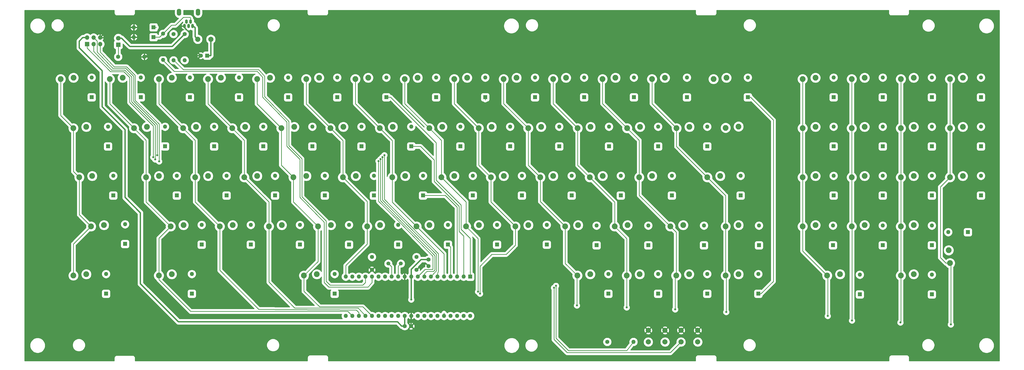
<source format=gbl>
G04 #@! TF.GenerationSoftware,KiCad,Pcbnew,(5.1.5)-3*
G04 #@! TF.CreationDate,2020-05-18T15:37:40+02:00*
G04 #@! TF.ProjectId,m0110a_qmk,6d303131-3061-45f7-916d-6b2e6b696361,rev?*
G04 #@! TF.SameCoordinates,Original*
G04 #@! TF.FileFunction,Copper,L2,Bot*
G04 #@! TF.FilePolarity,Positive*
%FSLAX46Y46*%
G04 Gerber Fmt 4.6, Leading zero omitted, Abs format (unit mm)*
G04 Created by KiCad (PCBNEW (5.1.5)-3) date 2020-05-18 15:37:40*
%MOMM*%
%LPD*%
G04 APERTURE LIST*
%ADD10C,2.250000*%
%ADD11C,1.600000*%
%ADD12O,1.600000X1.600000*%
%ADD13R,1.600000X1.600000*%
%ADD14O,1.100000X1.650000*%
%ADD15O,1.700000X2.700000*%
%ADD16R,1.700000X1.700000*%
%ADD17O,1.700000X1.700000*%
%ADD18C,2.000000*%
%ADD19C,1.500000*%
%ADD20R,1.800000X1.800000*%
%ADD21C,1.800000*%
%ADD22C,0.800000*%
%ADD23C,0.250000*%
%ADD24C,0.500000*%
%ADD25C,0.254000*%
G04 APERTURE END LIST*
D10*
X292394000Y-100775000D03*
X297394000Y-100275000D03*
X379413000Y-153249000D03*
X378913000Y-148249000D03*
X360339000Y-158052000D03*
X365339000Y-157552000D03*
X331764000Y-158052000D03*
X336764000Y-157552000D03*
X292394000Y-158052000D03*
X297394000Y-157552000D03*
X273217000Y-158052000D03*
X278217000Y-157552000D03*
X254040000Y-158052000D03*
X259040000Y-157552000D03*
X234863000Y-158052000D03*
X239863000Y-157552000D03*
X128818000Y-158052000D03*
X133818000Y-157552000D03*
X72557000Y-158052000D03*
X77557000Y-157552000D03*
X39410000Y-158052000D03*
X44410000Y-157552000D03*
X360339000Y-139002000D03*
X365339000Y-138502000D03*
X341289000Y-139002000D03*
X346289000Y-138502000D03*
X322239000Y-139002000D03*
X327239000Y-138502000D03*
X292394000Y-139002000D03*
X297394000Y-138502000D03*
X270931000Y-139002000D03*
X275931000Y-138502000D03*
X249341000Y-139002000D03*
X254341000Y-138502000D03*
X230164000Y-139002000D03*
X235164000Y-138502000D03*
X210860000Y-139002000D03*
X215860000Y-138502000D03*
X191683000Y-139002000D03*
X196683000Y-138502000D03*
X172506000Y-139002000D03*
X177506000Y-138502000D03*
X153329000Y-139002000D03*
X158329000Y-138502000D03*
X134279000Y-139002000D03*
X139279000Y-138502000D03*
X115229000Y-139002000D03*
X120229000Y-138502000D03*
X96179000Y-139002000D03*
X101179000Y-138502000D03*
X77129000Y-139002000D03*
X82129000Y-138502000D03*
X46268000Y-139002000D03*
X51268000Y-138502000D03*
X379389000Y-119952000D03*
X384389000Y-119452000D03*
X360339000Y-119952000D03*
X365339000Y-119452000D03*
X341289000Y-119952000D03*
X346289000Y-119452000D03*
X322239000Y-119952000D03*
X327239000Y-119452000D03*
X285282000Y-119952000D03*
X290282000Y-119452000D03*
X258866000Y-119952000D03*
X263866000Y-119452000D03*
X239689000Y-119952000D03*
X244689000Y-119452000D03*
X220512000Y-119952000D03*
X225512000Y-119452000D03*
X201335000Y-119952000D03*
X206335000Y-119452000D03*
X182158000Y-119952000D03*
X187158000Y-119452000D03*
X163108000Y-119952000D03*
X168108000Y-119452000D03*
X143931000Y-119952000D03*
X148931000Y-119452000D03*
X124754000Y-119952000D03*
X129754000Y-119452000D03*
X105704000Y-119952000D03*
X110704000Y-119452000D03*
X86654000Y-119952000D03*
X91654000Y-119452000D03*
X67604000Y-119952000D03*
X72604000Y-119452000D03*
X41696000Y-119952000D03*
X46696000Y-119452000D03*
X379389000Y-100902000D03*
X384389000Y-100402000D03*
X360339000Y-100902000D03*
X365339000Y-100402000D03*
X341289000Y-100902000D03*
X346289000Y-100402000D03*
X322239000Y-100902000D03*
X327239000Y-100402000D03*
X273344000Y-100902000D03*
X278344000Y-100402000D03*
X254167000Y-100902000D03*
X259167000Y-100402000D03*
X234990000Y-100902000D03*
X239990000Y-100402000D03*
X215813000Y-100902000D03*
X220813000Y-100402000D03*
X196636000Y-100902000D03*
X201636000Y-100402000D03*
X177459000Y-100902000D03*
X182459000Y-100402000D03*
X158282000Y-100902000D03*
X163282000Y-100402000D03*
X139105000Y-100902000D03*
X144105000Y-100402000D03*
X120055000Y-100902000D03*
X125055000Y-100402000D03*
X101005000Y-100902000D03*
X106005000Y-100402000D03*
X81955000Y-100902000D03*
X86955000Y-100402000D03*
X62905000Y-100902000D03*
X67905000Y-100402000D03*
X39410000Y-100902000D03*
X44410000Y-100402000D03*
X379389000Y-81852000D03*
X384389000Y-81352000D03*
X360339000Y-81852000D03*
X365339000Y-81352000D03*
X341289000Y-81852000D03*
X346289000Y-81352000D03*
X322239000Y-81852000D03*
X327239000Y-81352000D03*
X287695000Y-81852000D03*
X292695000Y-81352000D03*
X263819000Y-81852000D03*
X268819000Y-81352000D03*
X244642000Y-81852000D03*
X249642000Y-81352000D03*
X225465000Y-81852000D03*
X230465000Y-81352000D03*
X206288000Y-81852000D03*
X211288000Y-81352000D03*
X187111000Y-81852000D03*
X192111000Y-81352000D03*
X167934000Y-81852000D03*
X172934000Y-81352000D03*
X148757000Y-81852000D03*
X153757000Y-81352000D03*
X129707000Y-81852000D03*
X134707000Y-81352000D03*
X110657000Y-81852000D03*
X115657000Y-81352000D03*
X91607000Y-81852000D03*
X96607000Y-81352000D03*
X72557000Y-81852000D03*
X77557000Y-81352000D03*
X53507000Y-81852000D03*
X58507000Y-81352000D03*
X34457000Y-81852000D03*
X39457000Y-81352000D03*
D11*
X78232000Y-64389000D03*
D12*
X78232000Y-74549000D03*
D13*
X193294000Y-158496000D03*
D12*
X145034000Y-173736000D03*
X190754000Y-158496000D03*
X147574000Y-173736000D03*
X188214000Y-158496000D03*
X150114000Y-173736000D03*
X185674000Y-158496000D03*
X152654000Y-173736000D03*
X183134000Y-158496000D03*
X155194000Y-173736000D03*
X180594000Y-158496000D03*
X157734000Y-173736000D03*
X178054000Y-158496000D03*
X160274000Y-173736000D03*
X175514000Y-158496000D03*
X162814000Y-173736000D03*
X172974000Y-158496000D03*
X165354000Y-173736000D03*
X170434000Y-158496000D03*
X167894000Y-173736000D03*
X167894000Y-158496000D03*
X170434000Y-173736000D03*
X165354000Y-158496000D03*
X172974000Y-173736000D03*
X162814000Y-158496000D03*
X175514000Y-173736000D03*
X160274000Y-158496000D03*
X178054000Y-173736000D03*
X157734000Y-158496000D03*
X180594000Y-173736000D03*
X155194000Y-158496000D03*
X183134000Y-173736000D03*
X152654000Y-158496000D03*
X185674000Y-173736000D03*
X150114000Y-158496000D03*
X188214000Y-173736000D03*
X147574000Y-158496000D03*
X190754000Y-173736000D03*
X145034000Y-158496000D03*
X193294000Y-173736000D03*
D14*
X82474000Y-61279000D03*
X83274000Y-59579000D03*
X84074000Y-61279000D03*
X84874000Y-59579000D03*
X85674000Y-61279000D03*
D15*
X80424000Y-55979000D03*
X87724000Y-55979000D03*
D16*
X44704000Y-68326000D03*
D17*
X44704000Y-65786000D03*
X47244000Y-68326000D03*
X47244000Y-65786000D03*
X49784000Y-68326000D03*
X49784000Y-65786000D03*
D18*
X92710000Y-66421000D03*
X87630000Y-66411000D03*
D19*
X161544000Y-153416000D03*
X166424000Y-153416000D03*
D18*
X262382000Y-183824000D03*
X262382000Y-179324000D03*
X268882000Y-183824000D03*
X268882000Y-179324000D03*
D11*
X82550000Y-64389000D03*
D12*
X82550000Y-74549000D03*
D11*
X56769000Y-73215500D03*
D12*
X66929000Y-73215500D03*
D11*
X74168000Y-64262000D03*
D12*
X74168000Y-74422000D03*
D11*
X246481600Y-183794400D03*
D12*
X256641600Y-183794400D03*
D20*
X56832500Y-68516500D03*
D21*
X56832500Y-65976500D03*
D13*
X386334000Y-141224000D03*
D12*
X378714000Y-141224000D03*
D13*
X372364000Y-165354000D03*
D12*
X372364000Y-157734000D03*
D13*
X344424000Y-165354000D03*
D12*
X344424000Y-157734000D03*
D13*
X305054000Y-165100000D03*
D12*
X305054000Y-157480000D03*
D13*
X285242000Y-165100000D03*
D12*
X285242000Y-157480000D03*
D13*
X266192000Y-165100000D03*
D12*
X266192000Y-157480000D03*
D13*
X246888000Y-165100000D03*
D12*
X246888000Y-157480000D03*
D13*
X140716000Y-165100000D03*
D12*
X140716000Y-157480000D03*
D13*
X85344000Y-165100000D03*
D12*
X85344000Y-157480000D03*
D13*
X52070000Y-165100000D03*
D12*
X52070000Y-157480000D03*
D13*
X372364000Y-146304000D03*
D12*
X372364000Y-138684000D03*
D13*
X353314000Y-146304000D03*
D12*
X353314000Y-138684000D03*
D13*
X334010000Y-146304000D03*
D12*
X334010000Y-138684000D03*
D13*
X305308000Y-146304000D03*
D12*
X305308000Y-138684000D03*
D13*
X283972000Y-146304000D03*
D12*
X283972000Y-138684000D03*
D13*
X262382000Y-146304000D03*
D12*
X262382000Y-138684000D03*
D13*
X242316000Y-146304000D03*
D12*
X242316000Y-138684000D03*
D13*
X223012000Y-146050000D03*
D12*
X223012000Y-138430000D03*
D13*
X203708000Y-146050000D03*
D12*
X203708000Y-138430000D03*
D13*
X184658000Y-146050000D03*
D12*
X184658000Y-138430000D03*
D13*
X165354000Y-146050000D03*
D12*
X165354000Y-138430000D03*
D13*
X146304000Y-146050000D03*
D12*
X146304000Y-138430000D03*
D13*
X127254000Y-146050000D03*
D12*
X127254000Y-138430000D03*
D13*
X108204000Y-146050000D03*
D12*
X108204000Y-138430000D03*
D13*
X89154000Y-146050000D03*
D12*
X89154000Y-138430000D03*
D13*
X59436000Y-145796000D03*
D12*
X59436000Y-138176000D03*
D13*
X391414000Y-127000000D03*
D12*
X391414000Y-119380000D03*
D13*
X372364000Y-127000000D03*
D12*
X372364000Y-119380000D03*
D13*
X353314000Y-127000000D03*
D12*
X353314000Y-119380000D03*
D13*
X334264000Y-127000000D03*
D12*
X334264000Y-119380000D03*
D13*
X298196000Y-127000000D03*
D12*
X298196000Y-119380000D03*
D13*
X271526000Y-127000000D03*
D12*
X271526000Y-119380000D03*
D13*
X251714000Y-127000000D03*
D12*
X251714000Y-119380000D03*
D13*
X232664000Y-127000000D03*
D12*
X232664000Y-119380000D03*
D13*
X213360000Y-127000000D03*
D12*
X213360000Y-119380000D03*
D13*
X194310000Y-127000000D03*
D12*
X194310000Y-119380000D03*
D13*
X175006000Y-127000000D03*
D12*
X175006000Y-119380000D03*
D13*
X155956000Y-127000000D03*
D12*
X155956000Y-119380000D03*
D13*
X136906000Y-127000000D03*
D12*
X136906000Y-119380000D03*
D13*
X117602000Y-127000000D03*
D12*
X117602000Y-119380000D03*
D13*
X98806000Y-127000000D03*
D12*
X98806000Y-119380000D03*
D13*
X79502000Y-127000000D03*
D12*
X79502000Y-119380000D03*
D13*
X54864000Y-127000000D03*
D12*
X54864000Y-119380000D03*
D13*
X391414000Y-107950000D03*
D12*
X391414000Y-100330000D03*
D13*
X372364000Y-107950000D03*
D12*
X372364000Y-100330000D03*
D13*
X353314000Y-107950000D03*
D12*
X353314000Y-100330000D03*
D13*
X334264000Y-107950000D03*
D12*
X334264000Y-100330000D03*
D13*
X285242000Y-107950000D03*
D12*
X285242000Y-100330000D03*
D13*
X266192000Y-107950000D03*
D12*
X266192000Y-100330000D03*
D13*
X247142000Y-107950000D03*
D12*
X247142000Y-100330000D03*
D13*
X227838000Y-107950000D03*
D12*
X227838000Y-100330000D03*
D13*
X208788000Y-107950000D03*
D12*
X208788000Y-100330000D03*
D13*
X189484000Y-107950000D03*
D12*
X189484000Y-100330000D03*
D13*
X170434000Y-107950000D03*
D12*
X170434000Y-100330000D03*
D13*
X151130000Y-107950000D03*
D12*
X151130000Y-100330000D03*
D13*
X132080000Y-107950000D03*
D12*
X132080000Y-100330000D03*
D13*
X113030000Y-107950000D03*
D12*
X113030000Y-100330000D03*
D13*
X93980000Y-107950000D03*
D12*
X93980000Y-100330000D03*
D13*
X74930000Y-107950000D03*
D12*
X74930000Y-100330000D03*
D13*
X52832000Y-107950000D03*
D12*
X52832000Y-100330000D03*
D13*
X391414000Y-88900000D03*
D12*
X391414000Y-81280000D03*
D13*
X372364000Y-88900000D03*
D12*
X372364000Y-81280000D03*
D13*
X353314000Y-88900000D03*
D12*
X353314000Y-81280000D03*
D13*
X334264000Y-88900000D03*
D12*
X334264000Y-81280000D03*
D13*
X300990000Y-88900000D03*
D12*
X300990000Y-81280000D03*
D13*
X277368000Y-88900000D03*
D12*
X277368000Y-81280000D03*
D13*
X256794000Y-88900000D03*
D12*
X256794000Y-81280000D03*
D13*
X237490000Y-88900000D03*
D12*
X237490000Y-81280000D03*
D13*
X218440000Y-88900000D03*
D12*
X218440000Y-81280000D03*
D13*
X199136000Y-88900000D03*
D12*
X199136000Y-81280000D03*
D13*
X180086000Y-88900000D03*
D12*
X180086000Y-81280000D03*
D13*
X160782000Y-88900000D03*
D12*
X160782000Y-81280000D03*
D13*
X141732000Y-88900000D03*
D12*
X141732000Y-81280000D03*
D13*
X122682000Y-88900000D03*
D12*
X122682000Y-81280000D03*
D13*
X103632000Y-88900000D03*
D12*
X103632000Y-81280000D03*
D13*
X84582000Y-88900000D03*
D12*
X84582000Y-81280000D03*
D13*
X65532000Y-88900000D03*
D12*
X65532000Y-81280000D03*
D13*
X46482000Y-88900000D03*
D12*
X46482000Y-81280000D03*
D13*
X70485000Y-65595500D03*
D12*
X62865000Y-65595500D03*
D13*
X70485000Y-61785500D03*
D12*
X62865000Y-61785500D03*
D11*
X177165000Y-151892000D03*
X177165000Y-154392000D03*
X167894000Y-177673000D03*
X170394000Y-177673000D03*
D13*
X91313000Y-72771000D03*
D11*
X88813000Y-72771000D03*
X172466000Y-150876000D03*
X172466000Y-155876000D03*
X155194000Y-150876000D03*
X155194000Y-155876000D03*
D18*
X275082000Y-183824000D03*
X275082000Y-179324000D03*
X281582000Y-183824000D03*
X281582000Y-179324000D03*
D22*
X225806000Y-162814000D03*
X68834000Y-140970000D03*
X121666000Y-132588000D03*
X150876000Y-166116000D03*
X170434000Y-167386000D03*
X159258000Y-112141000D03*
X70358000Y-112141000D03*
X196342000Y-164338000D03*
X197104000Y-165100000D03*
X234696000Y-169672000D03*
X254000000Y-170434000D03*
X272796000Y-171196000D03*
X292608000Y-172212000D03*
X331978000Y-173736000D03*
X341376000Y-175514000D03*
X360172000Y-176276000D03*
X379730000Y-177038000D03*
X157734000Y-113665000D03*
X72644000Y-113792000D03*
X226568000Y-162052000D03*
X160020000Y-111379000D03*
X71882000Y-111379000D03*
X158496000Y-112903000D03*
X71120000Y-113030000D03*
D23*
X270946000Y-187960000D02*
X275082000Y-183824000D01*
X230886000Y-187960000D02*
X270946000Y-187960000D01*
X225806000Y-162814000D02*
X225806000Y-182880000D01*
X225806000Y-182880000D02*
X230886000Y-187960000D01*
D24*
X62865000Y-61785500D02*
X62865000Y-65595500D01*
X170394000Y-173776000D02*
X170434000Y-173736000D01*
X170394000Y-177673000D02*
X170394000Y-173776000D01*
X170434000Y-173736000D02*
X170434000Y-169926000D01*
X167894000Y-167386000D02*
X167894000Y-158496000D01*
X170434000Y-169926000D02*
X167894000Y-167386000D01*
X82474000Y-61029000D02*
X82474000Y-61900000D01*
X82474000Y-61900000D02*
X84963000Y-64389000D01*
X84963000Y-68921000D02*
X88813000Y-72771000D01*
X84963000Y-64389000D02*
X84963000Y-68921000D01*
X67373500Y-72771000D02*
X66929000Y-73215500D01*
X88813000Y-72771000D02*
X67373500Y-72771000D01*
X53784500Y-61785500D02*
X49784000Y-65786000D01*
X62865000Y-61785500D02*
X53784500Y-61785500D01*
D23*
X162814000Y-154686000D02*
X161544000Y-153416000D01*
X162814000Y-158496000D02*
X162814000Y-154686000D01*
X165354000Y-154486000D02*
X166424000Y-153416000D01*
X165354000Y-158496000D02*
X165354000Y-154486000D01*
D24*
X167894000Y-173736000D02*
X167894000Y-177673000D01*
X170434000Y-158496000D02*
X170434000Y-164592000D01*
X170434000Y-164592000D02*
X170434000Y-167386000D01*
X174244000Y-151892000D02*
X177165000Y-151892000D01*
X170434000Y-158496000D02*
X170434000Y-155702000D01*
X170434000Y-155702000D02*
X174244000Y-151892000D01*
X43053000Y-65786000D02*
X44704000Y-65786000D01*
X41656000Y-67183000D02*
X43053000Y-65786000D01*
X65405000Y-161290000D02*
X65405000Y-133731000D01*
X165111630Y-176022000D02*
X80137000Y-176022000D01*
X80137000Y-176022000D02*
X65405000Y-161290000D01*
X167894000Y-177673000D02*
X166762630Y-177673000D01*
X166762630Y-177673000D02*
X165111630Y-176022000D01*
X65405000Y-133731000D02*
X59436000Y-127762000D01*
X59436000Y-127762000D02*
X59436000Y-101473000D01*
X59436000Y-101473000D02*
X50546000Y-92583000D01*
X50546000Y-92583000D02*
X50546000Y-78613000D01*
X50546000Y-78613000D02*
X41656000Y-69723000D01*
X41656000Y-69723000D02*
X41656000Y-67183000D01*
X92710000Y-67835213D02*
X92710000Y-66421000D01*
X92710000Y-72674000D02*
X92710000Y-67835213D01*
X92613000Y-72771000D02*
X92710000Y-72674000D01*
X91313000Y-72771000D02*
X92613000Y-72771000D01*
X58105292Y-65976500D02*
X61343792Y-69215000D01*
X56832500Y-65976500D02*
X58105292Y-65976500D01*
X77724000Y-69215000D02*
X82550000Y-64389000D01*
X61343792Y-69215000D02*
X77724000Y-69215000D01*
D23*
X71564500Y-61785500D02*
X70485000Y-61785500D01*
X84874000Y-59829000D02*
X84874000Y-58204000D01*
X84874000Y-58204000D02*
X84582000Y-57912000D01*
X84582000Y-57912000D02*
X82042000Y-57912000D01*
X82042000Y-57912000D02*
X78994000Y-60960000D01*
X77470000Y-60960000D02*
X74168000Y-64262000D01*
X78994000Y-60960000D02*
X77470000Y-60960000D01*
X72834500Y-65595500D02*
X74168000Y-64262000D01*
X70485000Y-65595500D02*
X72834500Y-65595500D01*
X199136000Y-89950000D02*
X199136000Y-88900000D01*
X180086000Y-106553000D02*
X162433000Y-88900000D01*
X162433000Y-88900000D02*
X160782000Y-88900000D01*
X193294000Y-143637000D02*
X189738000Y-140081000D01*
X193294000Y-158496000D02*
X193294000Y-143637000D01*
X180086000Y-121031000D02*
X180086000Y-106553000D01*
X189738000Y-140081000D02*
X189738000Y-130683000D01*
X189738000Y-130683000D02*
X180086000Y-121031000D01*
X171484000Y-107950000D02*
X170434000Y-107950000D01*
X173990000Y-107950000D02*
X170434000Y-107950000D01*
X179324000Y-113284000D02*
X173990000Y-107950000D01*
X190754000Y-142748000D02*
X188976000Y-140970000D01*
X188976000Y-140970000D02*
X188976000Y-131191000D01*
X188976000Y-131191000D02*
X179324000Y-121539000D01*
X190754000Y-158496000D02*
X190754000Y-142748000D01*
X179324000Y-121539000D02*
X179324000Y-113284000D01*
X188214000Y-158496000D02*
X188214000Y-131572000D01*
X183642000Y-127000000D02*
X175006000Y-127000000D01*
X188214000Y-131572000D02*
X183642000Y-127000000D01*
X185674000Y-147066000D02*
X184658000Y-146050000D01*
X185674000Y-158496000D02*
X185674000Y-147066000D01*
X302040000Y-88900000D02*
X310896000Y-97756000D01*
X300990000Y-88900000D02*
X302040000Y-88900000D01*
X310896000Y-97756000D02*
X310896000Y-160308000D01*
X306104000Y-165100000D02*
X305054000Y-165100000D01*
X310896000Y-160308000D02*
X306104000Y-165100000D01*
X56832500Y-73152000D02*
X56769000Y-73215500D01*
X56832500Y-68516500D02*
X56832500Y-73152000D01*
D24*
X86630001Y-61985001D02*
X85674000Y-61029000D01*
X86630001Y-65411001D02*
X86630001Y-61985001D01*
X87630000Y-66411000D02*
X86630001Y-65411001D01*
D23*
X159258000Y-112522000D02*
X159258000Y-112522000D01*
X70231000Y-112141000D02*
X70231000Y-112141000D01*
X180213000Y-156210000D02*
X178054000Y-158496000D01*
X180213000Y-149860000D02*
X180213000Y-156210000D01*
X159258000Y-112141000D02*
X159258000Y-128778000D01*
X159258000Y-128778000D02*
X180213000Y-149860000D01*
X53798213Y-78994000D02*
X44704000Y-69850000D01*
X70358000Y-112141000D02*
X70358000Y-100076000D01*
X61214000Y-81280000D02*
X58928000Y-78994000D01*
X44704000Y-69850000D02*
X44704000Y-68326000D01*
X61214000Y-90932000D02*
X61214000Y-81280000D01*
X70358000Y-100076000D02*
X61214000Y-90932000D01*
X58928000Y-78994000D02*
X53798213Y-78994000D01*
X34457000Y-95949000D02*
X39410000Y-100902000D01*
X34457000Y-81852000D02*
X34457000Y-95949000D01*
X39410000Y-117666000D02*
X41696000Y-119952000D01*
X39410000Y-100902000D02*
X39410000Y-117666000D01*
X41696000Y-134430000D02*
X46268000Y-139002000D01*
X41696000Y-119952000D02*
X41696000Y-134430000D01*
X39410000Y-145860000D02*
X39410000Y-158052000D01*
X46268000Y-139002000D02*
X39410000Y-145860000D01*
X72557000Y-143574000D02*
X77129000Y-139002000D01*
X72557000Y-158052000D02*
X72557000Y-143574000D01*
X67604000Y-129477000D02*
X67604000Y-119952000D01*
X77129000Y-139002000D02*
X67604000Y-129477000D01*
X67604000Y-105601000D02*
X62905000Y-100902000D01*
X67604000Y-119952000D02*
X67604000Y-105601000D01*
X53507000Y-91504000D02*
X62905000Y-100902000D01*
X53507000Y-81852000D02*
X53507000Y-91504000D01*
X72557000Y-159642990D02*
X84872010Y-171958000D01*
X72557000Y-158052000D02*
X72557000Y-159642990D01*
X145796000Y-171958000D02*
X147574000Y-173736000D01*
X84872010Y-171958000D02*
X145796000Y-171958000D01*
X72557000Y-91504000D02*
X72557000Y-81852000D01*
X81955000Y-100902000D02*
X72557000Y-91504000D01*
X86654000Y-105601000D02*
X86654000Y-119952000D01*
X81955000Y-100902000D02*
X86654000Y-105601000D01*
X86654000Y-129477000D02*
X96179000Y-139002000D01*
X86654000Y-119952000D02*
X86654000Y-129477000D01*
X111252000Y-171197178D02*
X96179000Y-156043000D01*
X96179000Y-156043000D02*
X96179000Y-139002000D01*
X149098000Y-171450000D02*
X111252000Y-171197178D01*
X150114000Y-173736000D02*
X150114000Y-172466000D01*
X150114000Y-172466000D02*
X149098000Y-171450000D01*
X115229000Y-129477000D02*
X105704000Y-119952000D01*
X115229000Y-139002000D02*
X115229000Y-129477000D01*
X105704000Y-105601000D02*
X101005000Y-100902000D01*
X105704000Y-119952000D02*
X105704000Y-105601000D01*
X91607000Y-91504000D02*
X91607000Y-81852000D01*
X101005000Y-100902000D02*
X91607000Y-91504000D01*
X149860000Y-170688000D02*
X152654000Y-173736000D01*
X125302000Y-170688000D02*
X149860000Y-170688000D01*
X115229000Y-139002000D02*
X115229000Y-160615000D01*
X115229000Y-160615000D02*
X125302000Y-170688000D01*
X110657000Y-91504000D02*
X110657000Y-81852000D01*
X120055000Y-100902000D02*
X110657000Y-91504000D01*
X124754000Y-129477000D02*
X134279000Y-139002000D01*
X124754000Y-119952000D02*
X124754000Y-129477000D01*
X134279000Y-152591000D02*
X128818000Y-158052000D01*
X134279000Y-139002000D02*
X134279000Y-152591000D01*
X128818000Y-164124000D02*
X128818000Y-158052000D01*
X134874000Y-170180000D02*
X128818000Y-164124000D01*
X155194000Y-173736000D02*
X151638000Y-170180000D01*
X151638000Y-170180000D02*
X134874000Y-170180000D01*
X120055000Y-115253000D02*
X120055000Y-100902000D01*
X124754000Y-119952000D02*
X120055000Y-115253000D01*
X129707000Y-91504000D02*
X129707000Y-81852000D01*
X139105000Y-100902000D02*
X129707000Y-91504000D01*
X143931000Y-105728000D02*
X139105000Y-100902000D01*
X143931000Y-119952000D02*
X143931000Y-105728000D01*
X153329000Y-129350000D02*
X153329000Y-139002000D01*
X143931000Y-119952000D02*
X153329000Y-129350000D01*
X153329000Y-139002000D02*
X153329000Y-145883000D01*
X145034000Y-154178000D02*
X145034000Y-158496000D01*
X153329000Y-145883000D02*
X145034000Y-154178000D01*
X148757000Y-91377000D02*
X148757000Y-81852000D01*
X158282000Y-100902000D02*
X148757000Y-91377000D01*
X163108000Y-129604000D02*
X172506000Y-139002000D01*
X163108000Y-119952000D02*
X163108000Y-129604000D01*
X163108000Y-105728000D02*
X158282000Y-100902000D01*
X163108000Y-119952000D02*
X163108000Y-105728000D01*
X183134000Y-149630000D02*
X172506000Y-139002000D01*
X183134000Y-158496000D02*
X183134000Y-149630000D01*
X167934000Y-91377000D02*
X167934000Y-81852000D01*
X177459000Y-100902000D02*
X167934000Y-91377000D01*
X182158000Y-105601000D02*
X177459000Y-100902000D01*
X182158000Y-119952000D02*
X182158000Y-105601000D01*
X191683000Y-129477000D02*
X191683000Y-139002000D01*
X182158000Y-119952000D02*
X191683000Y-129477000D01*
X196342000Y-143764000D02*
X191683000Y-139002000D01*
X196342000Y-164338000D02*
X196342000Y-143764000D01*
X187111000Y-91377000D02*
X187111000Y-81852000D01*
X196636000Y-100902000D02*
X187111000Y-91377000D01*
X196636000Y-115253000D02*
X196636000Y-100902000D01*
X201335000Y-119952000D02*
X196636000Y-115253000D01*
X201335000Y-129477000D02*
X201335000Y-119952000D01*
X210860000Y-139002000D02*
X201335000Y-129477000D01*
X210860000Y-146264000D02*
X210860000Y-139002000D01*
X197104000Y-165100000D02*
X197104000Y-154456190D01*
X207264000Y-149860000D02*
X210860000Y-146264000D01*
X201676000Y-149860000D02*
X207264000Y-149860000D01*
X197104000Y-154456190D02*
X201676000Y-149860000D01*
X206288000Y-91377000D02*
X206288000Y-81852000D01*
X215813000Y-100902000D02*
X206288000Y-91377000D01*
X215813000Y-115253000D02*
X215813000Y-100902000D01*
X220512000Y-119952000D02*
X215813000Y-115253000D01*
X220512000Y-129350000D02*
X230164000Y-139002000D01*
X220512000Y-119952000D02*
X220512000Y-129350000D01*
X230164000Y-153353000D02*
X234863000Y-158052000D01*
X230164000Y-139002000D02*
X230164000Y-153353000D01*
X234950000Y-158139000D02*
X234863000Y-158052000D01*
X234876002Y-158065002D02*
X234863000Y-158052000D01*
X234696000Y-158219000D02*
X234863000Y-158052000D01*
X234696000Y-169672000D02*
X234696000Y-158219000D01*
X225465000Y-91377000D02*
X225465000Y-81852000D01*
X234990000Y-100902000D02*
X225465000Y-91377000D01*
X254040000Y-143701000D02*
X249341000Y-139002000D01*
X254040000Y-158052000D02*
X254040000Y-143701000D01*
X249341000Y-129604000D02*
X239689000Y-119952000D01*
X249341000Y-139002000D02*
X249341000Y-129604000D01*
X234990000Y-115253000D02*
X239689000Y-119952000D01*
X234990000Y-100902000D02*
X234990000Y-115253000D01*
X254000000Y-158092000D02*
X254040000Y-158052000D01*
X254000000Y-170434000D02*
X254000000Y-158092000D01*
X244642000Y-91377000D02*
X244642000Y-81852000D01*
X254167000Y-100902000D02*
X244642000Y-91377000D01*
X258866000Y-105601000D02*
X258866000Y-119952000D01*
X254167000Y-100902000D02*
X258866000Y-105601000D01*
X258866000Y-126937000D02*
X270931000Y-139002000D01*
X258866000Y-119952000D02*
X258866000Y-126937000D01*
X273217000Y-141288000D02*
X270931000Y-139002000D01*
X273217000Y-158052000D02*
X273217000Y-141288000D01*
X273267001Y-158102001D02*
X273217000Y-158052000D01*
X272796000Y-158473000D02*
X273217000Y-158052000D01*
X272796000Y-171196000D02*
X272796000Y-158473000D01*
X183134000Y-173736000D02*
X183134000Y-172604630D01*
X263819000Y-91377000D02*
X263819000Y-81852000D01*
X273344000Y-100902000D02*
X263819000Y-91377000D01*
X292394000Y-156461010D02*
X292394000Y-139002000D01*
X292394000Y-158052000D02*
X292394000Y-156461010D01*
X292394000Y-127064000D02*
X285282000Y-119952000D01*
X292394000Y-139002000D02*
X292394000Y-127064000D01*
X273344000Y-108014000D02*
X273344000Y-100902000D01*
X285282000Y-119952000D02*
X273344000Y-108014000D01*
X292354000Y-158092000D02*
X292394000Y-158052000D01*
X292608000Y-158266000D02*
X292394000Y-158052000D01*
X292608000Y-172212000D02*
X292608000Y-158266000D01*
X322239000Y-83442990D02*
X322239000Y-100902000D01*
X322239000Y-81852000D02*
X322239000Y-83442990D01*
X322239000Y-102492990D02*
X322239000Y-119952000D01*
X322239000Y-100902000D02*
X322239000Y-102492990D01*
X322239000Y-139002000D02*
X322239000Y-119952000D01*
X322239000Y-148527000D02*
X331764000Y-158052000D01*
X322239000Y-139002000D02*
X322239000Y-148527000D01*
X332449001Y-158737001D02*
X331764000Y-158052000D01*
X331978000Y-158266000D02*
X331764000Y-158052000D01*
X331978000Y-173736000D02*
X331978000Y-158266000D01*
X341289000Y-137411010D02*
X341289000Y-119952000D01*
X341289000Y-139002000D02*
X341289000Y-137411010D01*
X341289000Y-119952000D02*
X341289000Y-100902000D01*
X341289000Y-100902000D02*
X341289000Y-81852000D01*
X341376000Y-139089000D02*
X341289000Y-139002000D01*
X341376000Y-175514000D02*
X341376000Y-139089000D01*
X360339000Y-83442990D02*
X360339000Y-100902000D01*
X360339000Y-81852000D02*
X360339000Y-83442990D01*
X360339000Y-100902000D02*
X360339000Y-119952000D01*
X360339000Y-121542990D02*
X360339000Y-139002000D01*
X360339000Y-119952000D02*
X360339000Y-121542990D01*
X360339000Y-140592990D02*
X360339000Y-158052000D01*
X360339000Y-139002000D02*
X360339000Y-140592990D01*
X360339000Y-176109000D02*
X360172000Y-176276000D01*
X360339000Y-158052000D02*
X360339000Y-176109000D01*
X377822010Y-153249000D02*
X375666000Y-151092990D01*
X379413000Y-153249000D02*
X377822010Y-153249000D01*
X375666000Y-123675000D02*
X379389000Y-119952000D01*
X375666000Y-151092990D02*
X375666000Y-123675000D01*
X379389000Y-119952000D02*
X379389000Y-100902000D01*
X379389000Y-100902000D02*
X379389000Y-81852000D01*
X379730000Y-153566000D02*
X379413000Y-153249000D01*
X379730000Y-177038000D02*
X379730000Y-153566000D01*
X163844002Y-135255000D02*
X163830000Y-135255000D01*
X178816000Y-150622000D02*
X163844002Y-135255000D01*
X172974000Y-158496000D02*
X175768000Y-155702000D01*
X178816000Y-155702000D02*
X178816000Y-150622000D01*
X175768000Y-155702000D02*
X178816000Y-155702000D01*
X157734000Y-129286000D02*
X163844002Y-135255000D01*
X157734000Y-113665000D02*
X157734000Y-129286000D01*
X55245000Y-77089000D02*
X49784000Y-71374000D01*
X72644000Y-99314000D02*
X63373000Y-90170000D01*
X49784000Y-71374000D02*
X49784000Y-68326000D01*
X63373000Y-80386116D02*
X60071000Y-77089000D01*
X72644000Y-113792000D02*
X72644000Y-99314000D01*
X63373000Y-90170000D02*
X63373000Y-80386116D01*
X60071000Y-77089000D02*
X55245000Y-77089000D01*
X231394000Y-187198000D02*
X254000000Y-187198000D01*
X254000000Y-187198000D02*
X256641600Y-183794400D01*
X226568000Y-162052000D02*
X226568000Y-182372000D01*
X226568000Y-182372000D02*
X231394000Y-187198000D01*
X152654000Y-160782000D02*
X152654000Y-158496000D01*
X151638000Y-161798000D02*
X152654000Y-160782000D01*
X138938000Y-161798000D02*
X151638000Y-161798000D01*
X113538000Y-80772000D02*
X113538000Y-88646000D01*
X113538000Y-88646000D02*
X122936000Y-98298000D01*
X128016000Y-112776000D02*
X128016000Y-127508000D01*
X122936000Y-98298000D02*
X122936000Y-107696000D01*
X82042000Y-78232000D02*
X111252000Y-78232000D01*
X111252000Y-78232000D02*
X113538000Y-80772000D01*
X78359000Y-74549000D02*
X82042000Y-78232000D01*
X122936000Y-107696000D02*
X128016000Y-112776000D01*
X128016000Y-127508000D02*
X137414000Y-136906000D01*
X137414000Y-136906000D02*
X137414000Y-160274000D01*
X137414000Y-160274000D02*
X138938000Y-161798000D01*
X78486000Y-78867000D02*
X74168000Y-74549000D01*
X86487000Y-78867000D02*
X78486000Y-78867000D01*
X86487000Y-78867000D02*
X86360000Y-78867000D01*
X155194000Y-160782000D02*
X155194000Y-158496000D01*
X153670000Y-162560000D02*
X155194000Y-160782000D01*
X112776000Y-81155999D02*
X112776000Y-88900000D01*
X86487000Y-78867000D02*
X110744000Y-78867000D01*
X110744000Y-78867000D02*
X112776000Y-81155999D01*
X122174000Y-98552000D02*
X122174000Y-107950000D01*
X112776000Y-88900000D02*
X122174000Y-98552000D01*
X136652000Y-160782000D02*
X138430000Y-162560000D01*
X122174000Y-107950000D02*
X127254000Y-113030000D01*
X127254000Y-113030000D02*
X127254000Y-127762000D01*
X127254000Y-127762000D02*
X136652000Y-137414000D01*
X136652000Y-137414000D02*
X136652000Y-160782000D01*
X138430000Y-162560000D02*
X153670000Y-162560000D01*
X180975000Y-156337000D02*
X180594000Y-157364630D01*
X180975000Y-149606000D02*
X180975000Y-156337000D01*
X160020000Y-111379000D02*
X160020000Y-128524000D01*
X180594000Y-157364630D02*
X180594000Y-158496000D01*
X160020000Y-128524000D02*
X180975000Y-149606000D01*
X48608999Y-67150999D02*
X47244000Y-65786000D01*
X48608999Y-71341999D02*
X48608999Y-67150999D01*
X71882000Y-99568000D02*
X62738000Y-90424000D01*
X62738000Y-80761840D02*
X59690000Y-77724000D01*
X71882000Y-111379000D02*
X71882000Y-99568000D01*
X62738000Y-90424000D02*
X62738000Y-80761840D01*
X54737000Y-77724000D02*
X48608999Y-71341999D01*
X59690000Y-77724000D02*
X54737000Y-77724000D01*
X175514000Y-157364630D02*
X175514000Y-158496000D01*
X158496000Y-129032000D02*
X179578000Y-150368000D01*
X158496000Y-112903000D02*
X158496000Y-129032000D01*
X176530000Y-156464000D02*
X175514000Y-157364630D01*
X179578000Y-155956000D02*
X179070000Y-156464000D01*
X179578000Y-150368000D02*
X179578000Y-155956000D01*
X179070000Y-156464000D02*
X176530000Y-156464000D01*
X47244000Y-71120000D02*
X47244000Y-68326000D01*
X54229000Y-78359000D02*
X47244000Y-71120000D01*
X71120000Y-99822000D02*
X61976000Y-90678000D01*
X71120000Y-113030000D02*
X71120000Y-99822000D01*
X59310410Y-78359000D02*
X54229000Y-78359000D01*
X61976000Y-90678000D02*
X61976000Y-81026000D01*
X61976000Y-81026000D02*
X59310410Y-78359000D01*
X83274000Y-59829000D02*
X83274000Y-59652000D01*
X83274000Y-59652000D02*
X82804000Y-59182000D01*
D25*
G36*
X55274001Y-56212510D02*
G01*
X55269225Y-56261000D01*
X55288282Y-56454486D01*
X55344719Y-56640536D01*
X55436369Y-56812001D01*
X55559709Y-56962291D01*
X55709999Y-57085631D01*
X55881464Y-57177281D01*
X56067514Y-57233718D01*
X56212519Y-57248000D01*
X56212520Y-57248000D01*
X56261000Y-57252775D01*
X56309481Y-57248000D01*
X62308519Y-57248000D01*
X62357000Y-57252775D01*
X62405480Y-57248000D01*
X62405481Y-57248000D01*
X62550486Y-57233718D01*
X62736536Y-57177281D01*
X62908001Y-57085631D01*
X63058291Y-56962291D01*
X63181631Y-56812001D01*
X63273281Y-56640536D01*
X63329718Y-56454486D01*
X63348775Y-56261000D01*
X63344000Y-56212519D01*
X63344000Y-55216000D01*
X78664305Y-55216000D01*
X78647000Y-55391704D01*
X78647000Y-56566295D01*
X78672712Y-56827352D01*
X78774323Y-57162318D01*
X78939330Y-57471024D01*
X79161392Y-57741608D01*
X79431975Y-57963670D01*
X79740681Y-58128677D01*
X80075647Y-58230288D01*
X80221586Y-58244662D01*
X78558249Y-59908000D01*
X77521678Y-59908000D01*
X77469999Y-59902910D01*
X77263772Y-59923222D01*
X77065469Y-59983376D01*
X76882712Y-60081062D01*
X76722524Y-60212524D01*
X76689574Y-60252674D01*
X74395775Y-62546473D01*
X74338095Y-62535000D01*
X73997905Y-62535000D01*
X73664253Y-62601368D01*
X73349959Y-62731553D01*
X73067102Y-62920552D01*
X72826552Y-63161102D01*
X72637553Y-63443959D01*
X72507368Y-63758253D01*
X72441000Y-64091905D01*
X72441000Y-64432095D01*
X72452473Y-64489775D01*
X72398749Y-64543500D01*
X72177269Y-64543500D01*
X72145580Y-64439036D01*
X72059501Y-64277995D01*
X71943659Y-64136841D01*
X71802505Y-64020999D01*
X71641464Y-63934920D01*
X71466724Y-63881913D01*
X71285000Y-63864015D01*
X69685000Y-63864015D01*
X69503276Y-63881913D01*
X69328536Y-63934920D01*
X69167495Y-64020999D01*
X69026341Y-64136841D01*
X68910499Y-64277995D01*
X68824420Y-64439036D01*
X68771413Y-64613776D01*
X68753515Y-64795500D01*
X68753515Y-66395500D01*
X68771413Y-66577224D01*
X68824420Y-66751964D01*
X68910499Y-66913005D01*
X69026341Y-67054159D01*
X69167495Y-67170001D01*
X69328536Y-67256080D01*
X69503276Y-67309087D01*
X69685000Y-67326985D01*
X71285000Y-67326985D01*
X71466724Y-67309087D01*
X71641464Y-67256080D01*
X71802505Y-67170001D01*
X71943659Y-67054159D01*
X72059501Y-66913005D01*
X72145580Y-66751964D01*
X72177269Y-66647500D01*
X72782821Y-66647500D01*
X72834500Y-66652590D01*
X72886179Y-66647500D01*
X73040728Y-66632278D01*
X73239031Y-66572124D01*
X73421788Y-66474438D01*
X73581976Y-66342976D01*
X73614930Y-66302821D01*
X73940225Y-65977527D01*
X73997905Y-65989000D01*
X74338095Y-65989000D01*
X74671747Y-65922632D01*
X74986041Y-65792447D01*
X75268898Y-65603448D01*
X75509448Y-65362898D01*
X75698447Y-65080041D01*
X75828632Y-64765747D01*
X75895000Y-64432095D01*
X75895000Y-64218905D01*
X76505000Y-64218905D01*
X76505000Y-64559095D01*
X76571368Y-64892747D01*
X76701553Y-65207041D01*
X76890552Y-65489898D01*
X77131102Y-65730448D01*
X77413959Y-65919447D01*
X77728253Y-66049632D01*
X78061905Y-66116000D01*
X78402095Y-66116000D01*
X78735747Y-66049632D01*
X79050041Y-65919447D01*
X79332898Y-65730448D01*
X79573448Y-65489898D01*
X79762447Y-65207041D01*
X79892632Y-64892747D01*
X79959000Y-64559095D01*
X79959000Y-64218905D01*
X79892632Y-63885253D01*
X79762447Y-63570959D01*
X79573448Y-63288102D01*
X79332898Y-63047552D01*
X79050041Y-62858553D01*
X78735747Y-62728368D01*
X78402095Y-62662000D01*
X78061905Y-62662000D01*
X77728253Y-62728368D01*
X77413959Y-62858553D01*
X77131102Y-63047552D01*
X76890552Y-63288102D01*
X76701553Y-63570959D01*
X76571368Y-63885253D01*
X76505000Y-64218905D01*
X75895000Y-64218905D01*
X75895000Y-64091905D01*
X75883527Y-64034225D01*
X77905752Y-62012000D01*
X78942321Y-62012000D01*
X78994000Y-62017090D01*
X79045679Y-62012000D01*
X79200228Y-61996778D01*
X79398531Y-61936624D01*
X79581288Y-61838938D01*
X79741476Y-61707476D01*
X79774431Y-61667320D01*
X81797000Y-59644752D01*
X81797000Y-59926556D01*
X81806536Y-60023379D01*
X81725881Y-60076275D01*
X81559266Y-60240052D01*
X81427804Y-60433187D01*
X81336546Y-60648258D01*
X81289000Y-60877000D01*
X81289000Y-61152000D01*
X82347000Y-61152000D01*
X82347000Y-61132000D01*
X82531731Y-61132000D01*
X82597000Y-61166887D01*
X82597000Y-61426000D01*
X82347000Y-61426000D01*
X82347000Y-61406000D01*
X81289000Y-61406000D01*
X81289000Y-61681000D01*
X81336546Y-61909742D01*
X81427804Y-62124813D01*
X81559266Y-62317948D01*
X81725881Y-62481725D01*
X81921246Y-62609850D01*
X82137853Y-62697399D01*
X82164256Y-62697803D01*
X82346998Y-62572362D01*
X82346998Y-62668546D01*
X82046253Y-62728368D01*
X81731959Y-62858553D01*
X81449102Y-63047552D01*
X81208552Y-63288102D01*
X81019553Y-63570959D01*
X80889368Y-63885253D01*
X80823000Y-64218905D01*
X80823000Y-64451470D01*
X77236472Y-68038000D01*
X61831322Y-68038000D01*
X59737860Y-65944539D01*
X61473096Y-65944539D01*
X61513754Y-66078587D01*
X61633963Y-66332920D01*
X61801481Y-66558914D01*
X62009869Y-66747885D01*
X62251119Y-66892570D01*
X62515960Y-66987409D01*
X62738000Y-66866124D01*
X62738000Y-65722500D01*
X62992000Y-65722500D01*
X62992000Y-66866124D01*
X63214040Y-66987409D01*
X63478881Y-66892570D01*
X63720131Y-66747885D01*
X63928519Y-66558914D01*
X64096037Y-66332920D01*
X64216246Y-66078587D01*
X64256904Y-65944539D01*
X64134915Y-65722500D01*
X62992000Y-65722500D01*
X62738000Y-65722500D01*
X61595085Y-65722500D01*
X61473096Y-65944539D01*
X59737860Y-65944539D01*
X59039782Y-65246461D01*
X61473096Y-65246461D01*
X61595085Y-65468500D01*
X62738000Y-65468500D01*
X62738000Y-64324876D01*
X62992000Y-64324876D01*
X62992000Y-65468500D01*
X64134915Y-65468500D01*
X64256904Y-65246461D01*
X64216246Y-65112413D01*
X64096037Y-64858080D01*
X63928519Y-64632086D01*
X63720131Y-64443115D01*
X63478881Y-64298430D01*
X63214040Y-64203591D01*
X62992000Y-64324876D01*
X62738000Y-64324876D01*
X62515960Y-64203591D01*
X62251119Y-64298430D01*
X62009869Y-64443115D01*
X61801481Y-64632086D01*
X61633963Y-64858080D01*
X61513754Y-65112413D01*
X61473096Y-65246461D01*
X59039782Y-65246461D01*
X58978443Y-65185123D01*
X58941583Y-65140209D01*
X58762362Y-64993126D01*
X58557889Y-64883833D01*
X58336024Y-64816531D01*
X58247590Y-64807821D01*
X57997145Y-64557376D01*
X57697909Y-64357434D01*
X57365416Y-64219711D01*
X57012444Y-64149500D01*
X56652556Y-64149500D01*
X56299584Y-64219711D01*
X55967091Y-64357434D01*
X55667855Y-64557376D01*
X55413376Y-64811855D01*
X55213434Y-65111091D01*
X55075711Y-65443584D01*
X55005500Y-65796556D01*
X55005500Y-66156444D01*
X55075711Y-66509416D01*
X55213434Y-66841909D01*
X55284856Y-66948801D01*
X55273841Y-66957841D01*
X55157999Y-67098995D01*
X55071920Y-67260036D01*
X55018913Y-67434776D01*
X55001015Y-67616500D01*
X55001015Y-69416500D01*
X55018913Y-69598224D01*
X55071920Y-69772964D01*
X55157999Y-69934005D01*
X55273841Y-70075159D01*
X55414995Y-70191001D01*
X55576036Y-70277080D01*
X55750776Y-70330087D01*
X55780500Y-70333015D01*
X55780501Y-71798950D01*
X55668102Y-71874052D01*
X55427552Y-72114602D01*
X55238553Y-72397459D01*
X55108368Y-72711753D01*
X55042000Y-73045405D01*
X55042000Y-73385595D01*
X55108368Y-73719247D01*
X55238553Y-74033541D01*
X55427552Y-74316398D01*
X55668102Y-74556948D01*
X55950959Y-74745947D01*
X56265253Y-74876132D01*
X56598905Y-74942500D01*
X56939095Y-74942500D01*
X57272747Y-74876132D01*
X57587041Y-74745947D01*
X57869898Y-74556948D01*
X58110448Y-74316398D01*
X58299447Y-74033541D01*
X58429632Y-73719247D01*
X58460405Y-73564539D01*
X65537096Y-73564539D01*
X65577754Y-73698587D01*
X65697963Y-73952920D01*
X65865481Y-74178914D01*
X66073869Y-74367885D01*
X66315119Y-74512570D01*
X66579960Y-74607409D01*
X66802000Y-74486124D01*
X66802000Y-73342500D01*
X67056000Y-73342500D01*
X67056000Y-74486124D01*
X67278040Y-74607409D01*
X67542881Y-74512570D01*
X67784131Y-74367885D01*
X67992519Y-74178914D01*
X68160037Y-73952920D01*
X68280246Y-73698587D01*
X68320904Y-73564539D01*
X68198915Y-73342500D01*
X67056000Y-73342500D01*
X66802000Y-73342500D01*
X65659085Y-73342500D01*
X65537096Y-73564539D01*
X58460405Y-73564539D01*
X58496000Y-73385595D01*
X58496000Y-73045405D01*
X58460406Y-72866461D01*
X65537096Y-72866461D01*
X65659085Y-73088500D01*
X66802000Y-73088500D01*
X66802000Y-71944876D01*
X67056000Y-71944876D01*
X67056000Y-73088500D01*
X68198915Y-73088500D01*
X68320904Y-72866461D01*
X68280246Y-72732413D01*
X68160037Y-72478080D01*
X67992519Y-72252086D01*
X67784131Y-72063115D01*
X67542881Y-71918430D01*
X67278040Y-71823591D01*
X67056000Y-71944876D01*
X66802000Y-71944876D01*
X66579960Y-71823591D01*
X66315119Y-71918430D01*
X66073869Y-72063115D01*
X65865481Y-72252086D01*
X65697963Y-72478080D01*
X65577754Y-72732413D01*
X65537096Y-72866461D01*
X58460406Y-72866461D01*
X58429632Y-72711753D01*
X58299447Y-72397459D01*
X58110448Y-72114602D01*
X57884500Y-71888654D01*
X57884500Y-71778298D01*
X87999903Y-71778298D01*
X88813000Y-72591395D01*
X88827143Y-72577253D01*
X89006748Y-72756858D01*
X88992605Y-72771000D01*
X89006748Y-72785143D01*
X88827143Y-72964748D01*
X88813000Y-72950605D01*
X87999903Y-73763702D01*
X88071486Y-74007671D01*
X88326996Y-74128571D01*
X88601184Y-74197300D01*
X88883512Y-74211217D01*
X89163130Y-74169787D01*
X89429292Y-74074603D01*
X89554514Y-74007671D01*
X89614615Y-73802837D01*
X89652420Y-73927464D01*
X89738499Y-74088505D01*
X89854341Y-74229659D01*
X89995495Y-74345501D01*
X90156536Y-74431580D01*
X90331276Y-74484587D01*
X90513000Y-74502485D01*
X92113000Y-74502485D01*
X92294724Y-74484587D01*
X92469464Y-74431580D01*
X92630505Y-74345501D01*
X92771659Y-74229659D01*
X92887501Y-74088505D01*
X92973580Y-73927464D01*
X92985568Y-73887943D01*
X93065597Y-73863667D01*
X93270070Y-73754374D01*
X93449291Y-73607291D01*
X93486149Y-73562380D01*
X93501381Y-73547147D01*
X93546291Y-73510291D01*
X93693374Y-73331070D01*
X93802667Y-73126597D01*
X93869969Y-72904732D01*
X93887000Y-72731812D01*
X93887000Y-72731811D01*
X93892694Y-72674000D01*
X93887000Y-72616188D01*
X93887000Y-67952137D01*
X93938391Y-67917799D01*
X94206799Y-67649391D01*
X94417685Y-67333777D01*
X94562947Y-66983085D01*
X94637000Y-66610793D01*
X94637000Y-66231207D01*
X94562947Y-65858915D01*
X94417685Y-65508223D01*
X94206799Y-65192609D01*
X93938391Y-64924201D01*
X93622777Y-64713315D01*
X93272085Y-64568053D01*
X92899793Y-64494000D01*
X92520207Y-64494000D01*
X92147915Y-64568053D01*
X91797223Y-64713315D01*
X91481609Y-64924201D01*
X91213201Y-65192609D01*
X91002315Y-65508223D01*
X90857053Y-65858915D01*
X90783000Y-66231207D01*
X90783000Y-66610793D01*
X90857053Y-66983085D01*
X91002315Y-67333777D01*
X91213201Y-67649391D01*
X91481609Y-67917799D01*
X91533001Y-67952138D01*
X91533000Y-71039515D01*
X90513000Y-71039515D01*
X90331276Y-71057413D01*
X90156536Y-71110420D01*
X89995495Y-71196499D01*
X89854341Y-71312341D01*
X89738499Y-71453495D01*
X89652420Y-71614536D01*
X89614615Y-71739163D01*
X89554514Y-71534329D01*
X89299004Y-71413429D01*
X89024816Y-71344700D01*
X88742488Y-71330783D01*
X88462870Y-71372213D01*
X88196708Y-71467397D01*
X88071486Y-71534329D01*
X87999903Y-71778298D01*
X57884500Y-71778298D01*
X57884500Y-70333015D01*
X57914224Y-70330087D01*
X58088964Y-70277080D01*
X58250005Y-70191001D01*
X58391159Y-70075159D01*
X58507001Y-69934005D01*
X58593080Y-69772964D01*
X58646087Y-69598224D01*
X58663985Y-69416500D01*
X58663985Y-68199722D01*
X60470650Y-70006388D01*
X60507501Y-70051291D01*
X60552404Y-70088142D01*
X60552406Y-70088144D01*
X60628698Y-70150755D01*
X60686722Y-70198374D01*
X60891195Y-70307667D01*
X61061400Y-70359298D01*
X61113060Y-70374969D01*
X61343792Y-70397694D01*
X61401604Y-70392000D01*
X77666188Y-70392000D01*
X77724000Y-70397694D01*
X77781812Y-70392000D01*
X77954732Y-70374969D01*
X78176597Y-70307667D01*
X78381070Y-70198374D01*
X78560291Y-70051291D01*
X78597151Y-70006377D01*
X82487530Y-66116000D01*
X82720095Y-66116000D01*
X83053747Y-66049632D01*
X83368041Y-65919447D01*
X83650898Y-65730448D01*
X83891448Y-65489898D01*
X84080447Y-65207041D01*
X84210632Y-64892747D01*
X84277000Y-64559095D01*
X84277000Y-64218905D01*
X84210632Y-63885253D01*
X84080447Y-63570959D01*
X83891448Y-63288102D01*
X83650898Y-63047552D01*
X83368041Y-62858553D01*
X83053747Y-62728368D01*
X82839141Y-62685680D01*
X83026754Y-62609850D01*
X83029864Y-62607811D01*
X83249453Y-62788022D01*
X83506042Y-62925172D01*
X83784457Y-63009629D01*
X84074000Y-63038146D01*
X84363542Y-63009629D01*
X84641957Y-62925172D01*
X84874000Y-62801142D01*
X85106042Y-62925172D01*
X85384457Y-63009629D01*
X85453002Y-63016380D01*
X85453001Y-65353188D01*
X85447307Y-65411001D01*
X85453001Y-65468812D01*
X85470032Y-65641732D01*
X85537334Y-65863597D01*
X85646627Y-66068070D01*
X85716520Y-66153236D01*
X85703000Y-66221207D01*
X85703000Y-66600793D01*
X85777053Y-66973085D01*
X85922315Y-67323777D01*
X86133201Y-67639391D01*
X86401609Y-67907799D01*
X86717223Y-68118685D01*
X87067915Y-68263947D01*
X87440207Y-68338000D01*
X87819793Y-68338000D01*
X88192085Y-68263947D01*
X88542777Y-68118685D01*
X88858391Y-67907799D01*
X89126799Y-67639391D01*
X89337685Y-67323777D01*
X89482947Y-66973085D01*
X89557000Y-66600793D01*
X89557000Y-66221207D01*
X89482947Y-65848915D01*
X89337685Y-65498223D01*
X89126799Y-65182609D01*
X88858391Y-64914201D01*
X88542777Y-64703315D01*
X88192085Y-64558053D01*
X87819793Y-64484000D01*
X87807001Y-64484000D01*
X87807001Y-62042813D01*
X87812695Y-61985001D01*
X87789970Y-61754269D01*
X87785768Y-61740418D01*
X87722668Y-61532404D01*
X87613375Y-61327931D01*
X87525825Y-61221251D01*
X87503145Y-61193615D01*
X87503143Y-61193613D01*
X87466292Y-61148710D01*
X87421388Y-61111858D01*
X87141170Y-60831641D01*
X87129629Y-60714458D01*
X87129573Y-60714271D01*
X114579648Y-60714271D01*
X114579648Y-61205729D01*
X114675527Y-61687744D01*
X114863599Y-62141792D01*
X115136639Y-62550424D01*
X115484152Y-62897937D01*
X115892784Y-63170977D01*
X116346832Y-63359049D01*
X116828847Y-63454928D01*
X117320305Y-63454928D01*
X117802320Y-63359049D01*
X118256368Y-63170977D01*
X118665000Y-62897937D01*
X119012513Y-62550424D01*
X119285553Y-62141792D01*
X119473625Y-61687744D01*
X119569504Y-61205729D01*
X119569504Y-60919262D01*
X206303480Y-60919262D01*
X206303480Y-61508738D01*
X206418480Y-62086886D01*
X206644063Y-62631490D01*
X206971558Y-63121621D01*
X207388379Y-63538442D01*
X207878510Y-63865937D01*
X208423114Y-64091520D01*
X209001262Y-64206520D01*
X209590738Y-64206520D01*
X210168886Y-64091520D01*
X210713490Y-63865937D01*
X211203621Y-63538442D01*
X211620442Y-63121621D01*
X211947937Y-62631490D01*
X212173520Y-62086886D01*
X212288520Y-61508738D01*
X212288520Y-60919262D01*
X212247746Y-60714271D01*
X214782648Y-60714271D01*
X214782648Y-61205729D01*
X214878527Y-61687744D01*
X215066599Y-62141792D01*
X215339639Y-62550424D01*
X215687152Y-62897937D01*
X216095784Y-63170977D01*
X216549832Y-63359049D01*
X217031847Y-63454928D01*
X217523305Y-63454928D01*
X218005320Y-63359049D01*
X218459368Y-63170977D01*
X218868000Y-62897937D01*
X219215513Y-62550424D01*
X219488553Y-62141792D01*
X219676625Y-61687744D01*
X219772504Y-61205729D01*
X219772504Y-60714271D01*
X299237648Y-60714271D01*
X299237648Y-61205729D01*
X299333527Y-61687744D01*
X299521599Y-62141792D01*
X299794639Y-62550424D01*
X300142152Y-62897937D01*
X300550784Y-63170977D01*
X301004832Y-63359049D01*
X301486847Y-63454928D01*
X301978305Y-63454928D01*
X302460320Y-63359049D01*
X302914368Y-63170977D01*
X303323000Y-62897937D01*
X303670513Y-62550424D01*
X303943553Y-62141792D01*
X304131625Y-61687744D01*
X304227504Y-61205729D01*
X304227504Y-60841271D01*
X368579648Y-60841271D01*
X368579648Y-61332729D01*
X368675527Y-61814744D01*
X368863599Y-62268792D01*
X369136639Y-62677424D01*
X369484152Y-63024937D01*
X369892784Y-63297977D01*
X370346832Y-63486049D01*
X370828847Y-63581928D01*
X371320305Y-63581928D01*
X371802320Y-63486049D01*
X372256368Y-63297977D01*
X372665000Y-63024937D01*
X373012513Y-62677424D01*
X373285553Y-62268792D01*
X373473625Y-61814744D01*
X373569504Y-61332729D01*
X373569504Y-60919262D01*
X390580480Y-60919262D01*
X390580480Y-61508738D01*
X390695480Y-62086886D01*
X390921063Y-62631490D01*
X391248558Y-63121621D01*
X391665379Y-63538442D01*
X392155510Y-63865937D01*
X392700114Y-64091520D01*
X393278262Y-64206520D01*
X393867738Y-64206520D01*
X394445886Y-64091520D01*
X394990490Y-63865937D01*
X395480621Y-63538442D01*
X395897442Y-63121621D01*
X396224937Y-62631490D01*
X396450520Y-62086886D01*
X396565520Y-61508738D01*
X396565520Y-60919262D01*
X396450520Y-60341114D01*
X396224937Y-59796510D01*
X395897442Y-59306379D01*
X395480621Y-58889558D01*
X394990490Y-58562063D01*
X394445886Y-58336480D01*
X393867738Y-58221480D01*
X393278262Y-58221480D01*
X392700114Y-58336480D01*
X392155510Y-58562063D01*
X391665379Y-58889558D01*
X391248558Y-59306379D01*
X390921063Y-59796510D01*
X390695480Y-60341114D01*
X390580480Y-60919262D01*
X373569504Y-60919262D01*
X373569504Y-60841271D01*
X373473625Y-60359256D01*
X373285553Y-59905208D01*
X373012513Y-59496576D01*
X372665000Y-59149063D01*
X372256368Y-58876023D01*
X371802320Y-58687951D01*
X371320305Y-58592072D01*
X370828847Y-58592072D01*
X370346832Y-58687951D01*
X369892784Y-58876023D01*
X369484152Y-59149063D01*
X369136639Y-59496576D01*
X368863599Y-59905208D01*
X368675527Y-60359256D01*
X368579648Y-60841271D01*
X304227504Y-60841271D01*
X304227504Y-60714271D01*
X304131625Y-60232256D01*
X303943553Y-59778208D01*
X303670513Y-59369576D01*
X303323000Y-59022063D01*
X302914368Y-58749023D01*
X302460320Y-58560951D01*
X301978305Y-58465072D01*
X301486847Y-58465072D01*
X301004832Y-58560951D01*
X300550784Y-58749023D01*
X300142152Y-59022063D01*
X299794639Y-59369576D01*
X299521599Y-59778208D01*
X299333527Y-60232256D01*
X299237648Y-60714271D01*
X219772504Y-60714271D01*
X219676625Y-60232256D01*
X219488553Y-59778208D01*
X219215513Y-59369576D01*
X218868000Y-59022063D01*
X218459368Y-58749023D01*
X218005320Y-58560951D01*
X217523305Y-58465072D01*
X217031847Y-58465072D01*
X216549832Y-58560951D01*
X216095784Y-58749023D01*
X215687152Y-59022063D01*
X215339639Y-59369576D01*
X215066599Y-59778208D01*
X214878527Y-60232256D01*
X214782648Y-60714271D01*
X212247746Y-60714271D01*
X212173520Y-60341114D01*
X211947937Y-59796510D01*
X211620442Y-59306379D01*
X211203621Y-58889558D01*
X210713490Y-58562063D01*
X210168886Y-58336480D01*
X209590738Y-58221480D01*
X209001262Y-58221480D01*
X208423114Y-58336480D01*
X207878510Y-58562063D01*
X207388379Y-58889558D01*
X206971558Y-59306379D01*
X206644063Y-59796510D01*
X206418480Y-60341114D01*
X206303480Y-60919262D01*
X119569504Y-60919262D01*
X119569504Y-60714271D01*
X119473625Y-60232256D01*
X119285553Y-59778208D01*
X119012513Y-59369576D01*
X118665000Y-59022063D01*
X118256368Y-58749023D01*
X117802320Y-58560951D01*
X117320305Y-58465072D01*
X116828847Y-58465072D01*
X116346832Y-58560951D01*
X115892784Y-58749023D01*
X115484152Y-59022063D01*
X115136639Y-59369576D01*
X114863599Y-59778208D01*
X114675527Y-60232256D01*
X114579648Y-60714271D01*
X87129573Y-60714271D01*
X87045172Y-60436042D01*
X86908022Y-60179453D01*
X86723450Y-59954550D01*
X86498547Y-59769978D01*
X86351000Y-59691112D01*
X86351000Y-59231444D01*
X86329629Y-59014457D01*
X86245172Y-58736042D01*
X86108022Y-58479453D01*
X85926000Y-58257657D01*
X85926000Y-58255678D01*
X85931090Y-58203999D01*
X85910778Y-57997772D01*
X85900433Y-57963670D01*
X85850624Y-57799469D01*
X85752938Y-57616712D01*
X85621476Y-57456524D01*
X85581325Y-57423573D01*
X85362430Y-57204679D01*
X85329476Y-57164524D01*
X85169288Y-57033062D01*
X84986531Y-56935376D01*
X84788228Y-56875222D01*
X84633679Y-56860000D01*
X84582000Y-56854910D01*
X84530321Y-56860000D01*
X82165385Y-56860000D01*
X82175288Y-56827353D01*
X82201000Y-56566296D01*
X82201000Y-55391704D01*
X82183695Y-55216000D01*
X85964305Y-55216000D01*
X85947000Y-55391704D01*
X85947000Y-56566295D01*
X85972712Y-56827352D01*
X86074323Y-57162318D01*
X86239330Y-57471024D01*
X86461392Y-57741608D01*
X86731975Y-57963670D01*
X87040681Y-58128677D01*
X87375647Y-58230288D01*
X87724000Y-58264598D01*
X88072352Y-58230288D01*
X88407318Y-58128677D01*
X88716024Y-57963670D01*
X88986608Y-57741608D01*
X89208670Y-57471025D01*
X89373677Y-57162319D01*
X89475288Y-56827353D01*
X89501000Y-56566296D01*
X89501000Y-55391704D01*
X89483695Y-55216000D01*
X130077000Y-55216000D01*
X130077001Y-56212510D01*
X130072225Y-56261000D01*
X130091282Y-56454486D01*
X130147719Y-56640536D01*
X130239369Y-56812001D01*
X130362709Y-56962291D01*
X130512999Y-57085631D01*
X130684464Y-57177281D01*
X130870514Y-57233718D01*
X131015519Y-57248000D01*
X131015520Y-57248000D01*
X131064000Y-57252775D01*
X131112481Y-57248000D01*
X137238519Y-57248000D01*
X137287000Y-57252775D01*
X137335480Y-57248000D01*
X137335481Y-57248000D01*
X137480486Y-57233718D01*
X137666536Y-57177281D01*
X137838001Y-57085631D01*
X137988291Y-56962291D01*
X138111631Y-56812001D01*
X138203281Y-56640536D01*
X138259718Y-56454486D01*
X138278775Y-56261000D01*
X138274000Y-56212519D01*
X138274000Y-55216000D01*
X280699000Y-55216000D01*
X280699001Y-56212510D01*
X280694225Y-56261000D01*
X280713282Y-56454486D01*
X280769719Y-56640536D01*
X280861369Y-56812001D01*
X280984709Y-56962291D01*
X281134999Y-57085631D01*
X281306464Y-57177281D01*
X281492514Y-57233718D01*
X281637519Y-57248000D01*
X281637520Y-57248000D01*
X281686000Y-57252775D01*
X281734481Y-57248000D01*
X287860519Y-57248000D01*
X287909000Y-57252775D01*
X287957480Y-57248000D01*
X287957481Y-57248000D01*
X288102486Y-57233718D01*
X288288536Y-57177281D01*
X288460001Y-57085631D01*
X288610291Y-56962291D01*
X288733631Y-56812001D01*
X288825281Y-56640536D01*
X288881718Y-56454486D01*
X288900775Y-56261000D01*
X288896000Y-56212519D01*
X288896000Y-55216000D01*
X355629000Y-55216000D01*
X355629001Y-56212510D01*
X355624225Y-56261000D01*
X355643282Y-56454486D01*
X355699719Y-56640536D01*
X355791369Y-56812001D01*
X355914709Y-56962291D01*
X356064999Y-57085631D01*
X356236464Y-57177281D01*
X356422514Y-57233718D01*
X356567519Y-57248000D01*
X356567520Y-57248000D01*
X356616000Y-57252775D01*
X356664481Y-57248000D01*
X362536519Y-57248000D01*
X362585000Y-57252775D01*
X362633480Y-57248000D01*
X362633481Y-57248000D01*
X362778486Y-57233718D01*
X362964536Y-57177281D01*
X363136001Y-57085631D01*
X363286291Y-56962291D01*
X363409631Y-56812001D01*
X363501281Y-56640536D01*
X363557718Y-56454486D01*
X363576775Y-56261000D01*
X363572000Y-56212519D01*
X363572000Y-55216000D01*
X398555000Y-55216000D01*
X398555001Y-191164000D01*
X363572000Y-191164000D01*
X363572000Y-189913481D01*
X363576775Y-189865000D01*
X363557718Y-189671514D01*
X363501281Y-189485464D01*
X363409631Y-189313999D01*
X363286291Y-189163709D01*
X363136001Y-189040369D01*
X362964536Y-188948719D01*
X362778486Y-188892282D01*
X362633481Y-188878000D01*
X362585000Y-188873225D01*
X362536520Y-188878000D01*
X356791480Y-188878000D01*
X356743000Y-188873225D01*
X356694519Y-188878000D01*
X356549514Y-188892282D01*
X356363464Y-188948719D01*
X356191999Y-189040369D01*
X356041709Y-189163709D01*
X355918369Y-189313999D01*
X355826719Y-189485464D01*
X355770282Y-189671514D01*
X355751225Y-189865000D01*
X355756000Y-189913481D01*
X355756001Y-191164000D01*
X288896000Y-191164000D01*
X288896000Y-189913481D01*
X288900775Y-189865000D01*
X288881718Y-189671514D01*
X288825281Y-189485464D01*
X288733631Y-189313999D01*
X288610291Y-189163709D01*
X288460001Y-189040369D01*
X288288536Y-188948719D01*
X288102486Y-188892282D01*
X287957481Y-188878000D01*
X287909000Y-188873225D01*
X287860520Y-188878000D01*
X281734480Y-188878000D01*
X281686000Y-188873225D01*
X281637519Y-188878000D01*
X281492514Y-188892282D01*
X281306464Y-188948719D01*
X281134999Y-189040369D01*
X280984709Y-189163709D01*
X280861369Y-189313999D01*
X280769719Y-189485464D01*
X280713282Y-189671514D01*
X280694225Y-189865000D01*
X280699000Y-189913481D01*
X280699001Y-191164000D01*
X138274000Y-191164000D01*
X138274000Y-189913481D01*
X138278775Y-189865000D01*
X138259718Y-189671514D01*
X138203281Y-189485464D01*
X138111631Y-189313999D01*
X137988291Y-189163709D01*
X137838001Y-189040369D01*
X137666536Y-188948719D01*
X137480486Y-188892282D01*
X137335481Y-188878000D01*
X137287000Y-188873225D01*
X137238520Y-188878000D01*
X131239480Y-188878000D01*
X131191000Y-188873225D01*
X131142519Y-188878000D01*
X130997514Y-188892282D01*
X130811464Y-188948719D01*
X130639999Y-189040369D01*
X130489709Y-189163709D01*
X130366369Y-189313999D01*
X130274719Y-189485464D01*
X130218282Y-189671514D01*
X130199225Y-189865000D01*
X130204000Y-189913481D01*
X130204001Y-191164000D01*
X63344000Y-191164000D01*
X63344000Y-190040481D01*
X63348775Y-189992000D01*
X63329718Y-189798514D01*
X63273281Y-189612464D01*
X63181631Y-189440999D01*
X63058291Y-189290709D01*
X62908001Y-189167369D01*
X62736536Y-189075719D01*
X62550486Y-189019282D01*
X62405481Y-189005000D01*
X62357000Y-189000225D01*
X62308520Y-189005000D01*
X56309480Y-189005000D01*
X56261000Y-189000225D01*
X56212519Y-189005000D01*
X56067514Y-189019282D01*
X55881464Y-189075719D01*
X55709999Y-189167369D01*
X55559709Y-189290709D01*
X55436369Y-189440999D01*
X55344719Y-189612464D01*
X55288282Y-189798514D01*
X55269225Y-189992000D01*
X55274000Y-190040481D01*
X55274001Y-191164000D01*
X20545000Y-191164000D01*
X20545000Y-184871262D01*
X22534480Y-184871262D01*
X22534480Y-185460738D01*
X22649480Y-186038886D01*
X22875063Y-186583490D01*
X23202558Y-187073621D01*
X23619379Y-187490442D01*
X24109510Y-187817937D01*
X24654114Y-188043520D01*
X25232262Y-188158520D01*
X25821738Y-188158520D01*
X26399886Y-188043520D01*
X26944490Y-187817937D01*
X27434621Y-187490442D01*
X27851442Y-187073621D01*
X28178937Y-186583490D01*
X28404520Y-186038886D01*
X28519520Y-185460738D01*
X28519520Y-184871262D01*
X28504007Y-184793271D01*
X39053496Y-184793271D01*
X39053496Y-185284729D01*
X39149375Y-185766744D01*
X39337447Y-186220792D01*
X39610487Y-186629424D01*
X39958000Y-186976937D01*
X40366632Y-187249977D01*
X40820680Y-187438049D01*
X41302695Y-187533928D01*
X41794153Y-187533928D01*
X42276168Y-187438049D01*
X42730216Y-187249977D01*
X43138848Y-186976937D01*
X43486361Y-186629424D01*
X43759401Y-186220792D01*
X43947473Y-185766744D01*
X44043352Y-185284729D01*
X44043352Y-184793271D01*
X114364496Y-184793271D01*
X114364496Y-185284729D01*
X114460375Y-185766744D01*
X114648447Y-186220792D01*
X114921487Y-186629424D01*
X115269000Y-186976937D01*
X115677632Y-187249977D01*
X116131680Y-187438049D01*
X116613695Y-187533928D01*
X117105153Y-187533928D01*
X117587168Y-187438049D01*
X118041216Y-187249977D01*
X118449848Y-186976937D01*
X118797361Y-186629424D01*
X119070401Y-186220792D01*
X119258473Y-185766744D01*
X119354352Y-185284729D01*
X119354352Y-184871262D01*
X206414667Y-184871262D01*
X206414667Y-185460738D01*
X206529667Y-186038886D01*
X206755250Y-186583490D01*
X207082745Y-187073621D01*
X207499566Y-187490442D01*
X207989697Y-187817937D01*
X208534301Y-188043520D01*
X209112449Y-188158520D01*
X209701925Y-188158520D01*
X210280073Y-188043520D01*
X210824677Y-187817937D01*
X211314808Y-187490442D01*
X211731629Y-187073621D01*
X212059124Y-186583490D01*
X212284707Y-186038886D01*
X212399707Y-185460738D01*
X212399707Y-184920271D01*
X214567496Y-184920271D01*
X214567496Y-185411729D01*
X214663375Y-185893744D01*
X214851447Y-186347792D01*
X215124487Y-186756424D01*
X215472000Y-187103937D01*
X215880632Y-187376977D01*
X216334680Y-187565049D01*
X216816695Y-187660928D01*
X217308153Y-187660928D01*
X217790168Y-187565049D01*
X218244216Y-187376977D01*
X218652848Y-187103937D01*
X219000361Y-186756424D01*
X219273401Y-186347792D01*
X219461473Y-185893744D01*
X219557352Y-185411729D01*
X219557352Y-184920271D01*
X219461473Y-184438256D01*
X219273401Y-183984208D01*
X219000361Y-183575576D01*
X218652848Y-183228063D01*
X218244216Y-182955023D01*
X217790168Y-182766951D01*
X217308153Y-182671072D01*
X216816695Y-182671072D01*
X216334680Y-182766951D01*
X215880632Y-182955023D01*
X215472000Y-183228063D01*
X215124487Y-183575576D01*
X214851447Y-183984208D01*
X214663375Y-184438256D01*
X214567496Y-184920271D01*
X212399707Y-184920271D01*
X212399707Y-184871262D01*
X212284707Y-184293114D01*
X212059124Y-183748510D01*
X211731629Y-183258379D01*
X211314808Y-182841558D01*
X210824677Y-182514063D01*
X210280073Y-182288480D01*
X209701925Y-182173480D01*
X209112449Y-182173480D01*
X208534301Y-182288480D01*
X207989697Y-182514063D01*
X207499566Y-182841558D01*
X207082745Y-183258379D01*
X206755250Y-183748510D01*
X206529667Y-184293114D01*
X206414667Y-184871262D01*
X119354352Y-184871262D01*
X119354352Y-184793271D01*
X119258473Y-184311256D01*
X119070401Y-183857208D01*
X118797361Y-183448576D01*
X118449848Y-183101063D01*
X118041216Y-182828023D01*
X117587168Y-182639951D01*
X117105153Y-182544072D01*
X116613695Y-182544072D01*
X116131680Y-182639951D01*
X115677632Y-182828023D01*
X115269000Y-183101063D01*
X114921487Y-183448576D01*
X114648447Y-183857208D01*
X114460375Y-184311256D01*
X114364496Y-184793271D01*
X44043352Y-184793271D01*
X43947473Y-184311256D01*
X43759401Y-183857208D01*
X43486361Y-183448576D01*
X43138848Y-183101063D01*
X42730216Y-182828023D01*
X42276168Y-182639951D01*
X41794153Y-182544072D01*
X41302695Y-182544072D01*
X40820680Y-182639951D01*
X40366632Y-182828023D01*
X39958000Y-183101063D01*
X39610487Y-183448576D01*
X39337447Y-183857208D01*
X39149375Y-184311256D01*
X39053496Y-184793271D01*
X28504007Y-184793271D01*
X28404520Y-184293114D01*
X28178937Y-183748510D01*
X27851442Y-183258379D01*
X27434621Y-182841558D01*
X26944490Y-182514063D01*
X26399886Y-182288480D01*
X25821738Y-182173480D01*
X25232262Y-182173480D01*
X24654114Y-182288480D01*
X24109510Y-182514063D01*
X23619379Y-182841558D01*
X23202558Y-183258379D01*
X22875063Y-183748510D01*
X22649480Y-184293114D01*
X22534480Y-184871262D01*
X20545000Y-184871262D01*
X20545000Y-164300000D01*
X50338515Y-164300000D01*
X50338515Y-165900000D01*
X50356413Y-166081724D01*
X50409420Y-166256464D01*
X50495499Y-166417505D01*
X50611341Y-166558659D01*
X50752495Y-166674501D01*
X50913536Y-166760580D01*
X51088276Y-166813587D01*
X51270000Y-166831485D01*
X52870000Y-166831485D01*
X53051724Y-166813587D01*
X53226464Y-166760580D01*
X53387505Y-166674501D01*
X53528659Y-166558659D01*
X53644501Y-166417505D01*
X53730580Y-166256464D01*
X53783587Y-166081724D01*
X53801485Y-165900000D01*
X53801485Y-164300000D01*
X53783587Y-164118276D01*
X53730580Y-163943536D01*
X53644501Y-163782495D01*
X53528659Y-163641341D01*
X53387505Y-163525499D01*
X53226464Y-163439420D01*
X53051724Y-163386413D01*
X52870000Y-163368515D01*
X51270000Y-163368515D01*
X51088276Y-163386413D01*
X50913536Y-163439420D01*
X50752495Y-163525499D01*
X50611341Y-163641341D01*
X50495499Y-163782495D01*
X50409420Y-163943536D01*
X50356413Y-164118276D01*
X50338515Y-164300000D01*
X20545000Y-164300000D01*
X20545000Y-81649896D01*
X32405000Y-81649896D01*
X32405000Y-82054104D01*
X32483857Y-82450546D01*
X32638541Y-82823987D01*
X32863107Y-83160074D01*
X33148926Y-83445893D01*
X33405000Y-83616996D01*
X33405001Y-95897311D01*
X33399910Y-95949000D01*
X33420222Y-96155227D01*
X33480376Y-96353530D01*
X33480377Y-96353531D01*
X33578063Y-96536288D01*
X33709525Y-96696476D01*
X33749675Y-96729426D01*
X37418083Y-100397836D01*
X37358000Y-100699896D01*
X37358000Y-101104104D01*
X37436857Y-101500546D01*
X37591541Y-101873987D01*
X37816107Y-102210074D01*
X38101926Y-102495893D01*
X38358000Y-102666996D01*
X38358001Y-117614311D01*
X38352910Y-117666000D01*
X38373222Y-117872227D01*
X38433376Y-118070530D01*
X38433377Y-118070531D01*
X38531063Y-118253288D01*
X38662525Y-118413476D01*
X38702675Y-118446426D01*
X39704084Y-119447835D01*
X39644000Y-119749896D01*
X39644000Y-120154104D01*
X39722857Y-120550546D01*
X39877541Y-120923987D01*
X40102107Y-121260074D01*
X40387926Y-121545893D01*
X40644000Y-121716996D01*
X40644001Y-134378311D01*
X40638910Y-134430000D01*
X40659222Y-134636227D01*
X40719376Y-134834530D01*
X40719377Y-134834531D01*
X40817063Y-135017288D01*
X40948525Y-135177476D01*
X40988675Y-135210426D01*
X44276083Y-138497836D01*
X44216000Y-138799896D01*
X44216000Y-139204104D01*
X44276083Y-139506164D01*
X38702680Y-145079569D01*
X38662524Y-145112524D01*
X38531062Y-145272712D01*
X38433377Y-145455469D01*
X38433376Y-145455470D01*
X38373222Y-145653773D01*
X38352910Y-145860000D01*
X38358000Y-145911679D01*
X38358001Y-156287003D01*
X38101926Y-156458107D01*
X37816107Y-156743926D01*
X37591541Y-157080013D01*
X37436857Y-157453454D01*
X37358000Y-157849896D01*
X37358000Y-158254104D01*
X37436857Y-158650546D01*
X37591541Y-159023987D01*
X37816107Y-159360074D01*
X38101926Y-159645893D01*
X38438013Y-159870459D01*
X38811454Y-160025143D01*
X39207896Y-160104000D01*
X39612104Y-160104000D01*
X40008546Y-160025143D01*
X40381987Y-159870459D01*
X40718074Y-159645893D01*
X41003893Y-159360074D01*
X41228459Y-159023987D01*
X41383143Y-158650546D01*
X41462000Y-158254104D01*
X41462000Y-157849896D01*
X41383143Y-157453454D01*
X41340248Y-157349896D01*
X42358000Y-157349896D01*
X42358000Y-157754104D01*
X42436857Y-158150546D01*
X42591541Y-158523987D01*
X42816107Y-158860074D01*
X43101926Y-159145893D01*
X43438013Y-159370459D01*
X43811454Y-159525143D01*
X44207896Y-159604000D01*
X44612104Y-159604000D01*
X45008546Y-159525143D01*
X45381987Y-159370459D01*
X45718074Y-159145893D01*
X46003893Y-158860074D01*
X46228459Y-158523987D01*
X46383143Y-158150546D01*
X46462000Y-157754104D01*
X46462000Y-157349896D01*
X46454046Y-157309905D01*
X50343000Y-157309905D01*
X50343000Y-157650095D01*
X50409368Y-157983747D01*
X50539553Y-158298041D01*
X50728552Y-158580898D01*
X50969102Y-158821448D01*
X51251959Y-159010447D01*
X51566253Y-159140632D01*
X51899905Y-159207000D01*
X52240095Y-159207000D01*
X52573747Y-159140632D01*
X52888041Y-159010447D01*
X53170898Y-158821448D01*
X53411448Y-158580898D01*
X53600447Y-158298041D01*
X53730632Y-157983747D01*
X53797000Y-157650095D01*
X53797000Y-157309905D01*
X53730632Y-156976253D01*
X53600447Y-156661959D01*
X53411448Y-156379102D01*
X53170898Y-156138552D01*
X52888041Y-155949553D01*
X52573747Y-155819368D01*
X52240095Y-155753000D01*
X51899905Y-155753000D01*
X51566253Y-155819368D01*
X51251959Y-155949553D01*
X50969102Y-156138552D01*
X50728552Y-156379102D01*
X50539553Y-156661959D01*
X50409368Y-156976253D01*
X50343000Y-157309905D01*
X46454046Y-157309905D01*
X46383143Y-156953454D01*
X46228459Y-156580013D01*
X46003893Y-156243926D01*
X45718074Y-155958107D01*
X45381987Y-155733541D01*
X45008546Y-155578857D01*
X44612104Y-155500000D01*
X44207896Y-155500000D01*
X43811454Y-155578857D01*
X43438013Y-155733541D01*
X43101926Y-155958107D01*
X42816107Y-156243926D01*
X42591541Y-156580013D01*
X42436857Y-156953454D01*
X42358000Y-157349896D01*
X41340248Y-157349896D01*
X41228459Y-157080013D01*
X41003893Y-156743926D01*
X40718074Y-156458107D01*
X40462000Y-156287004D01*
X40462000Y-146295751D01*
X41761751Y-144996000D01*
X57704515Y-144996000D01*
X57704515Y-146596000D01*
X57722413Y-146777724D01*
X57775420Y-146952464D01*
X57861499Y-147113505D01*
X57977341Y-147254659D01*
X58118495Y-147370501D01*
X58279536Y-147456580D01*
X58454276Y-147509587D01*
X58636000Y-147527485D01*
X60236000Y-147527485D01*
X60417724Y-147509587D01*
X60592464Y-147456580D01*
X60753505Y-147370501D01*
X60894659Y-147254659D01*
X61010501Y-147113505D01*
X61096580Y-146952464D01*
X61149587Y-146777724D01*
X61167485Y-146596000D01*
X61167485Y-144996000D01*
X61149587Y-144814276D01*
X61096580Y-144639536D01*
X61010501Y-144478495D01*
X60894659Y-144337341D01*
X60753505Y-144221499D01*
X60592464Y-144135420D01*
X60417724Y-144082413D01*
X60236000Y-144064515D01*
X58636000Y-144064515D01*
X58454276Y-144082413D01*
X58279536Y-144135420D01*
X58118495Y-144221499D01*
X57977341Y-144337341D01*
X57861499Y-144478495D01*
X57775420Y-144639536D01*
X57722413Y-144814276D01*
X57704515Y-144996000D01*
X41761751Y-144996000D01*
X45763836Y-140993917D01*
X46065896Y-141054000D01*
X46470104Y-141054000D01*
X46866546Y-140975143D01*
X47239987Y-140820459D01*
X47576074Y-140595893D01*
X47861893Y-140310074D01*
X48086459Y-139973987D01*
X48241143Y-139600546D01*
X48320000Y-139204104D01*
X48320000Y-138799896D01*
X48241143Y-138403454D01*
X48198248Y-138299896D01*
X49216000Y-138299896D01*
X49216000Y-138704104D01*
X49294857Y-139100546D01*
X49449541Y-139473987D01*
X49674107Y-139810074D01*
X49959926Y-140095893D01*
X50296013Y-140320459D01*
X50669454Y-140475143D01*
X51065896Y-140554000D01*
X51470104Y-140554000D01*
X51866546Y-140475143D01*
X52239987Y-140320459D01*
X52576074Y-140095893D01*
X52861893Y-139810074D01*
X53086459Y-139473987D01*
X53241143Y-139100546D01*
X53320000Y-138704104D01*
X53320000Y-138299896D01*
X53261522Y-138005905D01*
X57709000Y-138005905D01*
X57709000Y-138346095D01*
X57775368Y-138679747D01*
X57905553Y-138994041D01*
X58094552Y-139276898D01*
X58335102Y-139517448D01*
X58617959Y-139706447D01*
X58932253Y-139836632D01*
X59265905Y-139903000D01*
X59606095Y-139903000D01*
X59939747Y-139836632D01*
X60254041Y-139706447D01*
X60536898Y-139517448D01*
X60777448Y-139276898D01*
X60966447Y-138994041D01*
X61096632Y-138679747D01*
X61163000Y-138346095D01*
X61163000Y-138005905D01*
X61096632Y-137672253D01*
X60966447Y-137357959D01*
X60777448Y-137075102D01*
X60536898Y-136834552D01*
X60254041Y-136645553D01*
X59939747Y-136515368D01*
X59606095Y-136449000D01*
X59265905Y-136449000D01*
X58932253Y-136515368D01*
X58617959Y-136645553D01*
X58335102Y-136834552D01*
X58094552Y-137075102D01*
X57905553Y-137357959D01*
X57775368Y-137672253D01*
X57709000Y-138005905D01*
X53261522Y-138005905D01*
X53241143Y-137903454D01*
X53086459Y-137530013D01*
X52861893Y-137193926D01*
X52576074Y-136908107D01*
X52239987Y-136683541D01*
X51866546Y-136528857D01*
X51470104Y-136450000D01*
X51065896Y-136450000D01*
X50669454Y-136528857D01*
X50296013Y-136683541D01*
X49959926Y-136908107D01*
X49674107Y-137193926D01*
X49449541Y-137530013D01*
X49294857Y-137903454D01*
X49216000Y-138299896D01*
X48198248Y-138299896D01*
X48086459Y-138030013D01*
X47861893Y-137693926D01*
X47576074Y-137408107D01*
X47239987Y-137183541D01*
X46866546Y-137028857D01*
X46470104Y-136950000D01*
X46065896Y-136950000D01*
X45763836Y-137010083D01*
X42748000Y-133994249D01*
X42748000Y-126200000D01*
X53132515Y-126200000D01*
X53132515Y-127800000D01*
X53150413Y-127981724D01*
X53203420Y-128156464D01*
X53289499Y-128317505D01*
X53405341Y-128458659D01*
X53546495Y-128574501D01*
X53707536Y-128660580D01*
X53882276Y-128713587D01*
X54064000Y-128731485D01*
X55664000Y-128731485D01*
X55845724Y-128713587D01*
X56020464Y-128660580D01*
X56181505Y-128574501D01*
X56322659Y-128458659D01*
X56438501Y-128317505D01*
X56524580Y-128156464D01*
X56577587Y-127981724D01*
X56595485Y-127800000D01*
X56595485Y-126200000D01*
X56577587Y-126018276D01*
X56524580Y-125843536D01*
X56438501Y-125682495D01*
X56322659Y-125541341D01*
X56181505Y-125425499D01*
X56020464Y-125339420D01*
X55845724Y-125286413D01*
X55664000Y-125268515D01*
X54064000Y-125268515D01*
X53882276Y-125286413D01*
X53707536Y-125339420D01*
X53546495Y-125425499D01*
X53405341Y-125541341D01*
X53289499Y-125682495D01*
X53203420Y-125843536D01*
X53150413Y-126018276D01*
X53132515Y-126200000D01*
X42748000Y-126200000D01*
X42748000Y-121716996D01*
X43004074Y-121545893D01*
X43289893Y-121260074D01*
X43514459Y-120923987D01*
X43669143Y-120550546D01*
X43748000Y-120154104D01*
X43748000Y-119749896D01*
X43669143Y-119353454D01*
X43626248Y-119249896D01*
X44644000Y-119249896D01*
X44644000Y-119654104D01*
X44722857Y-120050546D01*
X44877541Y-120423987D01*
X45102107Y-120760074D01*
X45387926Y-121045893D01*
X45724013Y-121270459D01*
X46097454Y-121425143D01*
X46493896Y-121504000D01*
X46898104Y-121504000D01*
X47294546Y-121425143D01*
X47667987Y-121270459D01*
X48004074Y-121045893D01*
X48289893Y-120760074D01*
X48514459Y-120423987D01*
X48669143Y-120050546D01*
X48748000Y-119654104D01*
X48748000Y-119249896D01*
X48740046Y-119209905D01*
X53137000Y-119209905D01*
X53137000Y-119550095D01*
X53203368Y-119883747D01*
X53333553Y-120198041D01*
X53522552Y-120480898D01*
X53763102Y-120721448D01*
X54045959Y-120910447D01*
X54360253Y-121040632D01*
X54693905Y-121107000D01*
X55034095Y-121107000D01*
X55367747Y-121040632D01*
X55682041Y-120910447D01*
X55964898Y-120721448D01*
X56205448Y-120480898D01*
X56394447Y-120198041D01*
X56524632Y-119883747D01*
X56591000Y-119550095D01*
X56591000Y-119209905D01*
X56524632Y-118876253D01*
X56394447Y-118561959D01*
X56205448Y-118279102D01*
X55964898Y-118038552D01*
X55682041Y-117849553D01*
X55367747Y-117719368D01*
X55034095Y-117653000D01*
X54693905Y-117653000D01*
X54360253Y-117719368D01*
X54045959Y-117849553D01*
X53763102Y-118038552D01*
X53522552Y-118279102D01*
X53333553Y-118561959D01*
X53203368Y-118876253D01*
X53137000Y-119209905D01*
X48740046Y-119209905D01*
X48669143Y-118853454D01*
X48514459Y-118480013D01*
X48289893Y-118143926D01*
X48004074Y-117858107D01*
X47667987Y-117633541D01*
X47294546Y-117478857D01*
X46898104Y-117400000D01*
X46493896Y-117400000D01*
X46097454Y-117478857D01*
X45724013Y-117633541D01*
X45387926Y-117858107D01*
X45102107Y-118143926D01*
X44877541Y-118480013D01*
X44722857Y-118853454D01*
X44644000Y-119249896D01*
X43626248Y-119249896D01*
X43514459Y-118980013D01*
X43289893Y-118643926D01*
X43004074Y-118358107D01*
X42667987Y-118133541D01*
X42294546Y-117978857D01*
X41898104Y-117900000D01*
X41493896Y-117900000D01*
X41191835Y-117960084D01*
X40462000Y-117230249D01*
X40462000Y-107150000D01*
X51100515Y-107150000D01*
X51100515Y-108750000D01*
X51118413Y-108931724D01*
X51171420Y-109106464D01*
X51257499Y-109267505D01*
X51373341Y-109408659D01*
X51514495Y-109524501D01*
X51675536Y-109610580D01*
X51850276Y-109663587D01*
X52032000Y-109681485D01*
X53632000Y-109681485D01*
X53813724Y-109663587D01*
X53988464Y-109610580D01*
X54149505Y-109524501D01*
X54290659Y-109408659D01*
X54406501Y-109267505D01*
X54492580Y-109106464D01*
X54545587Y-108931724D01*
X54563485Y-108750000D01*
X54563485Y-107150000D01*
X54545587Y-106968276D01*
X54492580Y-106793536D01*
X54406501Y-106632495D01*
X54290659Y-106491341D01*
X54149505Y-106375499D01*
X53988464Y-106289420D01*
X53813724Y-106236413D01*
X53632000Y-106218515D01*
X52032000Y-106218515D01*
X51850276Y-106236413D01*
X51675536Y-106289420D01*
X51514495Y-106375499D01*
X51373341Y-106491341D01*
X51257499Y-106632495D01*
X51171420Y-106793536D01*
X51118413Y-106968276D01*
X51100515Y-107150000D01*
X40462000Y-107150000D01*
X40462000Y-102666996D01*
X40718074Y-102495893D01*
X41003893Y-102210074D01*
X41228459Y-101873987D01*
X41383143Y-101500546D01*
X41462000Y-101104104D01*
X41462000Y-100699896D01*
X41383143Y-100303454D01*
X41340248Y-100199896D01*
X42358000Y-100199896D01*
X42358000Y-100604104D01*
X42436857Y-101000546D01*
X42591541Y-101373987D01*
X42816107Y-101710074D01*
X43101926Y-101995893D01*
X43438013Y-102220459D01*
X43811454Y-102375143D01*
X44207896Y-102454000D01*
X44612104Y-102454000D01*
X45008546Y-102375143D01*
X45381987Y-102220459D01*
X45718074Y-101995893D01*
X46003893Y-101710074D01*
X46228459Y-101373987D01*
X46383143Y-101000546D01*
X46462000Y-100604104D01*
X46462000Y-100199896D01*
X46454046Y-100159905D01*
X51105000Y-100159905D01*
X51105000Y-100500095D01*
X51171368Y-100833747D01*
X51301553Y-101148041D01*
X51490552Y-101430898D01*
X51731102Y-101671448D01*
X52013959Y-101860447D01*
X52328253Y-101990632D01*
X52661905Y-102057000D01*
X53002095Y-102057000D01*
X53335747Y-101990632D01*
X53650041Y-101860447D01*
X53932898Y-101671448D01*
X54173448Y-101430898D01*
X54362447Y-101148041D01*
X54492632Y-100833747D01*
X54559000Y-100500095D01*
X54559000Y-100159905D01*
X54492632Y-99826253D01*
X54362447Y-99511959D01*
X54173448Y-99229102D01*
X53932898Y-98988552D01*
X53650041Y-98799553D01*
X53335747Y-98669368D01*
X53002095Y-98603000D01*
X52661905Y-98603000D01*
X52328253Y-98669368D01*
X52013959Y-98799553D01*
X51731102Y-98988552D01*
X51490552Y-99229102D01*
X51301553Y-99511959D01*
X51171368Y-99826253D01*
X51105000Y-100159905D01*
X46454046Y-100159905D01*
X46383143Y-99803454D01*
X46228459Y-99430013D01*
X46003893Y-99093926D01*
X45718074Y-98808107D01*
X45381987Y-98583541D01*
X45008546Y-98428857D01*
X44612104Y-98350000D01*
X44207896Y-98350000D01*
X43811454Y-98428857D01*
X43438013Y-98583541D01*
X43101926Y-98808107D01*
X42816107Y-99093926D01*
X42591541Y-99430013D01*
X42436857Y-99803454D01*
X42358000Y-100199896D01*
X41340248Y-100199896D01*
X41228459Y-99930013D01*
X41003893Y-99593926D01*
X40718074Y-99308107D01*
X40381987Y-99083541D01*
X40008546Y-98928857D01*
X39612104Y-98850000D01*
X39207896Y-98850000D01*
X38905836Y-98910083D01*
X35509000Y-95513249D01*
X35509000Y-88100000D01*
X44750515Y-88100000D01*
X44750515Y-89700000D01*
X44768413Y-89881724D01*
X44821420Y-90056464D01*
X44907499Y-90217505D01*
X45023341Y-90358659D01*
X45164495Y-90474501D01*
X45325536Y-90560580D01*
X45500276Y-90613587D01*
X45682000Y-90631485D01*
X47282000Y-90631485D01*
X47463724Y-90613587D01*
X47638464Y-90560580D01*
X47799505Y-90474501D01*
X47940659Y-90358659D01*
X48056501Y-90217505D01*
X48142580Y-90056464D01*
X48195587Y-89881724D01*
X48213485Y-89700000D01*
X48213485Y-88100000D01*
X48195587Y-87918276D01*
X48142580Y-87743536D01*
X48056501Y-87582495D01*
X47940659Y-87441341D01*
X47799505Y-87325499D01*
X47638464Y-87239420D01*
X47463724Y-87186413D01*
X47282000Y-87168515D01*
X45682000Y-87168515D01*
X45500276Y-87186413D01*
X45325536Y-87239420D01*
X45164495Y-87325499D01*
X45023341Y-87441341D01*
X44907499Y-87582495D01*
X44821420Y-87743536D01*
X44768413Y-87918276D01*
X44750515Y-88100000D01*
X35509000Y-88100000D01*
X35509000Y-83616996D01*
X35765074Y-83445893D01*
X36050893Y-83160074D01*
X36275459Y-82823987D01*
X36430143Y-82450546D01*
X36509000Y-82054104D01*
X36509000Y-81649896D01*
X36430143Y-81253454D01*
X36387248Y-81149896D01*
X37405000Y-81149896D01*
X37405000Y-81554104D01*
X37483857Y-81950546D01*
X37638541Y-82323987D01*
X37863107Y-82660074D01*
X38148926Y-82945893D01*
X38485013Y-83170459D01*
X38858454Y-83325143D01*
X39254896Y-83404000D01*
X39659104Y-83404000D01*
X40055546Y-83325143D01*
X40428987Y-83170459D01*
X40765074Y-82945893D01*
X41050893Y-82660074D01*
X41275459Y-82323987D01*
X41430143Y-81950546D01*
X41509000Y-81554104D01*
X41509000Y-81149896D01*
X41501046Y-81109905D01*
X44755000Y-81109905D01*
X44755000Y-81450095D01*
X44821368Y-81783747D01*
X44951553Y-82098041D01*
X45140552Y-82380898D01*
X45381102Y-82621448D01*
X45663959Y-82810447D01*
X45978253Y-82940632D01*
X46311905Y-83007000D01*
X46652095Y-83007000D01*
X46985747Y-82940632D01*
X47300041Y-82810447D01*
X47582898Y-82621448D01*
X47823448Y-82380898D01*
X48012447Y-82098041D01*
X48142632Y-81783747D01*
X48209000Y-81450095D01*
X48209000Y-81109905D01*
X48142632Y-80776253D01*
X48012447Y-80461959D01*
X47823448Y-80179102D01*
X47582898Y-79938552D01*
X47300041Y-79749553D01*
X46985747Y-79619368D01*
X46652095Y-79553000D01*
X46311905Y-79553000D01*
X45978253Y-79619368D01*
X45663959Y-79749553D01*
X45381102Y-79938552D01*
X45140552Y-80179102D01*
X44951553Y-80461959D01*
X44821368Y-80776253D01*
X44755000Y-81109905D01*
X41501046Y-81109905D01*
X41430143Y-80753454D01*
X41275459Y-80380013D01*
X41050893Y-80043926D01*
X40765074Y-79758107D01*
X40428987Y-79533541D01*
X40055546Y-79378857D01*
X39659104Y-79300000D01*
X39254896Y-79300000D01*
X38858454Y-79378857D01*
X38485013Y-79533541D01*
X38148926Y-79758107D01*
X37863107Y-80043926D01*
X37638541Y-80380013D01*
X37483857Y-80753454D01*
X37405000Y-81149896D01*
X36387248Y-81149896D01*
X36275459Y-80880013D01*
X36050893Y-80543926D01*
X35765074Y-80258107D01*
X35428987Y-80033541D01*
X35055546Y-79878857D01*
X34659104Y-79800000D01*
X34254896Y-79800000D01*
X33858454Y-79878857D01*
X33485013Y-80033541D01*
X33148926Y-80258107D01*
X32863107Y-80543926D01*
X32638541Y-80880013D01*
X32483857Y-81253454D01*
X32405000Y-81649896D01*
X20545000Y-81649896D01*
X20545000Y-67183000D01*
X40473306Y-67183000D01*
X40479001Y-67240822D01*
X40479000Y-69665187D01*
X40473306Y-69723000D01*
X40485530Y-69847115D01*
X40496031Y-69953731D01*
X40563333Y-70175596D01*
X40672626Y-70380069D01*
X40819709Y-70559291D01*
X40864623Y-70596151D01*
X49369001Y-79100531D01*
X49369000Y-92525188D01*
X49363306Y-92583000D01*
X49369000Y-92640811D01*
X49386031Y-92813731D01*
X49453333Y-93035596D01*
X49562626Y-93240069D01*
X49709709Y-93419291D01*
X49754623Y-93456151D01*
X58259001Y-101960531D01*
X58259000Y-127704188D01*
X58253306Y-127762000D01*
X58259000Y-127819811D01*
X58276031Y-127992731D01*
X58343333Y-128214596D01*
X58452626Y-128419069D01*
X58599709Y-128598291D01*
X58644623Y-128635151D01*
X64228001Y-134218531D01*
X64228000Y-161232188D01*
X64222306Y-161290000D01*
X64228000Y-161347811D01*
X64245031Y-161520731D01*
X64312333Y-161742596D01*
X64421626Y-161947069D01*
X64568709Y-162126291D01*
X64613623Y-162163151D01*
X79263854Y-176813383D01*
X79300709Y-176858291D01*
X79479930Y-177005374D01*
X79684403Y-177114667D01*
X79906268Y-177181969D01*
X80079188Y-177199000D01*
X80079197Y-177199000D01*
X80136999Y-177204693D01*
X80194801Y-177199000D01*
X164624102Y-177199000D01*
X165889488Y-178464388D01*
X165926339Y-178509291D01*
X166105560Y-178656374D01*
X166310033Y-178765667D01*
X166531898Y-178832969D01*
X166620333Y-178841679D01*
X166793102Y-179014448D01*
X167075959Y-179203447D01*
X167390253Y-179333632D01*
X167723905Y-179400000D01*
X168064095Y-179400000D01*
X168397747Y-179333632D01*
X168712041Y-179203447D01*
X168994898Y-179014448D01*
X169235448Y-178773898D01*
X169307742Y-178665702D01*
X169580903Y-178665702D01*
X169652486Y-178909671D01*
X169907996Y-179030571D01*
X170182184Y-179099300D01*
X170464512Y-179113217D01*
X170744130Y-179071787D01*
X171010292Y-178976603D01*
X171135514Y-178909671D01*
X171207097Y-178665702D01*
X170394000Y-177852605D01*
X169580903Y-178665702D01*
X169307742Y-178665702D01*
X169424447Y-178491041D01*
X169444312Y-178443083D01*
X170214395Y-177673000D01*
X170573605Y-177673000D01*
X171386702Y-178486097D01*
X171630671Y-178414514D01*
X171751571Y-178159004D01*
X171820300Y-177884816D01*
X171834217Y-177602488D01*
X171792787Y-177322870D01*
X171697603Y-177056708D01*
X171630671Y-176931486D01*
X171386702Y-176859903D01*
X170573605Y-177673000D01*
X170214395Y-177673000D01*
X169444312Y-176902917D01*
X169424447Y-176854959D01*
X169307743Y-176680298D01*
X169580903Y-176680298D01*
X170394000Y-177493395D01*
X171207097Y-176680298D01*
X171135514Y-176436329D01*
X170880004Y-176315429D01*
X170605816Y-176246700D01*
X170323488Y-176232783D01*
X170043870Y-176274213D01*
X169777708Y-176369397D01*
X169652486Y-176436329D01*
X169580903Y-176680298D01*
X169307743Y-176680298D01*
X169235448Y-176572102D01*
X169071000Y-176407654D01*
X169071000Y-175001346D01*
X169235448Y-174836898D01*
X169349583Y-174666083D01*
X169470586Y-174799519D01*
X169696580Y-174967037D01*
X169950913Y-175087246D01*
X170084961Y-175127904D01*
X170307000Y-175005915D01*
X170307000Y-173863000D01*
X170287000Y-173863000D01*
X170287000Y-173609000D01*
X170307000Y-173609000D01*
X170307000Y-172466085D01*
X170561000Y-172466085D01*
X170561000Y-173609000D01*
X170581000Y-173609000D01*
X170581000Y-173863000D01*
X170561000Y-173863000D01*
X170561000Y-175005915D01*
X170783039Y-175127904D01*
X170917087Y-175087246D01*
X171171420Y-174967037D01*
X171397414Y-174799519D01*
X171518417Y-174666083D01*
X171632552Y-174836898D01*
X171873102Y-175077448D01*
X172155959Y-175266447D01*
X172470253Y-175396632D01*
X172803905Y-175463000D01*
X173144095Y-175463000D01*
X173477747Y-175396632D01*
X173792041Y-175266447D01*
X174074898Y-175077448D01*
X174244000Y-174908346D01*
X174413102Y-175077448D01*
X174695959Y-175266447D01*
X175010253Y-175396632D01*
X175343905Y-175463000D01*
X175684095Y-175463000D01*
X176017747Y-175396632D01*
X176332041Y-175266447D01*
X176614898Y-175077448D01*
X176784000Y-174908346D01*
X176953102Y-175077448D01*
X177235959Y-175266447D01*
X177550253Y-175396632D01*
X177883905Y-175463000D01*
X178224095Y-175463000D01*
X178557747Y-175396632D01*
X178872041Y-175266447D01*
X179154898Y-175077448D01*
X179324000Y-174908346D01*
X179493102Y-175077448D01*
X179775959Y-175266447D01*
X180090253Y-175396632D01*
X180423905Y-175463000D01*
X180764095Y-175463000D01*
X181097747Y-175396632D01*
X181412041Y-175266447D01*
X181694898Y-175077448D01*
X181864000Y-174908346D01*
X182033102Y-175077448D01*
X182315959Y-175266447D01*
X182630253Y-175396632D01*
X182963905Y-175463000D01*
X183304095Y-175463000D01*
X183637747Y-175396632D01*
X183952041Y-175266447D01*
X184234898Y-175077448D01*
X184404000Y-174908346D01*
X184573102Y-175077448D01*
X184855959Y-175266447D01*
X185170253Y-175396632D01*
X185503905Y-175463000D01*
X185844095Y-175463000D01*
X186177747Y-175396632D01*
X186492041Y-175266447D01*
X186774898Y-175077448D01*
X186944000Y-174908346D01*
X187113102Y-175077448D01*
X187395959Y-175266447D01*
X187710253Y-175396632D01*
X188043905Y-175463000D01*
X188384095Y-175463000D01*
X188717747Y-175396632D01*
X189032041Y-175266447D01*
X189314898Y-175077448D01*
X189484000Y-174908346D01*
X189653102Y-175077448D01*
X189935959Y-175266447D01*
X190250253Y-175396632D01*
X190583905Y-175463000D01*
X190924095Y-175463000D01*
X191257747Y-175396632D01*
X191572041Y-175266447D01*
X191854898Y-175077448D01*
X192024000Y-174908346D01*
X192193102Y-175077448D01*
X192475959Y-175266447D01*
X192790253Y-175396632D01*
X193123905Y-175463000D01*
X193464095Y-175463000D01*
X193797747Y-175396632D01*
X194112041Y-175266447D01*
X194394898Y-175077448D01*
X194635448Y-174836898D01*
X194824447Y-174554041D01*
X194954632Y-174239747D01*
X195021000Y-173906095D01*
X195021000Y-173565905D01*
X194954632Y-173232253D01*
X194824447Y-172917959D01*
X194635448Y-172635102D01*
X194394898Y-172394552D01*
X194112041Y-172205553D01*
X193797747Y-172075368D01*
X193464095Y-172009000D01*
X193123905Y-172009000D01*
X192790253Y-172075368D01*
X192475959Y-172205553D01*
X192193102Y-172394552D01*
X192024000Y-172563654D01*
X191854898Y-172394552D01*
X191572041Y-172205553D01*
X191257747Y-172075368D01*
X190924095Y-172009000D01*
X190583905Y-172009000D01*
X190250253Y-172075368D01*
X189935959Y-172205553D01*
X189653102Y-172394552D01*
X189484000Y-172563654D01*
X189314898Y-172394552D01*
X189032041Y-172205553D01*
X188717747Y-172075368D01*
X188384095Y-172009000D01*
X188043905Y-172009000D01*
X187710253Y-172075368D01*
X187395959Y-172205553D01*
X187113102Y-172394552D01*
X186944000Y-172563654D01*
X186774898Y-172394552D01*
X186492041Y-172205553D01*
X186177747Y-172075368D01*
X185844095Y-172009000D01*
X185503905Y-172009000D01*
X185170253Y-172075368D01*
X184855959Y-172205553D01*
X184573102Y-172394552D01*
X184404000Y-172563654D01*
X184234898Y-172394552D01*
X184153013Y-172339838D01*
X184110624Y-172200099D01*
X184012938Y-172017342D01*
X183881476Y-171857154D01*
X183721288Y-171725692D01*
X183538531Y-171628006D01*
X183340228Y-171567852D01*
X183134000Y-171547540D01*
X182927773Y-171567852D01*
X182729470Y-171628006D01*
X182546713Y-171725692D01*
X182386525Y-171857154D01*
X182255063Y-172017342D01*
X182157377Y-172200099D01*
X182114988Y-172339837D01*
X182033102Y-172394552D01*
X181864000Y-172563654D01*
X181694898Y-172394552D01*
X181412041Y-172205553D01*
X181097747Y-172075368D01*
X180764095Y-172009000D01*
X180423905Y-172009000D01*
X180090253Y-172075368D01*
X179775959Y-172205553D01*
X179493102Y-172394552D01*
X179324000Y-172563654D01*
X179154898Y-172394552D01*
X178872041Y-172205553D01*
X178557747Y-172075368D01*
X178224095Y-172009000D01*
X177883905Y-172009000D01*
X177550253Y-172075368D01*
X177235959Y-172205553D01*
X176953102Y-172394552D01*
X176784000Y-172563654D01*
X176614898Y-172394552D01*
X176332041Y-172205553D01*
X176017747Y-172075368D01*
X175684095Y-172009000D01*
X175343905Y-172009000D01*
X175010253Y-172075368D01*
X174695959Y-172205553D01*
X174413102Y-172394552D01*
X174244000Y-172563654D01*
X174074898Y-172394552D01*
X173792041Y-172205553D01*
X173477747Y-172075368D01*
X173144095Y-172009000D01*
X172803905Y-172009000D01*
X172470253Y-172075368D01*
X172155959Y-172205553D01*
X171873102Y-172394552D01*
X171632552Y-172635102D01*
X171518417Y-172805917D01*
X171397414Y-172672481D01*
X171171420Y-172504963D01*
X170917087Y-172384754D01*
X170783039Y-172344096D01*
X170561000Y-172466085D01*
X170307000Y-172466085D01*
X170084961Y-172344096D01*
X169950913Y-172384754D01*
X169696580Y-172504963D01*
X169470586Y-172672481D01*
X169349583Y-172805917D01*
X169235448Y-172635102D01*
X168994898Y-172394552D01*
X168712041Y-172205553D01*
X168397747Y-172075368D01*
X168064095Y-172009000D01*
X167723905Y-172009000D01*
X167390253Y-172075368D01*
X167075959Y-172205553D01*
X166793102Y-172394552D01*
X166624000Y-172563654D01*
X166454898Y-172394552D01*
X166172041Y-172205553D01*
X165857747Y-172075368D01*
X165524095Y-172009000D01*
X165183905Y-172009000D01*
X164850253Y-172075368D01*
X164535959Y-172205553D01*
X164253102Y-172394552D01*
X164084000Y-172563654D01*
X163914898Y-172394552D01*
X163632041Y-172205553D01*
X163317747Y-172075368D01*
X162984095Y-172009000D01*
X162643905Y-172009000D01*
X162310253Y-172075368D01*
X161995959Y-172205553D01*
X161713102Y-172394552D01*
X161544000Y-172563654D01*
X161374898Y-172394552D01*
X161092041Y-172205553D01*
X160777747Y-172075368D01*
X160444095Y-172009000D01*
X160103905Y-172009000D01*
X159770253Y-172075368D01*
X159455959Y-172205553D01*
X159173102Y-172394552D01*
X159004000Y-172563654D01*
X158834898Y-172394552D01*
X158552041Y-172205553D01*
X158237747Y-172075368D01*
X157904095Y-172009000D01*
X157563905Y-172009000D01*
X157230253Y-172075368D01*
X156915959Y-172205553D01*
X156633102Y-172394552D01*
X156464000Y-172563654D01*
X156294898Y-172394552D01*
X156012041Y-172205553D01*
X155697747Y-172075368D01*
X155364095Y-172009000D01*
X155023905Y-172009000D01*
X154966226Y-172020473D01*
X152418431Y-169472680D01*
X152385476Y-169432524D01*
X152225288Y-169301062D01*
X152042531Y-169203376D01*
X151844228Y-169143222D01*
X151689679Y-169128000D01*
X151638000Y-169122910D01*
X151586321Y-169128000D01*
X135309752Y-169128000D01*
X129870000Y-163688249D01*
X129870000Y-159816996D01*
X130126074Y-159645893D01*
X130411893Y-159360074D01*
X130636459Y-159023987D01*
X130791143Y-158650546D01*
X130870000Y-158254104D01*
X130870000Y-157849896D01*
X130809916Y-157547835D01*
X134986326Y-153371426D01*
X135026476Y-153338476D01*
X135157938Y-153178288D01*
X135255624Y-152995531D01*
X135315778Y-152797228D01*
X135331000Y-152642679D01*
X135336090Y-152591001D01*
X135331000Y-152539322D01*
X135331000Y-140766996D01*
X135587074Y-140595893D01*
X135600000Y-140582967D01*
X135600001Y-156525449D01*
X135411893Y-156243926D01*
X135126074Y-155958107D01*
X134789987Y-155733541D01*
X134416546Y-155578857D01*
X134020104Y-155500000D01*
X133615896Y-155500000D01*
X133219454Y-155578857D01*
X132846013Y-155733541D01*
X132509926Y-155958107D01*
X132224107Y-156243926D01*
X131999541Y-156580013D01*
X131844857Y-156953454D01*
X131766000Y-157349896D01*
X131766000Y-157754104D01*
X131844857Y-158150546D01*
X131999541Y-158523987D01*
X132224107Y-158860074D01*
X132509926Y-159145893D01*
X132846013Y-159370459D01*
X133219454Y-159525143D01*
X133615896Y-159604000D01*
X134020104Y-159604000D01*
X134416546Y-159525143D01*
X134789987Y-159370459D01*
X135126074Y-159145893D01*
X135411893Y-158860074D01*
X135600001Y-158578550D01*
X135600001Y-160730311D01*
X135594910Y-160782000D01*
X135615222Y-160988227D01*
X135675376Y-161186530D01*
X135720848Y-161271601D01*
X135773063Y-161369288D01*
X135904525Y-161529476D01*
X135944675Y-161562426D01*
X137649578Y-163267331D01*
X137682524Y-163307476D01*
X137726520Y-163343582D01*
X137842712Y-163438938D01*
X138025469Y-163536624D01*
X138223772Y-163596778D01*
X138430000Y-163617090D01*
X138481679Y-163612000D01*
X139293093Y-163612000D01*
X139257341Y-163641341D01*
X139141499Y-163782495D01*
X139055420Y-163943536D01*
X139002413Y-164118276D01*
X138984515Y-164300000D01*
X138984515Y-165900000D01*
X139002413Y-166081724D01*
X139055420Y-166256464D01*
X139141499Y-166417505D01*
X139257341Y-166558659D01*
X139398495Y-166674501D01*
X139559536Y-166760580D01*
X139734276Y-166813587D01*
X139916000Y-166831485D01*
X141516000Y-166831485D01*
X141697724Y-166813587D01*
X141872464Y-166760580D01*
X142033505Y-166674501D01*
X142174659Y-166558659D01*
X142290501Y-166417505D01*
X142376580Y-166256464D01*
X142429587Y-166081724D01*
X142447485Y-165900000D01*
X142447485Y-164300000D01*
X142429587Y-164118276D01*
X142376580Y-163943536D01*
X142290501Y-163782495D01*
X142174659Y-163641341D01*
X142138907Y-163612000D01*
X153658742Y-163612000D01*
X153751075Y-163613977D01*
X153813327Y-163602973D01*
X153876228Y-163596778D01*
X153915120Y-163584980D01*
X153955137Y-163577907D01*
X154014033Y-163554976D01*
X154074531Y-163536624D01*
X154110377Y-163517464D01*
X154148242Y-163502721D01*
X154201534Y-163468739D01*
X154257288Y-163438938D01*
X154288707Y-163413153D01*
X154322969Y-163391306D01*
X154368602Y-163347585D01*
X154417476Y-163307476D01*
X154476089Y-163236056D01*
X155932698Y-161536680D01*
X155941476Y-161529476D01*
X156000055Y-161458097D01*
X156026370Y-161427396D01*
X156032839Y-161418149D01*
X156072938Y-161369288D01*
X156092097Y-161333444D01*
X156115391Y-161300147D01*
X156140822Y-161242287D01*
X156170624Y-161186531D01*
X156182422Y-161147638D01*
X156198773Y-161110436D01*
X156212429Y-161048718D01*
X156230778Y-160988228D01*
X156234761Y-160947784D01*
X156243541Y-160908104D01*
X156244894Y-160844911D01*
X156246000Y-160833679D01*
X156246000Y-160793233D01*
X156247976Y-160700926D01*
X156246000Y-160689747D01*
X156246000Y-159870121D01*
X156294898Y-159837448D01*
X156464000Y-159668346D01*
X156633102Y-159837448D01*
X156915959Y-160026447D01*
X157230253Y-160156632D01*
X157563905Y-160223000D01*
X157904095Y-160223000D01*
X158237747Y-160156632D01*
X158552041Y-160026447D01*
X158834898Y-159837448D01*
X159004000Y-159668346D01*
X159173102Y-159837448D01*
X159455959Y-160026447D01*
X159770253Y-160156632D01*
X160103905Y-160223000D01*
X160444095Y-160223000D01*
X160777747Y-160156632D01*
X161092041Y-160026447D01*
X161374898Y-159837448D01*
X161544000Y-159668346D01*
X161713102Y-159837448D01*
X161995959Y-160026447D01*
X162310253Y-160156632D01*
X162643905Y-160223000D01*
X162984095Y-160223000D01*
X163317747Y-160156632D01*
X163632041Y-160026447D01*
X163914898Y-159837448D01*
X164084000Y-159668346D01*
X164253102Y-159837448D01*
X164535959Y-160026447D01*
X164850253Y-160156632D01*
X165183905Y-160223000D01*
X165524095Y-160223000D01*
X165857747Y-160156632D01*
X166172041Y-160026447D01*
X166454898Y-159837448D01*
X166695448Y-159596898D01*
X166809583Y-159426083D01*
X166930586Y-159559519D01*
X167156580Y-159727037D01*
X167410913Y-159847246D01*
X167544961Y-159887904D01*
X167767000Y-159765915D01*
X167767000Y-158623000D01*
X167747000Y-158623000D01*
X167747000Y-158369000D01*
X167767000Y-158369000D01*
X167767000Y-157226085D01*
X167544961Y-157104096D01*
X167410913Y-157144754D01*
X167156580Y-157264963D01*
X166930586Y-157432481D01*
X166809583Y-157565917D01*
X166695448Y-157395102D01*
X166454898Y-157154552D01*
X166406000Y-157121879D01*
X166406000Y-155093000D01*
X166589170Y-155093000D01*
X166913163Y-155028554D01*
X167218357Y-154902138D01*
X167493025Y-154718611D01*
X167726611Y-154485025D01*
X167910138Y-154210357D01*
X168036554Y-153905163D01*
X168101000Y-153581170D01*
X168101000Y-153250830D01*
X168036554Y-152926837D01*
X167910138Y-152621643D01*
X167726611Y-152346975D01*
X167493025Y-152113389D01*
X167218357Y-151929862D01*
X166913163Y-151803446D01*
X166589170Y-151739000D01*
X166258830Y-151739000D01*
X165934837Y-151803446D01*
X165629643Y-151929862D01*
X165354975Y-152113389D01*
X165121389Y-152346975D01*
X164937862Y-152621643D01*
X164811446Y-152926837D01*
X164747000Y-153250830D01*
X164747000Y-153581170D01*
X164750995Y-153601254D01*
X164646674Y-153705574D01*
X164606525Y-153738524D01*
X164475063Y-153898712D01*
X164436011Y-153971773D01*
X164377376Y-154081470D01*
X164317222Y-154279773D01*
X164296910Y-154486000D01*
X164302001Y-154537688D01*
X164302000Y-157121879D01*
X164253102Y-157154552D01*
X164084000Y-157323654D01*
X163914898Y-157154552D01*
X163866000Y-157121879D01*
X163866000Y-154737678D01*
X163871090Y-154685999D01*
X163850778Y-154479772D01*
X163845542Y-154462512D01*
X163790624Y-154281469D01*
X163692938Y-154098712D01*
X163561476Y-153938524D01*
X163521326Y-153905574D01*
X163217005Y-153601253D01*
X163221000Y-153581170D01*
X163221000Y-153250830D01*
X163156554Y-152926837D01*
X163030138Y-152621643D01*
X162846611Y-152346975D01*
X162613025Y-152113389D01*
X162338357Y-151929862D01*
X162033163Y-151803446D01*
X161709170Y-151739000D01*
X161378830Y-151739000D01*
X161054837Y-151803446D01*
X160749643Y-151929862D01*
X160474975Y-152113389D01*
X160241389Y-152346975D01*
X160057862Y-152621643D01*
X159931446Y-152926837D01*
X159867000Y-153250830D01*
X159867000Y-153581170D01*
X159931446Y-153905163D01*
X160057862Y-154210357D01*
X160241389Y-154485025D01*
X160474975Y-154718611D01*
X160749643Y-154902138D01*
X161054837Y-155028554D01*
X161378830Y-155093000D01*
X161709170Y-155093000D01*
X161729253Y-155089005D01*
X161762001Y-155121753D01*
X161762000Y-157121879D01*
X161713102Y-157154552D01*
X161544000Y-157323654D01*
X161374898Y-157154552D01*
X161092041Y-156965553D01*
X160777747Y-156835368D01*
X160444095Y-156769000D01*
X160103905Y-156769000D01*
X159770253Y-156835368D01*
X159455959Y-156965553D01*
X159173102Y-157154552D01*
X159004000Y-157323654D01*
X158834898Y-157154552D01*
X158552041Y-156965553D01*
X158237747Y-156835368D01*
X157904095Y-156769000D01*
X157563905Y-156769000D01*
X157230253Y-156835368D01*
X156915959Y-156965553D01*
X156633102Y-157154552D01*
X156464000Y-157323654D01*
X156294898Y-157154552D01*
X156012041Y-156965553D01*
X155982295Y-156953232D01*
X156007097Y-156868702D01*
X155194000Y-156055605D01*
X154380903Y-156868702D01*
X154405705Y-156953232D01*
X154375959Y-156965553D01*
X154093102Y-157154552D01*
X153924000Y-157323654D01*
X153754898Y-157154552D01*
X153472041Y-156965553D01*
X153157747Y-156835368D01*
X152824095Y-156769000D01*
X152483905Y-156769000D01*
X152150253Y-156835368D01*
X151835959Y-156965553D01*
X151553102Y-157154552D01*
X151384000Y-157323654D01*
X151214898Y-157154552D01*
X150932041Y-156965553D01*
X150617747Y-156835368D01*
X150284095Y-156769000D01*
X149943905Y-156769000D01*
X149610253Y-156835368D01*
X149295959Y-156965553D01*
X149013102Y-157154552D01*
X148844000Y-157323654D01*
X148674898Y-157154552D01*
X148392041Y-156965553D01*
X148077747Y-156835368D01*
X147744095Y-156769000D01*
X147403905Y-156769000D01*
X147070253Y-156835368D01*
X146755959Y-156965553D01*
X146473102Y-157154552D01*
X146304000Y-157323654D01*
X146134898Y-157154552D01*
X146086000Y-157121879D01*
X146086000Y-155946512D01*
X153753783Y-155946512D01*
X153795213Y-156226130D01*
X153890397Y-156492292D01*
X153957329Y-156617514D01*
X154201298Y-156689097D01*
X155014395Y-155876000D01*
X155373605Y-155876000D01*
X156186702Y-156689097D01*
X156430671Y-156617514D01*
X156551571Y-156362004D01*
X156620300Y-156087816D01*
X156634217Y-155805488D01*
X156592787Y-155525870D01*
X156497603Y-155259708D01*
X156430671Y-155134486D01*
X156186702Y-155062903D01*
X155373605Y-155876000D01*
X155014395Y-155876000D01*
X154201298Y-155062903D01*
X153957329Y-155134486D01*
X153836429Y-155389996D01*
X153767700Y-155664184D01*
X153753783Y-155946512D01*
X146086000Y-155946512D01*
X146086000Y-154883298D01*
X154380903Y-154883298D01*
X155194000Y-155696395D01*
X156007097Y-154883298D01*
X155935514Y-154639329D01*
X155680004Y-154518429D01*
X155405816Y-154449700D01*
X155123488Y-154435783D01*
X154843870Y-154477213D01*
X154577708Y-154572397D01*
X154452486Y-154639329D01*
X154380903Y-154883298D01*
X146086000Y-154883298D01*
X146086000Y-154613751D01*
X149993846Y-150705905D01*
X153467000Y-150705905D01*
X153467000Y-151046095D01*
X153533368Y-151379747D01*
X153663553Y-151694041D01*
X153852552Y-151976898D01*
X154093102Y-152217448D01*
X154375959Y-152406447D01*
X154690253Y-152536632D01*
X155023905Y-152603000D01*
X155364095Y-152603000D01*
X155697747Y-152536632D01*
X156012041Y-152406447D01*
X156294898Y-152217448D01*
X156535448Y-151976898D01*
X156724447Y-151694041D01*
X156854632Y-151379747D01*
X156921000Y-151046095D01*
X156921000Y-150705905D01*
X156854632Y-150372253D01*
X156724447Y-150057959D01*
X156535448Y-149775102D01*
X156294898Y-149534552D01*
X156012041Y-149345553D01*
X155697747Y-149215368D01*
X155364095Y-149149000D01*
X155023905Y-149149000D01*
X154690253Y-149215368D01*
X154375959Y-149345553D01*
X154093102Y-149534552D01*
X153852552Y-149775102D01*
X153663553Y-150057959D01*
X153533368Y-150372253D01*
X153467000Y-150705905D01*
X149993846Y-150705905D01*
X154036331Y-146663422D01*
X154076476Y-146630476D01*
X154207938Y-146470288D01*
X154305624Y-146287531D01*
X154365778Y-146089228D01*
X154381000Y-145934679D01*
X154381000Y-145934677D01*
X154386090Y-145883001D01*
X154381000Y-145831325D01*
X154381000Y-145250000D01*
X163622515Y-145250000D01*
X163622515Y-146850000D01*
X163640413Y-147031724D01*
X163693420Y-147206464D01*
X163779499Y-147367505D01*
X163895341Y-147508659D01*
X164036495Y-147624501D01*
X164197536Y-147710580D01*
X164372276Y-147763587D01*
X164554000Y-147781485D01*
X166154000Y-147781485D01*
X166335724Y-147763587D01*
X166510464Y-147710580D01*
X166671505Y-147624501D01*
X166812659Y-147508659D01*
X166928501Y-147367505D01*
X167014580Y-147206464D01*
X167067587Y-147031724D01*
X167085485Y-146850000D01*
X167085485Y-145250000D01*
X167067587Y-145068276D01*
X167014580Y-144893536D01*
X166928501Y-144732495D01*
X166812659Y-144591341D01*
X166671505Y-144475499D01*
X166510464Y-144389420D01*
X166335724Y-144336413D01*
X166154000Y-144318515D01*
X164554000Y-144318515D01*
X164372276Y-144336413D01*
X164197536Y-144389420D01*
X164036495Y-144475499D01*
X163895341Y-144591341D01*
X163779499Y-144732495D01*
X163693420Y-144893536D01*
X163640413Y-145068276D01*
X163622515Y-145250000D01*
X154381000Y-145250000D01*
X154381000Y-140766996D01*
X154637074Y-140595893D01*
X154922893Y-140310074D01*
X155147459Y-139973987D01*
X155302143Y-139600546D01*
X155381000Y-139204104D01*
X155381000Y-138799896D01*
X155302143Y-138403454D01*
X155259248Y-138299896D01*
X156277000Y-138299896D01*
X156277000Y-138704104D01*
X156355857Y-139100546D01*
X156510541Y-139473987D01*
X156735107Y-139810074D01*
X157020926Y-140095893D01*
X157357013Y-140320459D01*
X157730454Y-140475143D01*
X158126896Y-140554000D01*
X158531104Y-140554000D01*
X158927546Y-140475143D01*
X159300987Y-140320459D01*
X159637074Y-140095893D01*
X159922893Y-139810074D01*
X160147459Y-139473987D01*
X160302143Y-139100546D01*
X160381000Y-138704104D01*
X160381000Y-138299896D01*
X160302143Y-137903454D01*
X160147459Y-137530013D01*
X159922893Y-137193926D01*
X159637074Y-136908107D01*
X159300987Y-136683541D01*
X158927546Y-136528857D01*
X158531104Y-136450000D01*
X158126896Y-136450000D01*
X157730454Y-136528857D01*
X157357013Y-136683541D01*
X157020926Y-136908107D01*
X156735107Y-137193926D01*
X156510541Y-137530013D01*
X156355857Y-137903454D01*
X156277000Y-138299896D01*
X155259248Y-138299896D01*
X155147459Y-138030013D01*
X154922893Y-137693926D01*
X154637074Y-137408107D01*
X154381000Y-137237004D01*
X154381000Y-129401678D01*
X154386090Y-129349999D01*
X154365778Y-129143772D01*
X154305624Y-128945469D01*
X154279538Y-128896666D01*
X154207938Y-128762712D01*
X154076476Y-128602524D01*
X154036326Y-128569574D01*
X145922916Y-120456165D01*
X145983000Y-120154104D01*
X145983000Y-119749896D01*
X145904143Y-119353454D01*
X145861248Y-119249896D01*
X146879000Y-119249896D01*
X146879000Y-119654104D01*
X146957857Y-120050546D01*
X147112541Y-120423987D01*
X147337107Y-120760074D01*
X147622926Y-121045893D01*
X147959013Y-121270459D01*
X148332454Y-121425143D01*
X148728896Y-121504000D01*
X149133104Y-121504000D01*
X149529546Y-121425143D01*
X149902987Y-121270459D01*
X150239074Y-121045893D01*
X150524893Y-120760074D01*
X150749459Y-120423987D01*
X150904143Y-120050546D01*
X150983000Y-119654104D01*
X150983000Y-119249896D01*
X150904143Y-118853454D01*
X150749459Y-118480013D01*
X150524893Y-118143926D01*
X150239074Y-117858107D01*
X149902987Y-117633541D01*
X149529546Y-117478857D01*
X149133104Y-117400000D01*
X148728896Y-117400000D01*
X148332454Y-117478857D01*
X147959013Y-117633541D01*
X147622926Y-117858107D01*
X147337107Y-118143926D01*
X147112541Y-118480013D01*
X146957857Y-118853454D01*
X146879000Y-119249896D01*
X145861248Y-119249896D01*
X145749459Y-118980013D01*
X145524893Y-118643926D01*
X145239074Y-118358107D01*
X144983000Y-118187004D01*
X144983000Y-107150000D01*
X149398515Y-107150000D01*
X149398515Y-108750000D01*
X149416413Y-108931724D01*
X149469420Y-109106464D01*
X149555499Y-109267505D01*
X149671341Y-109408659D01*
X149812495Y-109524501D01*
X149973536Y-109610580D01*
X150148276Y-109663587D01*
X150330000Y-109681485D01*
X151930000Y-109681485D01*
X152111724Y-109663587D01*
X152286464Y-109610580D01*
X152447505Y-109524501D01*
X152588659Y-109408659D01*
X152704501Y-109267505D01*
X152790580Y-109106464D01*
X152843587Y-108931724D01*
X152861485Y-108750000D01*
X152861485Y-107150000D01*
X152843587Y-106968276D01*
X152790580Y-106793536D01*
X152704501Y-106632495D01*
X152588659Y-106491341D01*
X152447505Y-106375499D01*
X152286464Y-106289420D01*
X152111724Y-106236413D01*
X151930000Y-106218515D01*
X150330000Y-106218515D01*
X150148276Y-106236413D01*
X149973536Y-106289420D01*
X149812495Y-106375499D01*
X149671341Y-106491341D01*
X149555499Y-106632495D01*
X149469420Y-106793536D01*
X149416413Y-106968276D01*
X149398515Y-107150000D01*
X144983000Y-107150000D01*
X144983000Y-105779679D01*
X144988090Y-105728000D01*
X144982778Y-105674062D01*
X144967778Y-105521772D01*
X144907624Y-105323469D01*
X144809938Y-105140712D01*
X144678476Y-104980524D01*
X144638331Y-104947578D01*
X141096917Y-101406165D01*
X141157000Y-101104104D01*
X141157000Y-100699896D01*
X141078143Y-100303454D01*
X141035248Y-100199896D01*
X142053000Y-100199896D01*
X142053000Y-100604104D01*
X142131857Y-101000546D01*
X142286541Y-101373987D01*
X142511107Y-101710074D01*
X142796926Y-101995893D01*
X143133013Y-102220459D01*
X143506454Y-102375143D01*
X143902896Y-102454000D01*
X144307104Y-102454000D01*
X144703546Y-102375143D01*
X145076987Y-102220459D01*
X145413074Y-101995893D01*
X145698893Y-101710074D01*
X145923459Y-101373987D01*
X146078143Y-101000546D01*
X146157000Y-100604104D01*
X146157000Y-100199896D01*
X146149046Y-100159905D01*
X149403000Y-100159905D01*
X149403000Y-100500095D01*
X149469368Y-100833747D01*
X149599553Y-101148041D01*
X149788552Y-101430898D01*
X150029102Y-101671448D01*
X150311959Y-101860447D01*
X150626253Y-101990632D01*
X150959905Y-102057000D01*
X151300095Y-102057000D01*
X151633747Y-101990632D01*
X151948041Y-101860447D01*
X152230898Y-101671448D01*
X152471448Y-101430898D01*
X152660447Y-101148041D01*
X152790632Y-100833747D01*
X152857000Y-100500095D01*
X152857000Y-100159905D01*
X152790632Y-99826253D01*
X152660447Y-99511959D01*
X152471448Y-99229102D01*
X152230898Y-98988552D01*
X151948041Y-98799553D01*
X151633747Y-98669368D01*
X151300095Y-98603000D01*
X150959905Y-98603000D01*
X150626253Y-98669368D01*
X150311959Y-98799553D01*
X150029102Y-98988552D01*
X149788552Y-99229102D01*
X149599553Y-99511959D01*
X149469368Y-99826253D01*
X149403000Y-100159905D01*
X146149046Y-100159905D01*
X146078143Y-99803454D01*
X145923459Y-99430013D01*
X145698893Y-99093926D01*
X145413074Y-98808107D01*
X145076987Y-98583541D01*
X144703546Y-98428857D01*
X144307104Y-98350000D01*
X143902896Y-98350000D01*
X143506454Y-98428857D01*
X143133013Y-98583541D01*
X142796926Y-98808107D01*
X142511107Y-99093926D01*
X142286541Y-99430013D01*
X142131857Y-99803454D01*
X142053000Y-100199896D01*
X141035248Y-100199896D01*
X140923459Y-99930013D01*
X140698893Y-99593926D01*
X140413074Y-99308107D01*
X140076987Y-99083541D01*
X139703546Y-98928857D01*
X139307104Y-98850000D01*
X138902896Y-98850000D01*
X138600835Y-98910083D01*
X130759000Y-91068249D01*
X130759000Y-88100000D01*
X140000515Y-88100000D01*
X140000515Y-89700000D01*
X140018413Y-89881724D01*
X140071420Y-90056464D01*
X140157499Y-90217505D01*
X140273341Y-90358659D01*
X140414495Y-90474501D01*
X140575536Y-90560580D01*
X140750276Y-90613587D01*
X140932000Y-90631485D01*
X142532000Y-90631485D01*
X142713724Y-90613587D01*
X142888464Y-90560580D01*
X143049505Y-90474501D01*
X143190659Y-90358659D01*
X143306501Y-90217505D01*
X143392580Y-90056464D01*
X143445587Y-89881724D01*
X143463485Y-89700000D01*
X143463485Y-88100000D01*
X143445587Y-87918276D01*
X143392580Y-87743536D01*
X143306501Y-87582495D01*
X143190659Y-87441341D01*
X143049505Y-87325499D01*
X142888464Y-87239420D01*
X142713724Y-87186413D01*
X142532000Y-87168515D01*
X140932000Y-87168515D01*
X140750276Y-87186413D01*
X140575536Y-87239420D01*
X140414495Y-87325499D01*
X140273341Y-87441341D01*
X140157499Y-87582495D01*
X140071420Y-87743536D01*
X140018413Y-87918276D01*
X140000515Y-88100000D01*
X130759000Y-88100000D01*
X130759000Y-83616996D01*
X131015074Y-83445893D01*
X131300893Y-83160074D01*
X131525459Y-82823987D01*
X131680143Y-82450546D01*
X131759000Y-82054104D01*
X131759000Y-81649896D01*
X131680143Y-81253454D01*
X131637248Y-81149896D01*
X132655000Y-81149896D01*
X132655000Y-81554104D01*
X132733857Y-81950546D01*
X132888541Y-82323987D01*
X133113107Y-82660074D01*
X133398926Y-82945893D01*
X133735013Y-83170459D01*
X134108454Y-83325143D01*
X134504896Y-83404000D01*
X134909104Y-83404000D01*
X135305546Y-83325143D01*
X135678987Y-83170459D01*
X136015074Y-82945893D01*
X136300893Y-82660074D01*
X136525459Y-82323987D01*
X136680143Y-81950546D01*
X136759000Y-81554104D01*
X136759000Y-81149896D01*
X136751046Y-81109905D01*
X140005000Y-81109905D01*
X140005000Y-81450095D01*
X140071368Y-81783747D01*
X140201553Y-82098041D01*
X140390552Y-82380898D01*
X140631102Y-82621448D01*
X140913959Y-82810447D01*
X141228253Y-82940632D01*
X141561905Y-83007000D01*
X141902095Y-83007000D01*
X142235747Y-82940632D01*
X142550041Y-82810447D01*
X142832898Y-82621448D01*
X143073448Y-82380898D01*
X143262447Y-82098041D01*
X143392632Y-81783747D01*
X143419256Y-81649896D01*
X146705000Y-81649896D01*
X146705000Y-82054104D01*
X146783857Y-82450546D01*
X146938541Y-82823987D01*
X147163107Y-83160074D01*
X147448926Y-83445893D01*
X147705001Y-83616997D01*
X147705000Y-91325321D01*
X147699910Y-91377000D01*
X147705000Y-91428678D01*
X147720222Y-91583227D01*
X147780376Y-91781530D01*
X147878062Y-91964288D01*
X148009524Y-92124476D01*
X148049680Y-92157431D01*
X156290083Y-100397835D01*
X156230000Y-100699896D01*
X156230000Y-101104104D01*
X156308857Y-101500546D01*
X156463541Y-101873987D01*
X156688107Y-102210074D01*
X156973926Y-102495893D01*
X157310013Y-102720459D01*
X157683454Y-102875143D01*
X158079896Y-102954000D01*
X158484104Y-102954000D01*
X158786165Y-102893917D01*
X162056001Y-106163754D01*
X162056000Y-118187004D01*
X161799926Y-118358107D01*
X161514107Y-118643926D01*
X161289541Y-118980013D01*
X161134857Y-119353454D01*
X161072000Y-119669458D01*
X161072000Y-112193107D01*
X161195972Y-112007570D01*
X161296004Y-111766072D01*
X161347000Y-111509698D01*
X161347000Y-111248302D01*
X161296004Y-110991928D01*
X161195972Y-110750430D01*
X161050748Y-110533087D01*
X160865913Y-110348252D01*
X160648570Y-110203028D01*
X160407072Y-110102996D01*
X160150698Y-110052000D01*
X159889302Y-110052000D01*
X159632928Y-110102996D01*
X159391430Y-110203028D01*
X159174087Y-110348252D01*
X158989252Y-110533087D01*
X158844028Y-110750430D01*
X158781174Y-110902174D01*
X158629430Y-110965028D01*
X158412087Y-111110252D01*
X158227252Y-111295087D01*
X158082028Y-111512430D01*
X158019174Y-111664174D01*
X157867430Y-111727028D01*
X157650087Y-111872252D01*
X157465252Y-112057087D01*
X157320028Y-112274430D01*
X157257174Y-112426174D01*
X157105430Y-112489028D01*
X156888087Y-112634252D01*
X156703252Y-112819087D01*
X156558028Y-113036430D01*
X156457996Y-113277928D01*
X156407000Y-113534302D01*
X156407000Y-113795698D01*
X156457996Y-114052072D01*
X156558028Y-114293570D01*
X156682000Y-114479107D01*
X156682000Y-117811428D01*
X156459747Y-117719368D01*
X156126095Y-117653000D01*
X155785905Y-117653000D01*
X155452253Y-117719368D01*
X155137959Y-117849553D01*
X154855102Y-118038552D01*
X154614552Y-118279102D01*
X154425553Y-118561959D01*
X154295368Y-118876253D01*
X154229000Y-119209905D01*
X154229000Y-119550095D01*
X154295368Y-119883747D01*
X154425553Y-120198041D01*
X154614552Y-120480898D01*
X154855102Y-120721448D01*
X155137959Y-120910447D01*
X155452253Y-121040632D01*
X155785905Y-121107000D01*
X156126095Y-121107000D01*
X156459747Y-121040632D01*
X156682000Y-120948571D01*
X156682001Y-125268515D01*
X155156000Y-125268515D01*
X154974276Y-125286413D01*
X154799536Y-125339420D01*
X154638495Y-125425499D01*
X154497341Y-125541341D01*
X154381499Y-125682495D01*
X154295420Y-125843536D01*
X154242413Y-126018276D01*
X154224515Y-126200000D01*
X154224515Y-127800000D01*
X154242413Y-127981724D01*
X154295420Y-128156464D01*
X154381499Y-128317505D01*
X154497341Y-128458659D01*
X154638495Y-128574501D01*
X154799536Y-128660580D01*
X154974276Y-128713587D01*
X155156000Y-128731485D01*
X156682001Y-128731485D01*
X156682001Y-129240465D01*
X156676982Y-129298338D01*
X156687676Y-129395296D01*
X156697223Y-129492228D01*
X156699020Y-129498153D01*
X156699700Y-129504315D01*
X156729090Y-129597280D01*
X156757377Y-129690531D01*
X156760298Y-129695995D01*
X156762165Y-129701902D01*
X156809099Y-129787296D01*
X156855063Y-129873288D01*
X156858996Y-129878080D01*
X156861978Y-129883506D01*
X156924664Y-129958098D01*
X156986525Y-130033476D01*
X157031424Y-130070324D01*
X162996865Y-135898100D01*
X163082524Y-136002476D01*
X163187230Y-136088406D01*
X164206790Y-137134864D01*
X164012552Y-137329102D01*
X163823553Y-137611959D01*
X163693368Y-137926253D01*
X163627000Y-138259905D01*
X163627000Y-138600095D01*
X163693368Y-138933747D01*
X163823553Y-139248041D01*
X164012552Y-139530898D01*
X164253102Y-139771448D01*
X164535959Y-139960447D01*
X164850253Y-140090632D01*
X165183905Y-140157000D01*
X165524095Y-140157000D01*
X165857747Y-140090632D01*
X166172041Y-139960447D01*
X166454898Y-139771448D01*
X166617337Y-139609009D01*
X176917075Y-150180482D01*
X176661253Y-150231368D01*
X176346959Y-150361553D01*
X176064102Y-150550552D01*
X175899654Y-150715000D01*
X174301812Y-150715000D01*
X174244000Y-150709306D01*
X174193000Y-150714329D01*
X174193000Y-150705905D01*
X174126632Y-150372253D01*
X173996447Y-150057959D01*
X173807448Y-149775102D01*
X173566898Y-149534552D01*
X173284041Y-149345553D01*
X172969747Y-149215368D01*
X172636095Y-149149000D01*
X172295905Y-149149000D01*
X171962253Y-149215368D01*
X171647959Y-149345553D01*
X171365102Y-149534552D01*
X171124552Y-149775102D01*
X170935553Y-150057959D01*
X170805368Y-150372253D01*
X170739000Y-150705905D01*
X170739000Y-151046095D01*
X170805368Y-151379747D01*
X170935553Y-151694041D01*
X171124552Y-151976898D01*
X171365102Y-152217448D01*
X171647959Y-152406447D01*
X171942868Y-152528603D01*
X169642618Y-154828854D01*
X169597710Y-154865709D01*
X169524821Y-154954525D01*
X169450626Y-155044931D01*
X169341334Y-155249403D01*
X169274031Y-155471269D01*
X169251306Y-155702000D01*
X169257001Y-155759822D01*
X169257000Y-157230654D01*
X169092552Y-157395102D01*
X168978417Y-157565917D01*
X168857414Y-157432481D01*
X168631420Y-157264963D01*
X168377087Y-157144754D01*
X168243039Y-157104096D01*
X168021000Y-157226085D01*
X168021000Y-158369000D01*
X168041000Y-158369000D01*
X168041000Y-158623000D01*
X168021000Y-158623000D01*
X168021000Y-159765915D01*
X168243039Y-159887904D01*
X168377087Y-159847246D01*
X168631420Y-159727037D01*
X168857414Y-159559519D01*
X168978417Y-159426083D01*
X169092552Y-159596898D01*
X169257000Y-159761346D01*
X169257001Y-164534179D01*
X169257000Y-164534189D01*
X169257001Y-166759910D01*
X169157996Y-166998928D01*
X169107000Y-167255302D01*
X169107000Y-167516698D01*
X169157996Y-167773072D01*
X169258028Y-168014570D01*
X169403252Y-168231913D01*
X169588087Y-168416748D01*
X169805430Y-168561972D01*
X170046928Y-168662004D01*
X170303302Y-168713000D01*
X170564698Y-168713000D01*
X170821072Y-168662004D01*
X171062570Y-168561972D01*
X171279913Y-168416748D01*
X171464748Y-168231913D01*
X171609972Y-168014570D01*
X171710004Y-167773072D01*
X171761000Y-167516698D01*
X171761000Y-167255302D01*
X171710004Y-166998928D01*
X171611000Y-166759912D01*
X171611000Y-159761346D01*
X171704000Y-159668346D01*
X171873102Y-159837448D01*
X172155959Y-160026447D01*
X172470253Y-160156632D01*
X172803905Y-160223000D01*
X173144095Y-160223000D01*
X173477747Y-160156632D01*
X173792041Y-160026447D01*
X174074898Y-159837448D01*
X174244000Y-159668346D01*
X174413102Y-159837448D01*
X174695959Y-160026447D01*
X175010253Y-160156632D01*
X175343905Y-160223000D01*
X175684095Y-160223000D01*
X176017747Y-160156632D01*
X176332041Y-160026447D01*
X176614898Y-159837448D01*
X176784000Y-159668346D01*
X176953102Y-159837448D01*
X177235959Y-160026447D01*
X177550253Y-160156632D01*
X177883905Y-160223000D01*
X178224095Y-160223000D01*
X178557747Y-160156632D01*
X178872041Y-160026447D01*
X179154898Y-159837448D01*
X179324000Y-159668346D01*
X179493102Y-159837448D01*
X179775959Y-160026447D01*
X180090253Y-160156632D01*
X180423905Y-160223000D01*
X180764095Y-160223000D01*
X181097747Y-160156632D01*
X181412041Y-160026447D01*
X181694898Y-159837448D01*
X181864000Y-159668346D01*
X182033102Y-159837448D01*
X182315959Y-160026447D01*
X182630253Y-160156632D01*
X182963905Y-160223000D01*
X183304095Y-160223000D01*
X183637747Y-160156632D01*
X183952041Y-160026447D01*
X184234898Y-159837448D01*
X184404000Y-159668346D01*
X184573102Y-159837448D01*
X184855959Y-160026447D01*
X185170253Y-160156632D01*
X185503905Y-160223000D01*
X185844095Y-160223000D01*
X186177747Y-160156632D01*
X186492041Y-160026447D01*
X186774898Y-159837448D01*
X186944000Y-159668346D01*
X187113102Y-159837448D01*
X187395959Y-160026447D01*
X187710253Y-160156632D01*
X188043905Y-160223000D01*
X188384095Y-160223000D01*
X188717747Y-160156632D01*
X189032041Y-160026447D01*
X189314898Y-159837448D01*
X189484000Y-159668346D01*
X189653102Y-159837448D01*
X189935959Y-160026447D01*
X190250253Y-160156632D01*
X190583905Y-160223000D01*
X190924095Y-160223000D01*
X191257747Y-160156632D01*
X191572041Y-160026447D01*
X191780142Y-159887399D01*
X191835341Y-159954659D01*
X191976495Y-160070501D01*
X192137536Y-160156580D01*
X192312276Y-160209587D01*
X192494000Y-160227485D01*
X194094000Y-160227485D01*
X194275724Y-160209587D01*
X194450464Y-160156580D01*
X194611505Y-160070501D01*
X194752659Y-159954659D01*
X194868501Y-159813505D01*
X194954580Y-159652464D01*
X195007587Y-159477724D01*
X195025485Y-159296000D01*
X195025485Y-157696000D01*
X195007587Y-157514276D01*
X194954580Y-157339536D01*
X194868501Y-157178495D01*
X194752659Y-157037341D01*
X194611505Y-156921499D01*
X194450464Y-156835420D01*
X194346000Y-156803731D01*
X194346000Y-143688678D01*
X194351090Y-143636999D01*
X194330778Y-143430772D01*
X194312395Y-143370170D01*
X194270624Y-143232469D01*
X194174777Y-143053153D01*
X195290001Y-144193032D01*
X195290000Y-163523893D01*
X195166028Y-163709430D01*
X195065996Y-163950928D01*
X195015000Y-164207302D01*
X195015000Y-164468698D01*
X195065996Y-164725072D01*
X195166028Y-164966570D01*
X195311252Y-165183913D01*
X195496087Y-165368748D01*
X195713430Y-165513972D01*
X195865174Y-165576826D01*
X195928028Y-165728570D01*
X196073252Y-165945913D01*
X196258087Y-166130748D01*
X196475430Y-166275972D01*
X196716928Y-166376004D01*
X196973302Y-166427000D01*
X197234698Y-166427000D01*
X197491072Y-166376004D01*
X197732570Y-166275972D01*
X197949913Y-166130748D01*
X198134748Y-165945913D01*
X198279972Y-165728570D01*
X198380004Y-165487072D01*
X198431000Y-165230698D01*
X198431000Y-164969302D01*
X198380004Y-164712928D01*
X198279972Y-164471430D01*
X198156000Y-164285893D01*
X198156000Y-162683302D01*
X224479000Y-162683302D01*
X224479000Y-162944698D01*
X224529996Y-163201072D01*
X224630028Y-163442570D01*
X224754000Y-163628107D01*
X224754001Y-182828311D01*
X224748910Y-182880000D01*
X224769222Y-183086227D01*
X224829376Y-183284530D01*
X224874848Y-183369601D01*
X224927063Y-183467288D01*
X225058525Y-183627476D01*
X225098675Y-183660426D01*
X230105574Y-188667326D01*
X230138524Y-188707476D01*
X230298711Y-188838937D01*
X230298712Y-188838938D01*
X230481469Y-188936624D01*
X230679772Y-188996778D01*
X230886000Y-189017090D01*
X230937679Y-189012000D01*
X270894321Y-189012000D01*
X270946000Y-189017090D01*
X270997679Y-189012000D01*
X271152228Y-188996778D01*
X271350531Y-188936624D01*
X271533288Y-188838938D01*
X271693476Y-188707476D01*
X271726431Y-188667320D01*
X274684139Y-185709613D01*
X274892207Y-185751000D01*
X275271793Y-185751000D01*
X275644085Y-185676947D01*
X275994777Y-185531685D01*
X276310391Y-185320799D01*
X276578799Y-185052391D01*
X276789685Y-184736777D01*
X276934947Y-184386085D01*
X277009000Y-184013793D01*
X277009000Y-183634207D01*
X279655000Y-183634207D01*
X279655000Y-184013793D01*
X279729053Y-184386085D01*
X279874315Y-184736777D01*
X280085201Y-185052391D01*
X280353609Y-185320799D01*
X280669223Y-185531685D01*
X281019915Y-185676947D01*
X281392207Y-185751000D01*
X281771793Y-185751000D01*
X282144085Y-185676947D01*
X282494777Y-185531685D01*
X282810391Y-185320799D01*
X283078799Y-185052391D01*
X283251937Y-184793271D01*
X299149496Y-184793271D01*
X299149496Y-185284729D01*
X299245375Y-185766744D01*
X299433447Y-186220792D01*
X299706487Y-186629424D01*
X300054000Y-186976937D01*
X300462632Y-187249977D01*
X300916680Y-187438049D01*
X301398695Y-187533928D01*
X301890153Y-187533928D01*
X302372168Y-187438049D01*
X302826216Y-187249977D01*
X303234848Y-186976937D01*
X303582361Y-186629424D01*
X303855401Y-186220792D01*
X304043473Y-185766744D01*
X304139352Y-185284729D01*
X304139352Y-184793271D01*
X368472072Y-184793271D01*
X368472072Y-185284729D01*
X368567951Y-185766744D01*
X368756023Y-186220792D01*
X369029063Y-186629424D01*
X369376576Y-186976937D01*
X369785208Y-187249977D01*
X370239256Y-187438049D01*
X370721271Y-187533928D01*
X371212729Y-187533928D01*
X371694744Y-187438049D01*
X372148792Y-187249977D01*
X372557424Y-186976937D01*
X372904937Y-186629424D01*
X373177977Y-186220792D01*
X373366049Y-185766744D01*
X373461928Y-185284729D01*
X373461928Y-184871262D01*
X390580480Y-184871262D01*
X390580480Y-185460738D01*
X390695480Y-186038886D01*
X390921063Y-186583490D01*
X391248558Y-187073621D01*
X391665379Y-187490442D01*
X392155510Y-187817937D01*
X392700114Y-188043520D01*
X393278262Y-188158520D01*
X393867738Y-188158520D01*
X394445886Y-188043520D01*
X394990490Y-187817937D01*
X395480621Y-187490442D01*
X395897442Y-187073621D01*
X396224937Y-186583490D01*
X396450520Y-186038886D01*
X396565520Y-185460738D01*
X396565520Y-184871262D01*
X396450520Y-184293114D01*
X396224937Y-183748510D01*
X395897442Y-183258379D01*
X395480621Y-182841558D01*
X394990490Y-182514063D01*
X394445886Y-182288480D01*
X393867738Y-182173480D01*
X393278262Y-182173480D01*
X392700114Y-182288480D01*
X392155510Y-182514063D01*
X391665379Y-182841558D01*
X391248558Y-183258379D01*
X390921063Y-183748510D01*
X390695480Y-184293114D01*
X390580480Y-184871262D01*
X373461928Y-184871262D01*
X373461928Y-184793271D01*
X373366049Y-184311256D01*
X373177977Y-183857208D01*
X372904937Y-183448576D01*
X372557424Y-183101063D01*
X372148792Y-182828023D01*
X371694744Y-182639951D01*
X371212729Y-182544072D01*
X370721271Y-182544072D01*
X370239256Y-182639951D01*
X369785208Y-182828023D01*
X369376576Y-183101063D01*
X369029063Y-183448576D01*
X368756023Y-183857208D01*
X368567951Y-184311256D01*
X368472072Y-184793271D01*
X304139352Y-184793271D01*
X304043473Y-184311256D01*
X303855401Y-183857208D01*
X303582361Y-183448576D01*
X303234848Y-183101063D01*
X302826216Y-182828023D01*
X302372168Y-182639951D01*
X301890153Y-182544072D01*
X301398695Y-182544072D01*
X300916680Y-182639951D01*
X300462632Y-182828023D01*
X300054000Y-183101063D01*
X299706487Y-183448576D01*
X299433447Y-183857208D01*
X299245375Y-184311256D01*
X299149496Y-184793271D01*
X283251937Y-184793271D01*
X283289685Y-184736777D01*
X283434947Y-184386085D01*
X283509000Y-184013793D01*
X283509000Y-183634207D01*
X283434947Y-183261915D01*
X283289685Y-182911223D01*
X283078799Y-182595609D01*
X282810391Y-182327201D01*
X282494777Y-182116315D01*
X282144085Y-181971053D01*
X281771793Y-181897000D01*
X281392207Y-181897000D01*
X281019915Y-181971053D01*
X280669223Y-182116315D01*
X280353609Y-182327201D01*
X280085201Y-182595609D01*
X279874315Y-182911223D01*
X279729053Y-183261915D01*
X279655000Y-183634207D01*
X277009000Y-183634207D01*
X276934947Y-183261915D01*
X276789685Y-182911223D01*
X276578799Y-182595609D01*
X276310391Y-182327201D01*
X275994777Y-182116315D01*
X275644085Y-181971053D01*
X275271793Y-181897000D01*
X274892207Y-181897000D01*
X274519915Y-181971053D01*
X274169223Y-182116315D01*
X273853609Y-182327201D01*
X273585201Y-182595609D01*
X273374315Y-182911223D01*
X273229053Y-183261915D01*
X273155000Y-183634207D01*
X273155000Y-184013793D01*
X273196387Y-184221861D01*
X270510249Y-186908000D01*
X255556742Y-186908000D01*
X256632909Y-185521400D01*
X256811695Y-185521400D01*
X257145347Y-185455032D01*
X257459641Y-185324847D01*
X257742498Y-185135848D01*
X257983048Y-184895298D01*
X258172047Y-184612441D01*
X258302232Y-184298147D01*
X258368600Y-183964495D01*
X258368600Y-183634207D01*
X260455000Y-183634207D01*
X260455000Y-184013793D01*
X260529053Y-184386085D01*
X260674315Y-184736777D01*
X260885201Y-185052391D01*
X261153609Y-185320799D01*
X261469223Y-185531685D01*
X261819915Y-185676947D01*
X262192207Y-185751000D01*
X262571793Y-185751000D01*
X262944085Y-185676947D01*
X263294777Y-185531685D01*
X263610391Y-185320799D01*
X263878799Y-185052391D01*
X264089685Y-184736777D01*
X264234947Y-184386085D01*
X264309000Y-184013793D01*
X264309000Y-183634207D01*
X266955000Y-183634207D01*
X266955000Y-184013793D01*
X267029053Y-184386085D01*
X267174315Y-184736777D01*
X267385201Y-185052391D01*
X267653609Y-185320799D01*
X267969223Y-185531685D01*
X268319915Y-185676947D01*
X268692207Y-185751000D01*
X269071793Y-185751000D01*
X269444085Y-185676947D01*
X269794777Y-185531685D01*
X270110391Y-185320799D01*
X270378799Y-185052391D01*
X270589685Y-184736777D01*
X270734947Y-184386085D01*
X270809000Y-184013793D01*
X270809000Y-183634207D01*
X270734947Y-183261915D01*
X270589685Y-182911223D01*
X270378799Y-182595609D01*
X270110391Y-182327201D01*
X269794777Y-182116315D01*
X269444085Y-181971053D01*
X269071793Y-181897000D01*
X268692207Y-181897000D01*
X268319915Y-181971053D01*
X267969223Y-182116315D01*
X267653609Y-182327201D01*
X267385201Y-182595609D01*
X267174315Y-182911223D01*
X267029053Y-183261915D01*
X266955000Y-183634207D01*
X264309000Y-183634207D01*
X264234947Y-183261915D01*
X264089685Y-182911223D01*
X263878799Y-182595609D01*
X263610391Y-182327201D01*
X263294777Y-182116315D01*
X262944085Y-181971053D01*
X262571793Y-181897000D01*
X262192207Y-181897000D01*
X261819915Y-181971053D01*
X261469223Y-182116315D01*
X261153609Y-182327201D01*
X260885201Y-182595609D01*
X260674315Y-182911223D01*
X260529053Y-183261915D01*
X260455000Y-183634207D01*
X258368600Y-183634207D01*
X258368600Y-183624305D01*
X258302232Y-183290653D01*
X258172047Y-182976359D01*
X257983048Y-182693502D01*
X257742498Y-182452952D01*
X257459641Y-182263953D01*
X257145347Y-182133768D01*
X256811695Y-182067400D01*
X256471505Y-182067400D01*
X256137853Y-182133768D01*
X255823559Y-182263953D01*
X255540702Y-182452952D01*
X255300152Y-182693502D01*
X255111153Y-182976359D01*
X254980968Y-183290653D01*
X254914600Y-183624305D01*
X254914600Y-183964495D01*
X254968319Y-184234556D01*
X253484811Y-186146000D01*
X231829753Y-186146000D01*
X229308057Y-183624305D01*
X244754600Y-183624305D01*
X244754600Y-183964495D01*
X244820968Y-184298147D01*
X244951153Y-184612441D01*
X245140152Y-184895298D01*
X245380702Y-185135848D01*
X245663559Y-185324847D01*
X245977853Y-185455032D01*
X246311505Y-185521400D01*
X246651695Y-185521400D01*
X246985347Y-185455032D01*
X247299641Y-185324847D01*
X247582498Y-185135848D01*
X247823048Y-184895298D01*
X248012047Y-184612441D01*
X248142232Y-184298147D01*
X248208600Y-183964495D01*
X248208600Y-183624305D01*
X248142232Y-183290653D01*
X248012047Y-182976359D01*
X247823048Y-182693502D01*
X247582498Y-182452952D01*
X247299641Y-182263953D01*
X246985347Y-182133768D01*
X246651695Y-182067400D01*
X246311505Y-182067400D01*
X245977853Y-182133768D01*
X245663559Y-182263953D01*
X245380702Y-182452952D01*
X245140152Y-182693502D01*
X244951153Y-182976359D01*
X244820968Y-183290653D01*
X244754600Y-183624305D01*
X229308057Y-183624305D01*
X227620000Y-181936249D01*
X227620000Y-180459413D01*
X261426192Y-180459413D01*
X261521956Y-180723814D01*
X261811571Y-180864704D01*
X262123108Y-180946384D01*
X262444595Y-180965718D01*
X262763675Y-180921961D01*
X263068088Y-180816795D01*
X263242044Y-180723814D01*
X263337808Y-180459413D01*
X267926192Y-180459413D01*
X268021956Y-180723814D01*
X268311571Y-180864704D01*
X268623108Y-180946384D01*
X268944595Y-180965718D01*
X269263675Y-180921961D01*
X269568088Y-180816795D01*
X269742044Y-180723814D01*
X269837808Y-180459413D01*
X274126192Y-180459413D01*
X274221956Y-180723814D01*
X274511571Y-180864704D01*
X274823108Y-180946384D01*
X275144595Y-180965718D01*
X275463675Y-180921961D01*
X275768088Y-180816795D01*
X275942044Y-180723814D01*
X276037808Y-180459413D01*
X280626192Y-180459413D01*
X280721956Y-180723814D01*
X281011571Y-180864704D01*
X281323108Y-180946384D01*
X281644595Y-180965718D01*
X281963675Y-180921961D01*
X282268088Y-180816795D01*
X282442044Y-180723814D01*
X282537808Y-180459413D01*
X281582000Y-179503605D01*
X280626192Y-180459413D01*
X276037808Y-180459413D01*
X275082000Y-179503605D01*
X274126192Y-180459413D01*
X269837808Y-180459413D01*
X268882000Y-179503605D01*
X267926192Y-180459413D01*
X263337808Y-180459413D01*
X262382000Y-179503605D01*
X261426192Y-180459413D01*
X227620000Y-180459413D01*
X227620000Y-179386595D01*
X260740282Y-179386595D01*
X260784039Y-179705675D01*
X260889205Y-180010088D01*
X260982186Y-180184044D01*
X261246587Y-180279808D01*
X262202395Y-179324000D01*
X262561605Y-179324000D01*
X263517413Y-180279808D01*
X263781814Y-180184044D01*
X263922704Y-179894429D01*
X264004384Y-179582892D01*
X264016189Y-179386595D01*
X267240282Y-179386595D01*
X267284039Y-179705675D01*
X267389205Y-180010088D01*
X267482186Y-180184044D01*
X267746587Y-180279808D01*
X268702395Y-179324000D01*
X269061605Y-179324000D01*
X270017413Y-180279808D01*
X270281814Y-180184044D01*
X270422704Y-179894429D01*
X270504384Y-179582892D01*
X270516189Y-179386595D01*
X273440282Y-179386595D01*
X273484039Y-179705675D01*
X273589205Y-180010088D01*
X273682186Y-180184044D01*
X273946587Y-180279808D01*
X274902395Y-179324000D01*
X275261605Y-179324000D01*
X276217413Y-180279808D01*
X276481814Y-180184044D01*
X276622704Y-179894429D01*
X276704384Y-179582892D01*
X276716189Y-179386595D01*
X279940282Y-179386595D01*
X279984039Y-179705675D01*
X280089205Y-180010088D01*
X280182186Y-180184044D01*
X280446587Y-180279808D01*
X281402395Y-179324000D01*
X281761605Y-179324000D01*
X282717413Y-180279808D01*
X282981814Y-180184044D01*
X283122704Y-179894429D01*
X283204384Y-179582892D01*
X283223718Y-179261405D01*
X283179961Y-178942325D01*
X283074795Y-178637912D01*
X282981814Y-178463956D01*
X282717413Y-178368192D01*
X281761605Y-179324000D01*
X281402395Y-179324000D01*
X280446587Y-178368192D01*
X280182186Y-178463956D01*
X280041296Y-178753571D01*
X279959616Y-179065108D01*
X279940282Y-179386595D01*
X276716189Y-179386595D01*
X276723718Y-179261405D01*
X276679961Y-178942325D01*
X276574795Y-178637912D01*
X276481814Y-178463956D01*
X276217413Y-178368192D01*
X275261605Y-179324000D01*
X274902395Y-179324000D01*
X273946587Y-178368192D01*
X273682186Y-178463956D01*
X273541296Y-178753571D01*
X273459616Y-179065108D01*
X273440282Y-179386595D01*
X270516189Y-179386595D01*
X270523718Y-179261405D01*
X270479961Y-178942325D01*
X270374795Y-178637912D01*
X270281814Y-178463956D01*
X270017413Y-178368192D01*
X269061605Y-179324000D01*
X268702395Y-179324000D01*
X267746587Y-178368192D01*
X267482186Y-178463956D01*
X267341296Y-178753571D01*
X267259616Y-179065108D01*
X267240282Y-179386595D01*
X264016189Y-179386595D01*
X264023718Y-179261405D01*
X263979961Y-178942325D01*
X263874795Y-178637912D01*
X263781814Y-178463956D01*
X263517413Y-178368192D01*
X262561605Y-179324000D01*
X262202395Y-179324000D01*
X261246587Y-178368192D01*
X260982186Y-178463956D01*
X260841296Y-178753571D01*
X260759616Y-179065108D01*
X260740282Y-179386595D01*
X227620000Y-179386595D01*
X227620000Y-178188587D01*
X261426192Y-178188587D01*
X262382000Y-179144395D01*
X263337808Y-178188587D01*
X267926192Y-178188587D01*
X268882000Y-179144395D01*
X269837808Y-178188587D01*
X274126192Y-178188587D01*
X275082000Y-179144395D01*
X276037808Y-178188587D01*
X280626192Y-178188587D01*
X281582000Y-179144395D01*
X282537808Y-178188587D01*
X282442044Y-177924186D01*
X282152429Y-177783296D01*
X281840892Y-177701616D01*
X281519405Y-177682282D01*
X281200325Y-177726039D01*
X280895912Y-177831205D01*
X280721956Y-177924186D01*
X280626192Y-178188587D01*
X276037808Y-178188587D01*
X275942044Y-177924186D01*
X275652429Y-177783296D01*
X275340892Y-177701616D01*
X275019405Y-177682282D01*
X274700325Y-177726039D01*
X274395912Y-177831205D01*
X274221956Y-177924186D01*
X274126192Y-178188587D01*
X269837808Y-178188587D01*
X269742044Y-177924186D01*
X269452429Y-177783296D01*
X269140892Y-177701616D01*
X268819405Y-177682282D01*
X268500325Y-177726039D01*
X268195912Y-177831205D01*
X268021956Y-177924186D01*
X267926192Y-178188587D01*
X263337808Y-178188587D01*
X263242044Y-177924186D01*
X262952429Y-177783296D01*
X262640892Y-177701616D01*
X262319405Y-177682282D01*
X262000325Y-177726039D01*
X261695912Y-177831205D01*
X261521956Y-177924186D01*
X261426192Y-178188587D01*
X227620000Y-178188587D01*
X227620000Y-162866107D01*
X227743972Y-162680570D01*
X227844004Y-162439072D01*
X227895000Y-162182698D01*
X227895000Y-161921302D01*
X227844004Y-161664928D01*
X227743972Y-161423430D01*
X227598748Y-161206087D01*
X227413913Y-161021252D01*
X227196570Y-160876028D01*
X226955072Y-160775996D01*
X226698698Y-160725000D01*
X226437302Y-160725000D01*
X226180928Y-160775996D01*
X225939430Y-160876028D01*
X225722087Y-161021252D01*
X225537252Y-161206087D01*
X225392028Y-161423430D01*
X225329174Y-161575174D01*
X225177430Y-161638028D01*
X224960087Y-161783252D01*
X224775252Y-161968087D01*
X224630028Y-162185430D01*
X224529996Y-162426928D01*
X224479000Y-162683302D01*
X198156000Y-162683302D01*
X198156000Y-154890316D01*
X202113380Y-150912000D01*
X207212321Y-150912000D01*
X207264000Y-150917090D01*
X207315679Y-150912000D01*
X207470228Y-150896778D01*
X207668531Y-150836624D01*
X207851288Y-150738938D01*
X208011476Y-150607476D01*
X208044431Y-150567320D01*
X211567326Y-147044426D01*
X211607476Y-147011476D01*
X211738938Y-146851288D01*
X211836624Y-146668531D01*
X211896778Y-146470228D01*
X211912000Y-146315679D01*
X211912000Y-146315678D01*
X211917090Y-146264000D01*
X211912000Y-146212321D01*
X211912000Y-145250000D01*
X221280515Y-145250000D01*
X221280515Y-146850000D01*
X221298413Y-147031724D01*
X221351420Y-147206464D01*
X221437499Y-147367505D01*
X221553341Y-147508659D01*
X221694495Y-147624501D01*
X221855536Y-147710580D01*
X222030276Y-147763587D01*
X222212000Y-147781485D01*
X223812000Y-147781485D01*
X223993724Y-147763587D01*
X224168464Y-147710580D01*
X224329505Y-147624501D01*
X224470659Y-147508659D01*
X224586501Y-147367505D01*
X224672580Y-147206464D01*
X224725587Y-147031724D01*
X224743485Y-146850000D01*
X224743485Y-145250000D01*
X224725587Y-145068276D01*
X224672580Y-144893536D01*
X224586501Y-144732495D01*
X224470659Y-144591341D01*
X224329505Y-144475499D01*
X224168464Y-144389420D01*
X223993724Y-144336413D01*
X223812000Y-144318515D01*
X222212000Y-144318515D01*
X222030276Y-144336413D01*
X221855536Y-144389420D01*
X221694495Y-144475499D01*
X221553341Y-144591341D01*
X221437499Y-144732495D01*
X221351420Y-144893536D01*
X221298413Y-145068276D01*
X221280515Y-145250000D01*
X211912000Y-145250000D01*
X211912000Y-140766996D01*
X212168074Y-140595893D01*
X212453893Y-140310074D01*
X212678459Y-139973987D01*
X212833143Y-139600546D01*
X212912000Y-139204104D01*
X212912000Y-138799896D01*
X212833143Y-138403454D01*
X212790248Y-138299896D01*
X213808000Y-138299896D01*
X213808000Y-138704104D01*
X213886857Y-139100546D01*
X214041541Y-139473987D01*
X214266107Y-139810074D01*
X214551926Y-140095893D01*
X214888013Y-140320459D01*
X215261454Y-140475143D01*
X215657896Y-140554000D01*
X216062104Y-140554000D01*
X216458546Y-140475143D01*
X216831987Y-140320459D01*
X217168074Y-140095893D01*
X217453893Y-139810074D01*
X217678459Y-139473987D01*
X217833143Y-139100546D01*
X217912000Y-138704104D01*
X217912000Y-138299896D01*
X217904046Y-138259905D01*
X221285000Y-138259905D01*
X221285000Y-138600095D01*
X221351368Y-138933747D01*
X221481553Y-139248041D01*
X221670552Y-139530898D01*
X221911102Y-139771448D01*
X222193959Y-139960447D01*
X222508253Y-140090632D01*
X222841905Y-140157000D01*
X223182095Y-140157000D01*
X223515747Y-140090632D01*
X223830041Y-139960447D01*
X224112898Y-139771448D01*
X224353448Y-139530898D01*
X224542447Y-139248041D01*
X224672632Y-138933747D01*
X224739000Y-138600095D01*
X224739000Y-138259905D01*
X224672632Y-137926253D01*
X224542447Y-137611959D01*
X224353448Y-137329102D01*
X224112898Y-137088552D01*
X223830041Y-136899553D01*
X223515747Y-136769368D01*
X223182095Y-136703000D01*
X222841905Y-136703000D01*
X222508253Y-136769368D01*
X222193959Y-136899553D01*
X221911102Y-137088552D01*
X221670552Y-137329102D01*
X221481553Y-137611959D01*
X221351368Y-137926253D01*
X221285000Y-138259905D01*
X217904046Y-138259905D01*
X217833143Y-137903454D01*
X217678459Y-137530013D01*
X217453893Y-137193926D01*
X217168074Y-136908107D01*
X216831987Y-136683541D01*
X216458546Y-136528857D01*
X216062104Y-136450000D01*
X215657896Y-136450000D01*
X215261454Y-136528857D01*
X214888013Y-136683541D01*
X214551926Y-136908107D01*
X214266107Y-137193926D01*
X214041541Y-137530013D01*
X213886857Y-137903454D01*
X213808000Y-138299896D01*
X212790248Y-138299896D01*
X212678459Y-138030013D01*
X212453893Y-137693926D01*
X212168074Y-137408107D01*
X211831987Y-137183541D01*
X211458546Y-137028857D01*
X211062104Y-136950000D01*
X210657896Y-136950000D01*
X210355835Y-137010083D01*
X202387000Y-129041249D01*
X202387000Y-126200000D01*
X211628515Y-126200000D01*
X211628515Y-127800000D01*
X211646413Y-127981724D01*
X211699420Y-128156464D01*
X211785499Y-128317505D01*
X211901341Y-128458659D01*
X212042495Y-128574501D01*
X212203536Y-128660580D01*
X212378276Y-128713587D01*
X212560000Y-128731485D01*
X214160000Y-128731485D01*
X214341724Y-128713587D01*
X214516464Y-128660580D01*
X214677505Y-128574501D01*
X214818659Y-128458659D01*
X214934501Y-128317505D01*
X215020580Y-128156464D01*
X215073587Y-127981724D01*
X215091485Y-127800000D01*
X215091485Y-126200000D01*
X215073587Y-126018276D01*
X215020580Y-125843536D01*
X214934501Y-125682495D01*
X214818659Y-125541341D01*
X214677505Y-125425499D01*
X214516464Y-125339420D01*
X214341724Y-125286413D01*
X214160000Y-125268515D01*
X212560000Y-125268515D01*
X212378276Y-125286413D01*
X212203536Y-125339420D01*
X212042495Y-125425499D01*
X211901341Y-125541341D01*
X211785499Y-125682495D01*
X211699420Y-125843536D01*
X211646413Y-126018276D01*
X211628515Y-126200000D01*
X202387000Y-126200000D01*
X202387000Y-121716996D01*
X202643074Y-121545893D01*
X202928893Y-121260074D01*
X203153459Y-120923987D01*
X203308143Y-120550546D01*
X203387000Y-120154104D01*
X203387000Y-119749896D01*
X203308143Y-119353454D01*
X203265248Y-119249896D01*
X204283000Y-119249896D01*
X204283000Y-119654104D01*
X204361857Y-120050546D01*
X204516541Y-120423987D01*
X204741107Y-120760074D01*
X205026926Y-121045893D01*
X205363013Y-121270459D01*
X205736454Y-121425143D01*
X206132896Y-121504000D01*
X206537104Y-121504000D01*
X206933546Y-121425143D01*
X207306987Y-121270459D01*
X207643074Y-121045893D01*
X207928893Y-120760074D01*
X208153459Y-120423987D01*
X208308143Y-120050546D01*
X208387000Y-119654104D01*
X208387000Y-119249896D01*
X208379046Y-119209905D01*
X211633000Y-119209905D01*
X211633000Y-119550095D01*
X211699368Y-119883747D01*
X211829553Y-120198041D01*
X212018552Y-120480898D01*
X212259102Y-120721448D01*
X212541959Y-120910447D01*
X212856253Y-121040632D01*
X213189905Y-121107000D01*
X213530095Y-121107000D01*
X213863747Y-121040632D01*
X214178041Y-120910447D01*
X214460898Y-120721448D01*
X214701448Y-120480898D01*
X214890447Y-120198041D01*
X215020632Y-119883747D01*
X215087000Y-119550095D01*
X215087000Y-119209905D01*
X215020632Y-118876253D01*
X214890447Y-118561959D01*
X214701448Y-118279102D01*
X214460898Y-118038552D01*
X214178041Y-117849553D01*
X213863747Y-117719368D01*
X213530095Y-117653000D01*
X213189905Y-117653000D01*
X212856253Y-117719368D01*
X212541959Y-117849553D01*
X212259102Y-118038552D01*
X212018552Y-118279102D01*
X211829553Y-118561959D01*
X211699368Y-118876253D01*
X211633000Y-119209905D01*
X208379046Y-119209905D01*
X208308143Y-118853454D01*
X208153459Y-118480013D01*
X207928893Y-118143926D01*
X207643074Y-117858107D01*
X207306987Y-117633541D01*
X206933546Y-117478857D01*
X206537104Y-117400000D01*
X206132896Y-117400000D01*
X205736454Y-117478857D01*
X205363013Y-117633541D01*
X205026926Y-117858107D01*
X204741107Y-118143926D01*
X204516541Y-118480013D01*
X204361857Y-118853454D01*
X204283000Y-119249896D01*
X203265248Y-119249896D01*
X203153459Y-118980013D01*
X202928893Y-118643926D01*
X202643074Y-118358107D01*
X202306987Y-118133541D01*
X201933546Y-117978857D01*
X201537104Y-117900000D01*
X201132896Y-117900000D01*
X200830836Y-117960083D01*
X197688000Y-114817249D01*
X197688000Y-107150000D01*
X207056515Y-107150000D01*
X207056515Y-108750000D01*
X207074413Y-108931724D01*
X207127420Y-109106464D01*
X207213499Y-109267505D01*
X207329341Y-109408659D01*
X207470495Y-109524501D01*
X207631536Y-109610580D01*
X207806276Y-109663587D01*
X207988000Y-109681485D01*
X209588000Y-109681485D01*
X209769724Y-109663587D01*
X209944464Y-109610580D01*
X210105505Y-109524501D01*
X210246659Y-109408659D01*
X210362501Y-109267505D01*
X210448580Y-109106464D01*
X210501587Y-108931724D01*
X210519485Y-108750000D01*
X210519485Y-107150000D01*
X210501587Y-106968276D01*
X210448580Y-106793536D01*
X210362501Y-106632495D01*
X210246659Y-106491341D01*
X210105505Y-106375499D01*
X209944464Y-106289420D01*
X209769724Y-106236413D01*
X209588000Y-106218515D01*
X207988000Y-106218515D01*
X207806276Y-106236413D01*
X207631536Y-106289420D01*
X207470495Y-106375499D01*
X207329341Y-106491341D01*
X207213499Y-106632495D01*
X207127420Y-106793536D01*
X207074413Y-106968276D01*
X207056515Y-107150000D01*
X197688000Y-107150000D01*
X197688000Y-102666996D01*
X197944074Y-102495893D01*
X198229893Y-102210074D01*
X198454459Y-101873987D01*
X198609143Y-101500546D01*
X198688000Y-101104104D01*
X198688000Y-100699896D01*
X198609143Y-100303454D01*
X198566248Y-100199896D01*
X199584000Y-100199896D01*
X199584000Y-100604104D01*
X199662857Y-101000546D01*
X199817541Y-101373987D01*
X200042107Y-101710074D01*
X200327926Y-101995893D01*
X200664013Y-102220459D01*
X201037454Y-102375143D01*
X201433896Y-102454000D01*
X201838104Y-102454000D01*
X202234546Y-102375143D01*
X202607987Y-102220459D01*
X202944074Y-101995893D01*
X203229893Y-101710074D01*
X203454459Y-101373987D01*
X203609143Y-101000546D01*
X203688000Y-100604104D01*
X203688000Y-100199896D01*
X203680046Y-100159905D01*
X207061000Y-100159905D01*
X207061000Y-100500095D01*
X207127368Y-100833747D01*
X207257553Y-101148041D01*
X207446552Y-101430898D01*
X207687102Y-101671448D01*
X207969959Y-101860447D01*
X208284253Y-101990632D01*
X208617905Y-102057000D01*
X208958095Y-102057000D01*
X209291747Y-101990632D01*
X209606041Y-101860447D01*
X209888898Y-101671448D01*
X210129448Y-101430898D01*
X210318447Y-101148041D01*
X210448632Y-100833747D01*
X210515000Y-100500095D01*
X210515000Y-100159905D01*
X210448632Y-99826253D01*
X210318447Y-99511959D01*
X210129448Y-99229102D01*
X209888898Y-98988552D01*
X209606041Y-98799553D01*
X209291747Y-98669368D01*
X208958095Y-98603000D01*
X208617905Y-98603000D01*
X208284253Y-98669368D01*
X207969959Y-98799553D01*
X207687102Y-98988552D01*
X207446552Y-99229102D01*
X207257553Y-99511959D01*
X207127368Y-99826253D01*
X207061000Y-100159905D01*
X203680046Y-100159905D01*
X203609143Y-99803454D01*
X203454459Y-99430013D01*
X203229893Y-99093926D01*
X202944074Y-98808107D01*
X202607987Y-98583541D01*
X202234546Y-98428857D01*
X201838104Y-98350000D01*
X201433896Y-98350000D01*
X201037454Y-98428857D01*
X200664013Y-98583541D01*
X200327926Y-98808107D01*
X200042107Y-99093926D01*
X199817541Y-99430013D01*
X199662857Y-99803454D01*
X199584000Y-100199896D01*
X198566248Y-100199896D01*
X198454459Y-99930013D01*
X198229893Y-99593926D01*
X197944074Y-99308107D01*
X197607987Y-99083541D01*
X197234546Y-98928857D01*
X196838104Y-98850000D01*
X196433896Y-98850000D01*
X196131835Y-98910083D01*
X188163000Y-90941249D01*
X188163000Y-88100000D01*
X197404515Y-88100000D01*
X197404515Y-89700000D01*
X197422413Y-89881724D01*
X197475420Y-90056464D01*
X197561499Y-90217505D01*
X197677341Y-90358659D01*
X197818495Y-90474501D01*
X197979536Y-90560580D01*
X198154276Y-90613587D01*
X198334223Y-90631310D01*
X198388524Y-90697476D01*
X198548712Y-90828938D01*
X198731469Y-90926624D01*
X198929772Y-90986778D01*
X199136000Y-91007090D01*
X199342227Y-90986778D01*
X199540530Y-90926624D01*
X199723288Y-90828938D01*
X199883476Y-90697476D01*
X199937777Y-90631310D01*
X200117724Y-90613587D01*
X200292464Y-90560580D01*
X200453505Y-90474501D01*
X200594659Y-90358659D01*
X200710501Y-90217505D01*
X200796580Y-90056464D01*
X200849587Y-89881724D01*
X200867485Y-89700000D01*
X200867485Y-88100000D01*
X200849587Y-87918276D01*
X200796580Y-87743536D01*
X200710501Y-87582495D01*
X200594659Y-87441341D01*
X200453505Y-87325499D01*
X200292464Y-87239420D01*
X200117724Y-87186413D01*
X199936000Y-87168515D01*
X198336000Y-87168515D01*
X198154276Y-87186413D01*
X197979536Y-87239420D01*
X197818495Y-87325499D01*
X197677341Y-87441341D01*
X197561499Y-87582495D01*
X197475420Y-87743536D01*
X197422413Y-87918276D01*
X197404515Y-88100000D01*
X188163000Y-88100000D01*
X188163000Y-83616996D01*
X188419074Y-83445893D01*
X188704893Y-83160074D01*
X188929459Y-82823987D01*
X189084143Y-82450546D01*
X189163000Y-82054104D01*
X189163000Y-81649896D01*
X189084143Y-81253454D01*
X189041248Y-81149896D01*
X190059000Y-81149896D01*
X190059000Y-81554104D01*
X190137857Y-81950546D01*
X190292541Y-82323987D01*
X190517107Y-82660074D01*
X190802926Y-82945893D01*
X191139013Y-83170459D01*
X191512454Y-83325143D01*
X191908896Y-83404000D01*
X192313104Y-83404000D01*
X192709546Y-83325143D01*
X193082987Y-83170459D01*
X193419074Y-82945893D01*
X193704893Y-82660074D01*
X193929459Y-82323987D01*
X194084143Y-81950546D01*
X194163000Y-81554104D01*
X194163000Y-81149896D01*
X194155046Y-81109905D01*
X197409000Y-81109905D01*
X197409000Y-81450095D01*
X197475368Y-81783747D01*
X197605553Y-82098041D01*
X197794552Y-82380898D01*
X198035102Y-82621448D01*
X198317959Y-82810447D01*
X198632253Y-82940632D01*
X198965905Y-83007000D01*
X199306095Y-83007000D01*
X199639747Y-82940632D01*
X199954041Y-82810447D01*
X200236898Y-82621448D01*
X200477448Y-82380898D01*
X200666447Y-82098041D01*
X200796632Y-81783747D01*
X200823256Y-81649896D01*
X204236000Y-81649896D01*
X204236000Y-82054104D01*
X204314857Y-82450546D01*
X204469541Y-82823987D01*
X204694107Y-83160074D01*
X204979926Y-83445893D01*
X205236001Y-83616997D01*
X205236000Y-91325321D01*
X205230910Y-91377000D01*
X205236000Y-91428678D01*
X205251222Y-91583227D01*
X205311376Y-91781530D01*
X205409062Y-91964288D01*
X205540524Y-92124476D01*
X205580680Y-92157431D01*
X213821083Y-100397835D01*
X213761000Y-100699896D01*
X213761000Y-101104104D01*
X213839857Y-101500546D01*
X213994541Y-101873987D01*
X214219107Y-102210074D01*
X214504926Y-102495893D01*
X214761001Y-102666997D01*
X214761000Y-115201321D01*
X214755910Y-115253000D01*
X214761000Y-115304678D01*
X214776222Y-115459227D01*
X214836376Y-115657530D01*
X214934062Y-115840288D01*
X215065524Y-116000476D01*
X215105680Y-116033431D01*
X218520083Y-119447836D01*
X218460000Y-119749896D01*
X218460000Y-120154104D01*
X218538857Y-120550546D01*
X218693541Y-120923987D01*
X218918107Y-121260074D01*
X219203926Y-121545893D01*
X219460000Y-121716996D01*
X219460001Y-129298311D01*
X219454910Y-129350000D01*
X219475222Y-129556227D01*
X219535376Y-129754530D01*
X219548710Y-129779476D01*
X219633063Y-129937288D01*
X219764525Y-130097476D01*
X219804675Y-130130426D01*
X228172083Y-138497835D01*
X228112000Y-138799896D01*
X228112000Y-139204104D01*
X228190857Y-139600546D01*
X228345541Y-139973987D01*
X228570107Y-140310074D01*
X228855926Y-140595893D01*
X229112000Y-140766996D01*
X229112001Y-153301311D01*
X229106910Y-153353000D01*
X229127222Y-153559227D01*
X229187376Y-153757530D01*
X229198674Y-153778667D01*
X229285063Y-153940288D01*
X229416525Y-154100476D01*
X229456675Y-154133426D01*
X232871083Y-157547836D01*
X232811000Y-157849896D01*
X232811000Y-158254104D01*
X232889857Y-158650546D01*
X233044541Y-159023987D01*
X233269107Y-159360074D01*
X233554926Y-159645893D01*
X233644001Y-159705411D01*
X233644000Y-168857893D01*
X233520028Y-169043430D01*
X233419996Y-169284928D01*
X233369000Y-169541302D01*
X233369000Y-169802698D01*
X233419996Y-170059072D01*
X233520028Y-170300570D01*
X233665252Y-170517913D01*
X233850087Y-170702748D01*
X234067430Y-170847972D01*
X234308928Y-170948004D01*
X234565302Y-170999000D01*
X234826698Y-170999000D01*
X235083072Y-170948004D01*
X235324570Y-170847972D01*
X235541913Y-170702748D01*
X235726748Y-170517913D01*
X235871972Y-170300570D01*
X235972004Y-170059072D01*
X236023000Y-169802698D01*
X236023000Y-169541302D01*
X235972004Y-169284928D01*
X235871972Y-169043430D01*
X235748000Y-168857893D01*
X235748000Y-164300000D01*
X245156515Y-164300000D01*
X245156515Y-165900000D01*
X245174413Y-166081724D01*
X245227420Y-166256464D01*
X245313499Y-166417505D01*
X245429341Y-166558659D01*
X245570495Y-166674501D01*
X245731536Y-166760580D01*
X245906276Y-166813587D01*
X246088000Y-166831485D01*
X247688000Y-166831485D01*
X247869724Y-166813587D01*
X248044464Y-166760580D01*
X248205505Y-166674501D01*
X248346659Y-166558659D01*
X248462501Y-166417505D01*
X248548580Y-166256464D01*
X248601587Y-166081724D01*
X248619485Y-165900000D01*
X248619485Y-164300000D01*
X248601587Y-164118276D01*
X248548580Y-163943536D01*
X248462501Y-163782495D01*
X248346659Y-163641341D01*
X248205505Y-163525499D01*
X248044464Y-163439420D01*
X247869724Y-163386413D01*
X247688000Y-163368515D01*
X246088000Y-163368515D01*
X245906276Y-163386413D01*
X245731536Y-163439420D01*
X245570495Y-163525499D01*
X245429341Y-163641341D01*
X245313499Y-163782495D01*
X245227420Y-163943536D01*
X245174413Y-164118276D01*
X245156515Y-164300000D01*
X235748000Y-164300000D01*
X235748000Y-159906490D01*
X235834987Y-159870459D01*
X236171074Y-159645893D01*
X236456893Y-159360074D01*
X236681459Y-159023987D01*
X236836143Y-158650546D01*
X236915000Y-158254104D01*
X236915000Y-157849896D01*
X236836143Y-157453454D01*
X236793248Y-157349896D01*
X237811000Y-157349896D01*
X237811000Y-157754104D01*
X237889857Y-158150546D01*
X238044541Y-158523987D01*
X238269107Y-158860074D01*
X238554926Y-159145893D01*
X238891013Y-159370459D01*
X239264454Y-159525143D01*
X239660896Y-159604000D01*
X240065104Y-159604000D01*
X240461546Y-159525143D01*
X240834987Y-159370459D01*
X241171074Y-159145893D01*
X241456893Y-158860074D01*
X241681459Y-158523987D01*
X241836143Y-158150546D01*
X241915000Y-157754104D01*
X241915000Y-157349896D01*
X241907046Y-157309905D01*
X245161000Y-157309905D01*
X245161000Y-157650095D01*
X245227368Y-157983747D01*
X245357553Y-158298041D01*
X245546552Y-158580898D01*
X245787102Y-158821448D01*
X246069959Y-159010447D01*
X246384253Y-159140632D01*
X246717905Y-159207000D01*
X247058095Y-159207000D01*
X247391747Y-159140632D01*
X247706041Y-159010447D01*
X247988898Y-158821448D01*
X248229448Y-158580898D01*
X248418447Y-158298041D01*
X248548632Y-157983747D01*
X248615000Y-157650095D01*
X248615000Y-157309905D01*
X248548632Y-156976253D01*
X248418447Y-156661959D01*
X248229448Y-156379102D01*
X247988898Y-156138552D01*
X247706041Y-155949553D01*
X247391747Y-155819368D01*
X247058095Y-155753000D01*
X246717905Y-155753000D01*
X246384253Y-155819368D01*
X246069959Y-155949553D01*
X245787102Y-156138552D01*
X245546552Y-156379102D01*
X245357553Y-156661959D01*
X245227368Y-156976253D01*
X245161000Y-157309905D01*
X241907046Y-157309905D01*
X241836143Y-156953454D01*
X241681459Y-156580013D01*
X241456893Y-156243926D01*
X241171074Y-155958107D01*
X240834987Y-155733541D01*
X240461546Y-155578857D01*
X240065104Y-155500000D01*
X239660896Y-155500000D01*
X239264454Y-155578857D01*
X238891013Y-155733541D01*
X238554926Y-155958107D01*
X238269107Y-156243926D01*
X238044541Y-156580013D01*
X237889857Y-156953454D01*
X237811000Y-157349896D01*
X236793248Y-157349896D01*
X236681459Y-157080013D01*
X236456893Y-156743926D01*
X236171074Y-156458107D01*
X235834987Y-156233541D01*
X235461546Y-156078857D01*
X235065104Y-156000000D01*
X234660896Y-156000000D01*
X234358836Y-156060083D01*
X231216000Y-152917249D01*
X231216000Y-145504000D01*
X240584515Y-145504000D01*
X240584515Y-147104000D01*
X240602413Y-147285724D01*
X240655420Y-147460464D01*
X240741499Y-147621505D01*
X240857341Y-147762659D01*
X240998495Y-147878501D01*
X241159536Y-147964580D01*
X241334276Y-148017587D01*
X241516000Y-148035485D01*
X243116000Y-148035485D01*
X243297724Y-148017587D01*
X243472464Y-147964580D01*
X243633505Y-147878501D01*
X243774659Y-147762659D01*
X243890501Y-147621505D01*
X243976580Y-147460464D01*
X244029587Y-147285724D01*
X244047485Y-147104000D01*
X244047485Y-145504000D01*
X244029587Y-145322276D01*
X243976580Y-145147536D01*
X243890501Y-144986495D01*
X243774659Y-144845341D01*
X243633505Y-144729499D01*
X243472464Y-144643420D01*
X243297724Y-144590413D01*
X243116000Y-144572515D01*
X241516000Y-144572515D01*
X241334276Y-144590413D01*
X241159536Y-144643420D01*
X240998495Y-144729499D01*
X240857341Y-144845341D01*
X240741499Y-144986495D01*
X240655420Y-145147536D01*
X240602413Y-145322276D01*
X240584515Y-145504000D01*
X231216000Y-145504000D01*
X231216000Y-140766996D01*
X231472074Y-140595893D01*
X231757893Y-140310074D01*
X231982459Y-139973987D01*
X232137143Y-139600546D01*
X232216000Y-139204104D01*
X232216000Y-138799896D01*
X232137143Y-138403454D01*
X232094248Y-138299896D01*
X233112000Y-138299896D01*
X233112000Y-138704104D01*
X233190857Y-139100546D01*
X233345541Y-139473987D01*
X233570107Y-139810074D01*
X233855926Y-140095893D01*
X234192013Y-140320459D01*
X234565454Y-140475143D01*
X234961896Y-140554000D01*
X235366104Y-140554000D01*
X235762546Y-140475143D01*
X236135987Y-140320459D01*
X236472074Y-140095893D01*
X236757893Y-139810074D01*
X236982459Y-139473987D01*
X237137143Y-139100546D01*
X237216000Y-138704104D01*
X237216000Y-138513905D01*
X240589000Y-138513905D01*
X240589000Y-138854095D01*
X240655368Y-139187747D01*
X240785553Y-139502041D01*
X240974552Y-139784898D01*
X241215102Y-140025448D01*
X241497959Y-140214447D01*
X241812253Y-140344632D01*
X242145905Y-140411000D01*
X242486095Y-140411000D01*
X242819747Y-140344632D01*
X243134041Y-140214447D01*
X243416898Y-140025448D01*
X243657448Y-139784898D01*
X243846447Y-139502041D01*
X243976632Y-139187747D01*
X244043000Y-138854095D01*
X244043000Y-138513905D01*
X243976632Y-138180253D01*
X243846447Y-137865959D01*
X243657448Y-137583102D01*
X243416898Y-137342552D01*
X243134041Y-137153553D01*
X242819747Y-137023368D01*
X242486095Y-136957000D01*
X242145905Y-136957000D01*
X241812253Y-137023368D01*
X241497959Y-137153553D01*
X241215102Y-137342552D01*
X240974552Y-137583102D01*
X240785553Y-137865959D01*
X240655368Y-138180253D01*
X240589000Y-138513905D01*
X237216000Y-138513905D01*
X237216000Y-138299896D01*
X237137143Y-137903454D01*
X236982459Y-137530013D01*
X236757893Y-137193926D01*
X236472074Y-136908107D01*
X236135987Y-136683541D01*
X235762546Y-136528857D01*
X235366104Y-136450000D01*
X234961896Y-136450000D01*
X234565454Y-136528857D01*
X234192013Y-136683541D01*
X233855926Y-136908107D01*
X233570107Y-137193926D01*
X233345541Y-137530013D01*
X233190857Y-137903454D01*
X233112000Y-138299896D01*
X232094248Y-138299896D01*
X231982459Y-138030013D01*
X231757893Y-137693926D01*
X231472074Y-137408107D01*
X231135987Y-137183541D01*
X230762546Y-137028857D01*
X230366104Y-136950000D01*
X229961896Y-136950000D01*
X229659835Y-137010083D01*
X221564000Y-128914249D01*
X221564000Y-126200000D01*
X230932515Y-126200000D01*
X230932515Y-127800000D01*
X230950413Y-127981724D01*
X231003420Y-128156464D01*
X231089499Y-128317505D01*
X231205341Y-128458659D01*
X231346495Y-128574501D01*
X231507536Y-128660580D01*
X231682276Y-128713587D01*
X231864000Y-128731485D01*
X233464000Y-128731485D01*
X233645724Y-128713587D01*
X233820464Y-128660580D01*
X233981505Y-128574501D01*
X234122659Y-128458659D01*
X234238501Y-128317505D01*
X234324580Y-128156464D01*
X234377587Y-127981724D01*
X234395485Y-127800000D01*
X234395485Y-126200000D01*
X234377587Y-126018276D01*
X234324580Y-125843536D01*
X234238501Y-125682495D01*
X234122659Y-125541341D01*
X233981505Y-125425499D01*
X233820464Y-125339420D01*
X233645724Y-125286413D01*
X233464000Y-125268515D01*
X231864000Y-125268515D01*
X231682276Y-125286413D01*
X231507536Y-125339420D01*
X231346495Y-125425499D01*
X231205341Y-125541341D01*
X231089499Y-125682495D01*
X231003420Y-125843536D01*
X230950413Y-126018276D01*
X230932515Y-126200000D01*
X221564000Y-126200000D01*
X221564000Y-121716996D01*
X221820074Y-121545893D01*
X222105893Y-121260074D01*
X222330459Y-120923987D01*
X222485143Y-120550546D01*
X222564000Y-120154104D01*
X222564000Y-119749896D01*
X222485143Y-119353454D01*
X222442248Y-119249896D01*
X223460000Y-119249896D01*
X223460000Y-119654104D01*
X223538857Y-120050546D01*
X223693541Y-120423987D01*
X223918107Y-120760074D01*
X224203926Y-121045893D01*
X224540013Y-121270459D01*
X224913454Y-121425143D01*
X225309896Y-121504000D01*
X225714104Y-121504000D01*
X226110546Y-121425143D01*
X226483987Y-121270459D01*
X226820074Y-121045893D01*
X227105893Y-120760074D01*
X227330459Y-120423987D01*
X227485143Y-120050546D01*
X227564000Y-119654104D01*
X227564000Y-119249896D01*
X227556046Y-119209905D01*
X230937000Y-119209905D01*
X230937000Y-119550095D01*
X231003368Y-119883747D01*
X231133553Y-120198041D01*
X231322552Y-120480898D01*
X231563102Y-120721448D01*
X231845959Y-120910447D01*
X232160253Y-121040632D01*
X232493905Y-121107000D01*
X232834095Y-121107000D01*
X233167747Y-121040632D01*
X233482041Y-120910447D01*
X233764898Y-120721448D01*
X234005448Y-120480898D01*
X234194447Y-120198041D01*
X234324632Y-119883747D01*
X234391000Y-119550095D01*
X234391000Y-119209905D01*
X234324632Y-118876253D01*
X234194447Y-118561959D01*
X234005448Y-118279102D01*
X233764898Y-118038552D01*
X233482041Y-117849553D01*
X233167747Y-117719368D01*
X232834095Y-117653000D01*
X232493905Y-117653000D01*
X232160253Y-117719368D01*
X231845959Y-117849553D01*
X231563102Y-118038552D01*
X231322552Y-118279102D01*
X231133553Y-118561959D01*
X231003368Y-118876253D01*
X230937000Y-119209905D01*
X227556046Y-119209905D01*
X227485143Y-118853454D01*
X227330459Y-118480013D01*
X227105893Y-118143926D01*
X226820074Y-117858107D01*
X226483987Y-117633541D01*
X226110546Y-117478857D01*
X225714104Y-117400000D01*
X225309896Y-117400000D01*
X224913454Y-117478857D01*
X224540013Y-117633541D01*
X224203926Y-117858107D01*
X223918107Y-118143926D01*
X223693541Y-118480013D01*
X223538857Y-118853454D01*
X223460000Y-119249896D01*
X222442248Y-119249896D01*
X222330459Y-118980013D01*
X222105893Y-118643926D01*
X221820074Y-118358107D01*
X221483987Y-118133541D01*
X221110546Y-117978857D01*
X220714104Y-117900000D01*
X220309896Y-117900000D01*
X220007836Y-117960083D01*
X216865000Y-114817249D01*
X216865000Y-107150000D01*
X226106515Y-107150000D01*
X226106515Y-108750000D01*
X226124413Y-108931724D01*
X226177420Y-109106464D01*
X226263499Y-109267505D01*
X226379341Y-109408659D01*
X226520495Y-109524501D01*
X226681536Y-109610580D01*
X226856276Y-109663587D01*
X227038000Y-109681485D01*
X228638000Y-109681485D01*
X228819724Y-109663587D01*
X228994464Y-109610580D01*
X229155505Y-109524501D01*
X229296659Y-109408659D01*
X229412501Y-109267505D01*
X229498580Y-109106464D01*
X229551587Y-108931724D01*
X229569485Y-108750000D01*
X229569485Y-107150000D01*
X229551587Y-106968276D01*
X229498580Y-106793536D01*
X229412501Y-106632495D01*
X229296659Y-106491341D01*
X229155505Y-106375499D01*
X228994464Y-106289420D01*
X228819724Y-106236413D01*
X228638000Y-106218515D01*
X227038000Y-106218515D01*
X226856276Y-106236413D01*
X226681536Y-106289420D01*
X226520495Y-106375499D01*
X226379341Y-106491341D01*
X226263499Y-106632495D01*
X226177420Y-106793536D01*
X226124413Y-106968276D01*
X226106515Y-107150000D01*
X216865000Y-107150000D01*
X216865000Y-102666996D01*
X217121074Y-102495893D01*
X217406893Y-102210074D01*
X217631459Y-101873987D01*
X217786143Y-101500546D01*
X217865000Y-101104104D01*
X217865000Y-100699896D01*
X217786143Y-100303454D01*
X217743248Y-100199896D01*
X218761000Y-100199896D01*
X218761000Y-100604104D01*
X218839857Y-101000546D01*
X218994541Y-101373987D01*
X219219107Y-101710074D01*
X219504926Y-101995893D01*
X219841013Y-102220459D01*
X220214454Y-102375143D01*
X220610896Y-102454000D01*
X221015104Y-102454000D01*
X221411546Y-102375143D01*
X221784987Y-102220459D01*
X222121074Y-101995893D01*
X222406893Y-101710074D01*
X222631459Y-101373987D01*
X222786143Y-101000546D01*
X222865000Y-100604104D01*
X222865000Y-100199896D01*
X222857046Y-100159905D01*
X226111000Y-100159905D01*
X226111000Y-100500095D01*
X226177368Y-100833747D01*
X226307553Y-101148041D01*
X226496552Y-101430898D01*
X226737102Y-101671448D01*
X227019959Y-101860447D01*
X227334253Y-101990632D01*
X227667905Y-102057000D01*
X228008095Y-102057000D01*
X228341747Y-101990632D01*
X228656041Y-101860447D01*
X228938898Y-101671448D01*
X229179448Y-101430898D01*
X229368447Y-101148041D01*
X229498632Y-100833747D01*
X229565000Y-100500095D01*
X229565000Y-100159905D01*
X229498632Y-99826253D01*
X229368447Y-99511959D01*
X229179448Y-99229102D01*
X228938898Y-98988552D01*
X228656041Y-98799553D01*
X228341747Y-98669368D01*
X228008095Y-98603000D01*
X227667905Y-98603000D01*
X227334253Y-98669368D01*
X227019959Y-98799553D01*
X226737102Y-98988552D01*
X226496552Y-99229102D01*
X226307553Y-99511959D01*
X226177368Y-99826253D01*
X226111000Y-100159905D01*
X222857046Y-100159905D01*
X222786143Y-99803454D01*
X222631459Y-99430013D01*
X222406893Y-99093926D01*
X222121074Y-98808107D01*
X221784987Y-98583541D01*
X221411546Y-98428857D01*
X221015104Y-98350000D01*
X220610896Y-98350000D01*
X220214454Y-98428857D01*
X219841013Y-98583541D01*
X219504926Y-98808107D01*
X219219107Y-99093926D01*
X218994541Y-99430013D01*
X218839857Y-99803454D01*
X218761000Y-100199896D01*
X217743248Y-100199896D01*
X217631459Y-99930013D01*
X217406893Y-99593926D01*
X217121074Y-99308107D01*
X216784987Y-99083541D01*
X216411546Y-98928857D01*
X216015104Y-98850000D01*
X215610896Y-98850000D01*
X215308835Y-98910083D01*
X207340000Y-90941249D01*
X207340000Y-88100000D01*
X216708515Y-88100000D01*
X216708515Y-89700000D01*
X216726413Y-89881724D01*
X216779420Y-90056464D01*
X216865499Y-90217505D01*
X216981341Y-90358659D01*
X217122495Y-90474501D01*
X217283536Y-90560580D01*
X217458276Y-90613587D01*
X217640000Y-90631485D01*
X219240000Y-90631485D01*
X219421724Y-90613587D01*
X219596464Y-90560580D01*
X219757505Y-90474501D01*
X219898659Y-90358659D01*
X220014501Y-90217505D01*
X220100580Y-90056464D01*
X220153587Y-89881724D01*
X220171485Y-89700000D01*
X220171485Y-88100000D01*
X220153587Y-87918276D01*
X220100580Y-87743536D01*
X220014501Y-87582495D01*
X219898659Y-87441341D01*
X219757505Y-87325499D01*
X219596464Y-87239420D01*
X219421724Y-87186413D01*
X219240000Y-87168515D01*
X217640000Y-87168515D01*
X217458276Y-87186413D01*
X217283536Y-87239420D01*
X217122495Y-87325499D01*
X216981341Y-87441341D01*
X216865499Y-87582495D01*
X216779420Y-87743536D01*
X216726413Y-87918276D01*
X216708515Y-88100000D01*
X207340000Y-88100000D01*
X207340000Y-83616996D01*
X207596074Y-83445893D01*
X207881893Y-83160074D01*
X208106459Y-82823987D01*
X208261143Y-82450546D01*
X208340000Y-82054104D01*
X208340000Y-81649896D01*
X208261143Y-81253454D01*
X208218248Y-81149896D01*
X209236000Y-81149896D01*
X209236000Y-81554104D01*
X209314857Y-81950546D01*
X209469541Y-82323987D01*
X209694107Y-82660074D01*
X209979926Y-82945893D01*
X210316013Y-83170459D01*
X210689454Y-83325143D01*
X211085896Y-83404000D01*
X211490104Y-83404000D01*
X211886546Y-83325143D01*
X212259987Y-83170459D01*
X212596074Y-82945893D01*
X212881893Y-82660074D01*
X213106459Y-82323987D01*
X213261143Y-81950546D01*
X213340000Y-81554104D01*
X213340000Y-81149896D01*
X213332046Y-81109905D01*
X216713000Y-81109905D01*
X216713000Y-81450095D01*
X216779368Y-81783747D01*
X216909553Y-82098041D01*
X217098552Y-82380898D01*
X217339102Y-82621448D01*
X217621959Y-82810447D01*
X217936253Y-82940632D01*
X218269905Y-83007000D01*
X218610095Y-83007000D01*
X218943747Y-82940632D01*
X219258041Y-82810447D01*
X219540898Y-82621448D01*
X219781448Y-82380898D01*
X219970447Y-82098041D01*
X220100632Y-81783747D01*
X220127256Y-81649896D01*
X223413000Y-81649896D01*
X223413000Y-82054104D01*
X223491857Y-82450546D01*
X223646541Y-82823987D01*
X223871107Y-83160074D01*
X224156926Y-83445893D01*
X224413001Y-83616997D01*
X224413000Y-91325321D01*
X224407910Y-91377000D01*
X224413000Y-91428678D01*
X224428222Y-91583227D01*
X224488376Y-91781530D01*
X224586062Y-91964288D01*
X224717524Y-92124476D01*
X224757680Y-92157431D01*
X232998083Y-100397835D01*
X232938000Y-100699896D01*
X232938000Y-101104104D01*
X233016857Y-101500546D01*
X233171541Y-101873987D01*
X233396107Y-102210074D01*
X233681926Y-102495893D01*
X233938000Y-102666996D01*
X233938001Y-115201311D01*
X233932910Y-115253000D01*
X233953222Y-115459227D01*
X234013376Y-115657530D01*
X234013377Y-115657531D01*
X234111063Y-115840288D01*
X234242525Y-116000476D01*
X234282675Y-116033426D01*
X237697083Y-119447836D01*
X237637000Y-119749896D01*
X237637000Y-120154104D01*
X237715857Y-120550546D01*
X237870541Y-120923987D01*
X238095107Y-121260074D01*
X238380926Y-121545893D01*
X238717013Y-121770459D01*
X239090454Y-121925143D01*
X239486896Y-122004000D01*
X239891104Y-122004000D01*
X240193165Y-121943916D01*
X248289001Y-130039753D01*
X248289000Y-137237004D01*
X248032926Y-137408107D01*
X247747107Y-137693926D01*
X247522541Y-138030013D01*
X247367857Y-138403454D01*
X247289000Y-138799896D01*
X247289000Y-139204104D01*
X247367857Y-139600546D01*
X247522541Y-139973987D01*
X247747107Y-140310074D01*
X248032926Y-140595893D01*
X248369013Y-140820459D01*
X248742454Y-140975143D01*
X249138896Y-141054000D01*
X249543104Y-141054000D01*
X249845165Y-140993917D01*
X252988001Y-144136754D01*
X252988000Y-156287004D01*
X252731926Y-156458107D01*
X252446107Y-156743926D01*
X252221541Y-157080013D01*
X252066857Y-157453454D01*
X251988000Y-157849896D01*
X251988000Y-158254104D01*
X252066857Y-158650546D01*
X252221541Y-159023987D01*
X252446107Y-159360074D01*
X252731926Y-159645893D01*
X252948001Y-159790270D01*
X252948000Y-169619893D01*
X252824028Y-169805430D01*
X252723996Y-170046928D01*
X252673000Y-170303302D01*
X252673000Y-170564698D01*
X252723996Y-170821072D01*
X252824028Y-171062570D01*
X252969252Y-171279913D01*
X253154087Y-171464748D01*
X253371430Y-171609972D01*
X253612928Y-171710004D01*
X253869302Y-171761000D01*
X254130698Y-171761000D01*
X254387072Y-171710004D01*
X254628570Y-171609972D01*
X254845913Y-171464748D01*
X255030748Y-171279913D01*
X255175972Y-171062570D01*
X255276004Y-170821072D01*
X255327000Y-170564698D01*
X255327000Y-170303302D01*
X255276004Y-170046928D01*
X255175972Y-169805430D01*
X255052000Y-169619893D01*
X255052000Y-164300000D01*
X264460515Y-164300000D01*
X264460515Y-165900000D01*
X264478413Y-166081724D01*
X264531420Y-166256464D01*
X264617499Y-166417505D01*
X264733341Y-166558659D01*
X264874495Y-166674501D01*
X265035536Y-166760580D01*
X265210276Y-166813587D01*
X265392000Y-166831485D01*
X266992000Y-166831485D01*
X267173724Y-166813587D01*
X267348464Y-166760580D01*
X267509505Y-166674501D01*
X267650659Y-166558659D01*
X267766501Y-166417505D01*
X267852580Y-166256464D01*
X267905587Y-166081724D01*
X267923485Y-165900000D01*
X267923485Y-164300000D01*
X267905587Y-164118276D01*
X267852580Y-163943536D01*
X267766501Y-163782495D01*
X267650659Y-163641341D01*
X267509505Y-163525499D01*
X267348464Y-163439420D01*
X267173724Y-163386413D01*
X266992000Y-163368515D01*
X265392000Y-163368515D01*
X265210276Y-163386413D01*
X265035536Y-163439420D01*
X264874495Y-163525499D01*
X264733341Y-163641341D01*
X264617499Y-163782495D01*
X264531420Y-163943536D01*
X264478413Y-164118276D01*
X264460515Y-164300000D01*
X255052000Y-164300000D01*
X255052000Y-159843723D01*
X255348074Y-159645893D01*
X255633893Y-159360074D01*
X255858459Y-159023987D01*
X256013143Y-158650546D01*
X256092000Y-158254104D01*
X256092000Y-157849896D01*
X256013143Y-157453454D01*
X255970248Y-157349896D01*
X256988000Y-157349896D01*
X256988000Y-157754104D01*
X257066857Y-158150546D01*
X257221541Y-158523987D01*
X257446107Y-158860074D01*
X257731926Y-159145893D01*
X258068013Y-159370459D01*
X258441454Y-159525143D01*
X258837896Y-159604000D01*
X259242104Y-159604000D01*
X259638546Y-159525143D01*
X260011987Y-159370459D01*
X260348074Y-159145893D01*
X260633893Y-158860074D01*
X260858459Y-158523987D01*
X261013143Y-158150546D01*
X261092000Y-157754104D01*
X261092000Y-157349896D01*
X261084046Y-157309905D01*
X264465000Y-157309905D01*
X264465000Y-157650095D01*
X264531368Y-157983747D01*
X264661553Y-158298041D01*
X264850552Y-158580898D01*
X265091102Y-158821448D01*
X265373959Y-159010447D01*
X265688253Y-159140632D01*
X266021905Y-159207000D01*
X266362095Y-159207000D01*
X266695747Y-159140632D01*
X267010041Y-159010447D01*
X267292898Y-158821448D01*
X267533448Y-158580898D01*
X267722447Y-158298041D01*
X267852632Y-157983747D01*
X267919000Y-157650095D01*
X267919000Y-157309905D01*
X267852632Y-156976253D01*
X267722447Y-156661959D01*
X267533448Y-156379102D01*
X267292898Y-156138552D01*
X267010041Y-155949553D01*
X266695747Y-155819368D01*
X266362095Y-155753000D01*
X266021905Y-155753000D01*
X265688253Y-155819368D01*
X265373959Y-155949553D01*
X265091102Y-156138552D01*
X264850552Y-156379102D01*
X264661553Y-156661959D01*
X264531368Y-156976253D01*
X264465000Y-157309905D01*
X261084046Y-157309905D01*
X261013143Y-156953454D01*
X260858459Y-156580013D01*
X260633893Y-156243926D01*
X260348074Y-155958107D01*
X260011987Y-155733541D01*
X259638546Y-155578857D01*
X259242104Y-155500000D01*
X258837896Y-155500000D01*
X258441454Y-155578857D01*
X258068013Y-155733541D01*
X257731926Y-155958107D01*
X257446107Y-156243926D01*
X257221541Y-156580013D01*
X257066857Y-156953454D01*
X256988000Y-157349896D01*
X255970248Y-157349896D01*
X255858459Y-157080013D01*
X255633893Y-156743926D01*
X255348074Y-156458107D01*
X255092000Y-156287004D01*
X255092000Y-145504000D01*
X260650515Y-145504000D01*
X260650515Y-147104000D01*
X260668413Y-147285724D01*
X260721420Y-147460464D01*
X260807499Y-147621505D01*
X260923341Y-147762659D01*
X261064495Y-147878501D01*
X261225536Y-147964580D01*
X261400276Y-148017587D01*
X261582000Y-148035485D01*
X263182000Y-148035485D01*
X263363724Y-148017587D01*
X263538464Y-147964580D01*
X263699505Y-147878501D01*
X263840659Y-147762659D01*
X263956501Y-147621505D01*
X264042580Y-147460464D01*
X264095587Y-147285724D01*
X264113485Y-147104000D01*
X264113485Y-145504000D01*
X264095587Y-145322276D01*
X264042580Y-145147536D01*
X263956501Y-144986495D01*
X263840659Y-144845341D01*
X263699505Y-144729499D01*
X263538464Y-144643420D01*
X263363724Y-144590413D01*
X263182000Y-144572515D01*
X261582000Y-144572515D01*
X261400276Y-144590413D01*
X261225536Y-144643420D01*
X261064495Y-144729499D01*
X260923341Y-144845341D01*
X260807499Y-144986495D01*
X260721420Y-145147536D01*
X260668413Y-145322276D01*
X260650515Y-145504000D01*
X255092000Y-145504000D01*
X255092000Y-143752686D01*
X255097091Y-143701000D01*
X255076778Y-143494772D01*
X255016624Y-143296469D01*
X254918938Y-143113712D01*
X254820419Y-142993666D01*
X254787476Y-142953524D01*
X254747331Y-142920578D01*
X251332917Y-139506165D01*
X251393000Y-139204104D01*
X251393000Y-138799896D01*
X251314143Y-138403454D01*
X251271248Y-138299896D01*
X252289000Y-138299896D01*
X252289000Y-138704104D01*
X252367857Y-139100546D01*
X252522541Y-139473987D01*
X252747107Y-139810074D01*
X253032926Y-140095893D01*
X253369013Y-140320459D01*
X253742454Y-140475143D01*
X254138896Y-140554000D01*
X254543104Y-140554000D01*
X254939546Y-140475143D01*
X255312987Y-140320459D01*
X255649074Y-140095893D01*
X255934893Y-139810074D01*
X256159459Y-139473987D01*
X256314143Y-139100546D01*
X256393000Y-138704104D01*
X256393000Y-138513905D01*
X260655000Y-138513905D01*
X260655000Y-138854095D01*
X260721368Y-139187747D01*
X260851553Y-139502041D01*
X261040552Y-139784898D01*
X261281102Y-140025448D01*
X261563959Y-140214447D01*
X261878253Y-140344632D01*
X262211905Y-140411000D01*
X262552095Y-140411000D01*
X262885747Y-140344632D01*
X263200041Y-140214447D01*
X263482898Y-140025448D01*
X263723448Y-139784898D01*
X263912447Y-139502041D01*
X264042632Y-139187747D01*
X264109000Y-138854095D01*
X264109000Y-138513905D01*
X264042632Y-138180253D01*
X263912447Y-137865959D01*
X263723448Y-137583102D01*
X263482898Y-137342552D01*
X263200041Y-137153553D01*
X262885747Y-137023368D01*
X262552095Y-136957000D01*
X262211905Y-136957000D01*
X261878253Y-137023368D01*
X261563959Y-137153553D01*
X261281102Y-137342552D01*
X261040552Y-137583102D01*
X260851553Y-137865959D01*
X260721368Y-138180253D01*
X260655000Y-138513905D01*
X256393000Y-138513905D01*
X256393000Y-138299896D01*
X256314143Y-137903454D01*
X256159459Y-137530013D01*
X255934893Y-137193926D01*
X255649074Y-136908107D01*
X255312987Y-136683541D01*
X254939546Y-136528857D01*
X254543104Y-136450000D01*
X254138896Y-136450000D01*
X253742454Y-136528857D01*
X253369013Y-136683541D01*
X253032926Y-136908107D01*
X252747107Y-137193926D01*
X252522541Y-137530013D01*
X252367857Y-137903454D01*
X252289000Y-138299896D01*
X251271248Y-138299896D01*
X251159459Y-138030013D01*
X250934893Y-137693926D01*
X250649074Y-137408107D01*
X250393000Y-137237004D01*
X250393000Y-129655678D01*
X250398090Y-129603999D01*
X250377778Y-129397772D01*
X250367924Y-129365288D01*
X250317624Y-129199469D01*
X250219938Y-129016712D01*
X250088476Y-128856524D01*
X250048326Y-128823574D01*
X247424752Y-126200000D01*
X249982515Y-126200000D01*
X249982515Y-127800000D01*
X250000413Y-127981724D01*
X250053420Y-128156464D01*
X250139499Y-128317505D01*
X250255341Y-128458659D01*
X250396495Y-128574501D01*
X250557536Y-128660580D01*
X250732276Y-128713587D01*
X250914000Y-128731485D01*
X252514000Y-128731485D01*
X252695724Y-128713587D01*
X252870464Y-128660580D01*
X253031505Y-128574501D01*
X253172659Y-128458659D01*
X253288501Y-128317505D01*
X253374580Y-128156464D01*
X253427587Y-127981724D01*
X253445485Y-127800000D01*
X253445485Y-126200000D01*
X253427587Y-126018276D01*
X253374580Y-125843536D01*
X253288501Y-125682495D01*
X253172659Y-125541341D01*
X253031505Y-125425499D01*
X252870464Y-125339420D01*
X252695724Y-125286413D01*
X252514000Y-125268515D01*
X250914000Y-125268515D01*
X250732276Y-125286413D01*
X250557536Y-125339420D01*
X250396495Y-125425499D01*
X250255341Y-125541341D01*
X250139499Y-125682495D01*
X250053420Y-125843536D01*
X250000413Y-126018276D01*
X249982515Y-126200000D01*
X247424752Y-126200000D01*
X241680916Y-120456165D01*
X241741000Y-120154104D01*
X241741000Y-119749896D01*
X241662143Y-119353454D01*
X241619248Y-119249896D01*
X242637000Y-119249896D01*
X242637000Y-119654104D01*
X242715857Y-120050546D01*
X242870541Y-120423987D01*
X243095107Y-120760074D01*
X243380926Y-121045893D01*
X243717013Y-121270459D01*
X244090454Y-121425143D01*
X244486896Y-121504000D01*
X244891104Y-121504000D01*
X245287546Y-121425143D01*
X245660987Y-121270459D01*
X245997074Y-121045893D01*
X246282893Y-120760074D01*
X246507459Y-120423987D01*
X246662143Y-120050546D01*
X246741000Y-119654104D01*
X246741000Y-119249896D01*
X246733046Y-119209905D01*
X249987000Y-119209905D01*
X249987000Y-119550095D01*
X250053368Y-119883747D01*
X250183553Y-120198041D01*
X250372552Y-120480898D01*
X250613102Y-120721448D01*
X250895959Y-120910447D01*
X251210253Y-121040632D01*
X251543905Y-121107000D01*
X251884095Y-121107000D01*
X252217747Y-121040632D01*
X252532041Y-120910447D01*
X252814898Y-120721448D01*
X253055448Y-120480898D01*
X253244447Y-120198041D01*
X253374632Y-119883747D01*
X253441000Y-119550095D01*
X253441000Y-119209905D01*
X253374632Y-118876253D01*
X253244447Y-118561959D01*
X253055448Y-118279102D01*
X252814898Y-118038552D01*
X252532041Y-117849553D01*
X252217747Y-117719368D01*
X251884095Y-117653000D01*
X251543905Y-117653000D01*
X251210253Y-117719368D01*
X250895959Y-117849553D01*
X250613102Y-118038552D01*
X250372552Y-118279102D01*
X250183553Y-118561959D01*
X250053368Y-118876253D01*
X249987000Y-119209905D01*
X246733046Y-119209905D01*
X246662143Y-118853454D01*
X246507459Y-118480013D01*
X246282893Y-118143926D01*
X245997074Y-117858107D01*
X245660987Y-117633541D01*
X245287546Y-117478857D01*
X244891104Y-117400000D01*
X244486896Y-117400000D01*
X244090454Y-117478857D01*
X243717013Y-117633541D01*
X243380926Y-117858107D01*
X243095107Y-118143926D01*
X242870541Y-118480013D01*
X242715857Y-118853454D01*
X242637000Y-119249896D01*
X241619248Y-119249896D01*
X241507459Y-118980013D01*
X241282893Y-118643926D01*
X240997074Y-118358107D01*
X240660987Y-118133541D01*
X240287546Y-117978857D01*
X239891104Y-117900000D01*
X239486896Y-117900000D01*
X239184836Y-117960083D01*
X236042000Y-114817249D01*
X236042000Y-107150000D01*
X245410515Y-107150000D01*
X245410515Y-108750000D01*
X245428413Y-108931724D01*
X245481420Y-109106464D01*
X245567499Y-109267505D01*
X245683341Y-109408659D01*
X245824495Y-109524501D01*
X245985536Y-109610580D01*
X246160276Y-109663587D01*
X246342000Y-109681485D01*
X247942000Y-109681485D01*
X248123724Y-109663587D01*
X248298464Y-109610580D01*
X248459505Y-109524501D01*
X248600659Y-109408659D01*
X248716501Y-109267505D01*
X248802580Y-109106464D01*
X248855587Y-108931724D01*
X248873485Y-108750000D01*
X248873485Y-107150000D01*
X248855587Y-106968276D01*
X248802580Y-106793536D01*
X248716501Y-106632495D01*
X248600659Y-106491341D01*
X248459505Y-106375499D01*
X248298464Y-106289420D01*
X248123724Y-106236413D01*
X247942000Y-106218515D01*
X246342000Y-106218515D01*
X246160276Y-106236413D01*
X245985536Y-106289420D01*
X245824495Y-106375499D01*
X245683341Y-106491341D01*
X245567499Y-106632495D01*
X245481420Y-106793536D01*
X245428413Y-106968276D01*
X245410515Y-107150000D01*
X236042000Y-107150000D01*
X236042000Y-102666996D01*
X236298074Y-102495893D01*
X236583893Y-102210074D01*
X236808459Y-101873987D01*
X236963143Y-101500546D01*
X237042000Y-101104104D01*
X237042000Y-100699896D01*
X236963143Y-100303454D01*
X236920248Y-100199896D01*
X237938000Y-100199896D01*
X237938000Y-100604104D01*
X238016857Y-101000546D01*
X238171541Y-101373987D01*
X238396107Y-101710074D01*
X238681926Y-101995893D01*
X239018013Y-102220459D01*
X239391454Y-102375143D01*
X239787896Y-102454000D01*
X240192104Y-102454000D01*
X240588546Y-102375143D01*
X240961987Y-102220459D01*
X241298074Y-101995893D01*
X241583893Y-101710074D01*
X241808459Y-101373987D01*
X241963143Y-101000546D01*
X242042000Y-100604104D01*
X242042000Y-100199896D01*
X242034046Y-100159905D01*
X245415000Y-100159905D01*
X245415000Y-100500095D01*
X245481368Y-100833747D01*
X245611553Y-101148041D01*
X245800552Y-101430898D01*
X246041102Y-101671448D01*
X246323959Y-101860447D01*
X246638253Y-101990632D01*
X246971905Y-102057000D01*
X247312095Y-102057000D01*
X247645747Y-101990632D01*
X247960041Y-101860447D01*
X248242898Y-101671448D01*
X248483448Y-101430898D01*
X248672447Y-101148041D01*
X248802632Y-100833747D01*
X248869000Y-100500095D01*
X248869000Y-100159905D01*
X248802632Y-99826253D01*
X248672447Y-99511959D01*
X248483448Y-99229102D01*
X248242898Y-98988552D01*
X247960041Y-98799553D01*
X247645747Y-98669368D01*
X247312095Y-98603000D01*
X246971905Y-98603000D01*
X246638253Y-98669368D01*
X246323959Y-98799553D01*
X246041102Y-98988552D01*
X245800552Y-99229102D01*
X245611553Y-99511959D01*
X245481368Y-99826253D01*
X245415000Y-100159905D01*
X242034046Y-100159905D01*
X241963143Y-99803454D01*
X241808459Y-99430013D01*
X241583893Y-99093926D01*
X241298074Y-98808107D01*
X240961987Y-98583541D01*
X240588546Y-98428857D01*
X240192104Y-98350000D01*
X239787896Y-98350000D01*
X239391454Y-98428857D01*
X239018013Y-98583541D01*
X238681926Y-98808107D01*
X238396107Y-99093926D01*
X238171541Y-99430013D01*
X238016857Y-99803454D01*
X237938000Y-100199896D01*
X236920248Y-100199896D01*
X236808459Y-99930013D01*
X236583893Y-99593926D01*
X236298074Y-99308107D01*
X235961987Y-99083541D01*
X235588546Y-98928857D01*
X235192104Y-98850000D01*
X234787896Y-98850000D01*
X234485835Y-98910083D01*
X226517000Y-90941249D01*
X226517000Y-88100000D01*
X235758515Y-88100000D01*
X235758515Y-89700000D01*
X235776413Y-89881724D01*
X235829420Y-90056464D01*
X235915499Y-90217505D01*
X236031341Y-90358659D01*
X236172495Y-90474501D01*
X236333536Y-90560580D01*
X236508276Y-90613587D01*
X236690000Y-90631485D01*
X238290000Y-90631485D01*
X238471724Y-90613587D01*
X238646464Y-90560580D01*
X238807505Y-90474501D01*
X238948659Y-90358659D01*
X239064501Y-90217505D01*
X239150580Y-90056464D01*
X239203587Y-89881724D01*
X239221485Y-89700000D01*
X239221485Y-88100000D01*
X239203587Y-87918276D01*
X239150580Y-87743536D01*
X239064501Y-87582495D01*
X238948659Y-87441341D01*
X238807505Y-87325499D01*
X238646464Y-87239420D01*
X238471724Y-87186413D01*
X238290000Y-87168515D01*
X236690000Y-87168515D01*
X236508276Y-87186413D01*
X236333536Y-87239420D01*
X236172495Y-87325499D01*
X236031341Y-87441341D01*
X235915499Y-87582495D01*
X235829420Y-87743536D01*
X235776413Y-87918276D01*
X235758515Y-88100000D01*
X226517000Y-88100000D01*
X226517000Y-83616996D01*
X226773074Y-83445893D01*
X227058893Y-83160074D01*
X227283459Y-82823987D01*
X227438143Y-82450546D01*
X227517000Y-82054104D01*
X227517000Y-81649896D01*
X227438143Y-81253454D01*
X227395248Y-81149896D01*
X228413000Y-81149896D01*
X228413000Y-81554104D01*
X228491857Y-81950546D01*
X228646541Y-82323987D01*
X228871107Y-82660074D01*
X229156926Y-82945893D01*
X229493013Y-83170459D01*
X229866454Y-83325143D01*
X230262896Y-83404000D01*
X230667104Y-83404000D01*
X231063546Y-83325143D01*
X231436987Y-83170459D01*
X231773074Y-82945893D01*
X232058893Y-82660074D01*
X232283459Y-82323987D01*
X232438143Y-81950546D01*
X232517000Y-81554104D01*
X232517000Y-81149896D01*
X232509046Y-81109905D01*
X235763000Y-81109905D01*
X235763000Y-81450095D01*
X235829368Y-81783747D01*
X235959553Y-82098041D01*
X236148552Y-82380898D01*
X236389102Y-82621448D01*
X236671959Y-82810447D01*
X236986253Y-82940632D01*
X237319905Y-83007000D01*
X237660095Y-83007000D01*
X237993747Y-82940632D01*
X238308041Y-82810447D01*
X238590898Y-82621448D01*
X238831448Y-82380898D01*
X239020447Y-82098041D01*
X239150632Y-81783747D01*
X239177256Y-81649896D01*
X242590000Y-81649896D01*
X242590000Y-82054104D01*
X242668857Y-82450546D01*
X242823541Y-82823987D01*
X243048107Y-83160074D01*
X243333926Y-83445893D01*
X243590001Y-83616997D01*
X243590000Y-91325321D01*
X243584910Y-91377000D01*
X243590000Y-91428678D01*
X243605222Y-91583227D01*
X243665376Y-91781530D01*
X243763062Y-91964288D01*
X243894524Y-92124476D01*
X243934680Y-92157431D01*
X252175083Y-100397835D01*
X252115000Y-100699896D01*
X252115000Y-101104104D01*
X252193857Y-101500546D01*
X252348541Y-101873987D01*
X252573107Y-102210074D01*
X252858926Y-102495893D01*
X253195013Y-102720459D01*
X253568454Y-102875143D01*
X253964896Y-102954000D01*
X254369104Y-102954000D01*
X254671165Y-102893917D01*
X257814000Y-106036753D01*
X257814001Y-118187003D01*
X257557926Y-118358107D01*
X257272107Y-118643926D01*
X257047541Y-118980013D01*
X256892857Y-119353454D01*
X256814000Y-119749896D01*
X256814000Y-120154104D01*
X256892857Y-120550546D01*
X257047541Y-120923987D01*
X257272107Y-121260074D01*
X257557926Y-121545893D01*
X257814000Y-121716996D01*
X257814001Y-126885311D01*
X257808910Y-126937000D01*
X257829222Y-127143227D01*
X257889376Y-127341530D01*
X257889377Y-127341531D01*
X257987063Y-127524288D01*
X258118525Y-127684476D01*
X258158675Y-127717426D01*
X268939083Y-138497836D01*
X268879000Y-138799896D01*
X268879000Y-139204104D01*
X268957857Y-139600546D01*
X269112541Y-139973987D01*
X269337107Y-140310074D01*
X269622926Y-140595893D01*
X269959013Y-140820459D01*
X270332454Y-140975143D01*
X270728896Y-141054000D01*
X271133104Y-141054000D01*
X271435165Y-140993917D01*
X272165001Y-141723753D01*
X272165000Y-156287004D01*
X271908926Y-156458107D01*
X271623107Y-156743926D01*
X271398541Y-157080013D01*
X271243857Y-157453454D01*
X271165000Y-157849896D01*
X271165000Y-158254104D01*
X271243857Y-158650546D01*
X271398541Y-159023987D01*
X271623107Y-159360074D01*
X271744001Y-159480968D01*
X271744000Y-170381893D01*
X271620028Y-170567430D01*
X271519996Y-170808928D01*
X271469000Y-171065302D01*
X271469000Y-171326698D01*
X271519996Y-171583072D01*
X271620028Y-171824570D01*
X271765252Y-172041913D01*
X271950087Y-172226748D01*
X272167430Y-172371972D01*
X272408928Y-172472004D01*
X272665302Y-172523000D01*
X272926698Y-172523000D01*
X273183072Y-172472004D01*
X273424570Y-172371972D01*
X273641913Y-172226748D01*
X273826748Y-172041913D01*
X273971972Y-171824570D01*
X274072004Y-171583072D01*
X274123000Y-171326698D01*
X274123000Y-171065302D01*
X274072004Y-170808928D01*
X273971972Y-170567430D01*
X273848000Y-170381893D01*
X273848000Y-164300000D01*
X283510515Y-164300000D01*
X283510515Y-165900000D01*
X283528413Y-166081724D01*
X283581420Y-166256464D01*
X283667499Y-166417505D01*
X283783341Y-166558659D01*
X283924495Y-166674501D01*
X284085536Y-166760580D01*
X284260276Y-166813587D01*
X284442000Y-166831485D01*
X286042000Y-166831485D01*
X286223724Y-166813587D01*
X286398464Y-166760580D01*
X286559505Y-166674501D01*
X286700659Y-166558659D01*
X286816501Y-166417505D01*
X286902580Y-166256464D01*
X286955587Y-166081724D01*
X286973485Y-165900000D01*
X286973485Y-164300000D01*
X286955587Y-164118276D01*
X286902580Y-163943536D01*
X286816501Y-163782495D01*
X286700659Y-163641341D01*
X286559505Y-163525499D01*
X286398464Y-163439420D01*
X286223724Y-163386413D01*
X286042000Y-163368515D01*
X284442000Y-163368515D01*
X284260276Y-163386413D01*
X284085536Y-163439420D01*
X283924495Y-163525499D01*
X283783341Y-163641341D01*
X283667499Y-163782495D01*
X283581420Y-163943536D01*
X283528413Y-164118276D01*
X283510515Y-164300000D01*
X273848000Y-164300000D01*
X273848000Y-160011700D01*
X274188987Y-159870459D01*
X274525074Y-159645893D01*
X274810893Y-159360074D01*
X275035459Y-159023987D01*
X275190143Y-158650546D01*
X275269000Y-158254104D01*
X275269000Y-157849896D01*
X275190143Y-157453454D01*
X275147248Y-157349896D01*
X276165000Y-157349896D01*
X276165000Y-157754104D01*
X276243857Y-158150546D01*
X276398541Y-158523987D01*
X276623107Y-158860074D01*
X276908926Y-159145893D01*
X277245013Y-159370459D01*
X277618454Y-159525143D01*
X278014896Y-159604000D01*
X278419104Y-159604000D01*
X278815546Y-159525143D01*
X279188987Y-159370459D01*
X279525074Y-159145893D01*
X279810893Y-158860074D01*
X280035459Y-158523987D01*
X280190143Y-158150546D01*
X280269000Y-157754104D01*
X280269000Y-157349896D01*
X280261046Y-157309905D01*
X283515000Y-157309905D01*
X283515000Y-157650095D01*
X283581368Y-157983747D01*
X283711553Y-158298041D01*
X283900552Y-158580898D01*
X284141102Y-158821448D01*
X284423959Y-159010447D01*
X284738253Y-159140632D01*
X285071905Y-159207000D01*
X285412095Y-159207000D01*
X285745747Y-159140632D01*
X286060041Y-159010447D01*
X286342898Y-158821448D01*
X286583448Y-158580898D01*
X286772447Y-158298041D01*
X286902632Y-157983747D01*
X286969000Y-157650095D01*
X286969000Y-157309905D01*
X286902632Y-156976253D01*
X286772447Y-156661959D01*
X286583448Y-156379102D01*
X286342898Y-156138552D01*
X286060041Y-155949553D01*
X285745747Y-155819368D01*
X285412095Y-155753000D01*
X285071905Y-155753000D01*
X284738253Y-155819368D01*
X284423959Y-155949553D01*
X284141102Y-156138552D01*
X283900552Y-156379102D01*
X283711553Y-156661959D01*
X283581368Y-156976253D01*
X283515000Y-157309905D01*
X280261046Y-157309905D01*
X280190143Y-156953454D01*
X280035459Y-156580013D01*
X279810893Y-156243926D01*
X279525074Y-155958107D01*
X279188987Y-155733541D01*
X278815546Y-155578857D01*
X278419104Y-155500000D01*
X278014896Y-155500000D01*
X277618454Y-155578857D01*
X277245013Y-155733541D01*
X276908926Y-155958107D01*
X276623107Y-156243926D01*
X276398541Y-156580013D01*
X276243857Y-156953454D01*
X276165000Y-157349896D01*
X275147248Y-157349896D01*
X275035459Y-157080013D01*
X274810893Y-156743926D01*
X274525074Y-156458107D01*
X274269000Y-156287004D01*
X274269000Y-145504000D01*
X282240515Y-145504000D01*
X282240515Y-147104000D01*
X282258413Y-147285724D01*
X282311420Y-147460464D01*
X282397499Y-147621505D01*
X282513341Y-147762659D01*
X282654495Y-147878501D01*
X282815536Y-147964580D01*
X282990276Y-148017587D01*
X283172000Y-148035485D01*
X284772000Y-148035485D01*
X284953724Y-148017587D01*
X285128464Y-147964580D01*
X285289505Y-147878501D01*
X285430659Y-147762659D01*
X285546501Y-147621505D01*
X285632580Y-147460464D01*
X285685587Y-147285724D01*
X285703485Y-147104000D01*
X285703485Y-145504000D01*
X285685587Y-145322276D01*
X285632580Y-145147536D01*
X285546501Y-144986495D01*
X285430659Y-144845341D01*
X285289505Y-144729499D01*
X285128464Y-144643420D01*
X284953724Y-144590413D01*
X284772000Y-144572515D01*
X283172000Y-144572515D01*
X282990276Y-144590413D01*
X282815536Y-144643420D01*
X282654495Y-144729499D01*
X282513341Y-144845341D01*
X282397499Y-144986495D01*
X282311420Y-145147536D01*
X282258413Y-145322276D01*
X282240515Y-145504000D01*
X274269000Y-145504000D01*
X274269000Y-141339678D01*
X274274090Y-141287999D01*
X274253778Y-141081772D01*
X274246453Y-141057624D01*
X274193624Y-140883469D01*
X274095938Y-140700712D01*
X273964476Y-140540524D01*
X273924326Y-140507574D01*
X272922917Y-139506165D01*
X272983000Y-139204104D01*
X272983000Y-138799896D01*
X272904143Y-138403454D01*
X272861248Y-138299896D01*
X273879000Y-138299896D01*
X273879000Y-138704104D01*
X273957857Y-139100546D01*
X274112541Y-139473987D01*
X274337107Y-139810074D01*
X274622926Y-140095893D01*
X274959013Y-140320459D01*
X275332454Y-140475143D01*
X275728896Y-140554000D01*
X276133104Y-140554000D01*
X276529546Y-140475143D01*
X276902987Y-140320459D01*
X277239074Y-140095893D01*
X277524893Y-139810074D01*
X277749459Y-139473987D01*
X277904143Y-139100546D01*
X277983000Y-138704104D01*
X277983000Y-138513905D01*
X282245000Y-138513905D01*
X282245000Y-138854095D01*
X282311368Y-139187747D01*
X282441553Y-139502041D01*
X282630552Y-139784898D01*
X282871102Y-140025448D01*
X283153959Y-140214447D01*
X283468253Y-140344632D01*
X283801905Y-140411000D01*
X284142095Y-140411000D01*
X284475747Y-140344632D01*
X284790041Y-140214447D01*
X285072898Y-140025448D01*
X285313448Y-139784898D01*
X285502447Y-139502041D01*
X285632632Y-139187747D01*
X285699000Y-138854095D01*
X285699000Y-138513905D01*
X285632632Y-138180253D01*
X285502447Y-137865959D01*
X285313448Y-137583102D01*
X285072898Y-137342552D01*
X284790041Y-137153553D01*
X284475747Y-137023368D01*
X284142095Y-136957000D01*
X283801905Y-136957000D01*
X283468253Y-137023368D01*
X283153959Y-137153553D01*
X282871102Y-137342552D01*
X282630552Y-137583102D01*
X282441553Y-137865959D01*
X282311368Y-138180253D01*
X282245000Y-138513905D01*
X277983000Y-138513905D01*
X277983000Y-138299896D01*
X277904143Y-137903454D01*
X277749459Y-137530013D01*
X277524893Y-137193926D01*
X277239074Y-136908107D01*
X276902987Y-136683541D01*
X276529546Y-136528857D01*
X276133104Y-136450000D01*
X275728896Y-136450000D01*
X275332454Y-136528857D01*
X274959013Y-136683541D01*
X274622926Y-136908107D01*
X274337107Y-137193926D01*
X274112541Y-137530013D01*
X273957857Y-137903454D01*
X273879000Y-138299896D01*
X272861248Y-138299896D01*
X272749459Y-138030013D01*
X272524893Y-137693926D01*
X272239074Y-137408107D01*
X271902987Y-137183541D01*
X271529546Y-137028857D01*
X271133104Y-136950000D01*
X270728896Y-136950000D01*
X270426836Y-137010083D01*
X259918000Y-126501249D01*
X259918000Y-126200000D01*
X269794515Y-126200000D01*
X269794515Y-127800000D01*
X269812413Y-127981724D01*
X269865420Y-128156464D01*
X269951499Y-128317505D01*
X270067341Y-128458659D01*
X270208495Y-128574501D01*
X270369536Y-128660580D01*
X270544276Y-128713587D01*
X270726000Y-128731485D01*
X272326000Y-128731485D01*
X272507724Y-128713587D01*
X272682464Y-128660580D01*
X272843505Y-128574501D01*
X272984659Y-128458659D01*
X273100501Y-128317505D01*
X273186580Y-128156464D01*
X273239587Y-127981724D01*
X273257485Y-127800000D01*
X273257485Y-126200000D01*
X273239587Y-126018276D01*
X273186580Y-125843536D01*
X273100501Y-125682495D01*
X272984659Y-125541341D01*
X272843505Y-125425499D01*
X272682464Y-125339420D01*
X272507724Y-125286413D01*
X272326000Y-125268515D01*
X270726000Y-125268515D01*
X270544276Y-125286413D01*
X270369536Y-125339420D01*
X270208495Y-125425499D01*
X270067341Y-125541341D01*
X269951499Y-125682495D01*
X269865420Y-125843536D01*
X269812413Y-126018276D01*
X269794515Y-126200000D01*
X259918000Y-126200000D01*
X259918000Y-121716996D01*
X260174074Y-121545893D01*
X260459893Y-121260074D01*
X260684459Y-120923987D01*
X260839143Y-120550546D01*
X260918000Y-120154104D01*
X260918000Y-119749896D01*
X260839143Y-119353454D01*
X260796248Y-119249896D01*
X261814000Y-119249896D01*
X261814000Y-119654104D01*
X261892857Y-120050546D01*
X262047541Y-120423987D01*
X262272107Y-120760074D01*
X262557926Y-121045893D01*
X262894013Y-121270459D01*
X263267454Y-121425143D01*
X263663896Y-121504000D01*
X264068104Y-121504000D01*
X264464546Y-121425143D01*
X264837987Y-121270459D01*
X265174074Y-121045893D01*
X265459893Y-120760074D01*
X265684459Y-120423987D01*
X265839143Y-120050546D01*
X265918000Y-119654104D01*
X265918000Y-119249896D01*
X265910046Y-119209905D01*
X269799000Y-119209905D01*
X269799000Y-119550095D01*
X269865368Y-119883747D01*
X269995553Y-120198041D01*
X270184552Y-120480898D01*
X270425102Y-120721448D01*
X270707959Y-120910447D01*
X271022253Y-121040632D01*
X271355905Y-121107000D01*
X271696095Y-121107000D01*
X272029747Y-121040632D01*
X272344041Y-120910447D01*
X272626898Y-120721448D01*
X272867448Y-120480898D01*
X273056447Y-120198041D01*
X273186632Y-119883747D01*
X273253000Y-119550095D01*
X273253000Y-119209905D01*
X273186632Y-118876253D01*
X273056447Y-118561959D01*
X272867448Y-118279102D01*
X272626898Y-118038552D01*
X272344041Y-117849553D01*
X272029747Y-117719368D01*
X271696095Y-117653000D01*
X271355905Y-117653000D01*
X271022253Y-117719368D01*
X270707959Y-117849553D01*
X270425102Y-118038552D01*
X270184552Y-118279102D01*
X269995553Y-118561959D01*
X269865368Y-118876253D01*
X269799000Y-119209905D01*
X265910046Y-119209905D01*
X265839143Y-118853454D01*
X265684459Y-118480013D01*
X265459893Y-118143926D01*
X265174074Y-117858107D01*
X264837987Y-117633541D01*
X264464546Y-117478857D01*
X264068104Y-117400000D01*
X263663896Y-117400000D01*
X263267454Y-117478857D01*
X262894013Y-117633541D01*
X262557926Y-117858107D01*
X262272107Y-118143926D01*
X262047541Y-118480013D01*
X261892857Y-118853454D01*
X261814000Y-119249896D01*
X260796248Y-119249896D01*
X260684459Y-118980013D01*
X260459893Y-118643926D01*
X260174074Y-118358107D01*
X259918000Y-118187004D01*
X259918000Y-107150000D01*
X264460515Y-107150000D01*
X264460515Y-108750000D01*
X264478413Y-108931724D01*
X264531420Y-109106464D01*
X264617499Y-109267505D01*
X264733341Y-109408659D01*
X264874495Y-109524501D01*
X265035536Y-109610580D01*
X265210276Y-109663587D01*
X265392000Y-109681485D01*
X266992000Y-109681485D01*
X267173724Y-109663587D01*
X267348464Y-109610580D01*
X267509505Y-109524501D01*
X267650659Y-109408659D01*
X267766501Y-109267505D01*
X267852580Y-109106464D01*
X267905587Y-108931724D01*
X267923485Y-108750000D01*
X267923485Y-107150000D01*
X267905587Y-106968276D01*
X267852580Y-106793536D01*
X267766501Y-106632495D01*
X267650659Y-106491341D01*
X267509505Y-106375499D01*
X267348464Y-106289420D01*
X267173724Y-106236413D01*
X266992000Y-106218515D01*
X265392000Y-106218515D01*
X265210276Y-106236413D01*
X265035536Y-106289420D01*
X264874495Y-106375499D01*
X264733341Y-106491341D01*
X264617499Y-106632495D01*
X264531420Y-106793536D01*
X264478413Y-106968276D01*
X264460515Y-107150000D01*
X259918000Y-107150000D01*
X259918000Y-105652686D01*
X259923091Y-105601000D01*
X259902778Y-105394772D01*
X259842624Y-105196469D01*
X259744938Y-105013712D01*
X259646419Y-104893666D01*
X259613476Y-104853524D01*
X259573331Y-104820578D01*
X256158917Y-101406165D01*
X256219000Y-101104104D01*
X256219000Y-100699896D01*
X256140143Y-100303454D01*
X256097248Y-100199896D01*
X257115000Y-100199896D01*
X257115000Y-100604104D01*
X257193857Y-101000546D01*
X257348541Y-101373987D01*
X257573107Y-101710074D01*
X257858926Y-101995893D01*
X258195013Y-102220459D01*
X258568454Y-102375143D01*
X258964896Y-102454000D01*
X259369104Y-102454000D01*
X259765546Y-102375143D01*
X260138987Y-102220459D01*
X260475074Y-101995893D01*
X260760893Y-101710074D01*
X260985459Y-101373987D01*
X261140143Y-101000546D01*
X261219000Y-100604104D01*
X261219000Y-100199896D01*
X261211046Y-100159905D01*
X264465000Y-100159905D01*
X264465000Y-100500095D01*
X264531368Y-100833747D01*
X264661553Y-101148041D01*
X264850552Y-101430898D01*
X265091102Y-101671448D01*
X265373959Y-101860447D01*
X265688253Y-101990632D01*
X266021905Y-102057000D01*
X266362095Y-102057000D01*
X266695747Y-101990632D01*
X267010041Y-101860447D01*
X267292898Y-101671448D01*
X267533448Y-101430898D01*
X267722447Y-101148041D01*
X267852632Y-100833747D01*
X267919000Y-100500095D01*
X267919000Y-100159905D01*
X267852632Y-99826253D01*
X267722447Y-99511959D01*
X267533448Y-99229102D01*
X267292898Y-98988552D01*
X267010041Y-98799553D01*
X266695747Y-98669368D01*
X266362095Y-98603000D01*
X266021905Y-98603000D01*
X265688253Y-98669368D01*
X265373959Y-98799553D01*
X265091102Y-98988552D01*
X264850552Y-99229102D01*
X264661553Y-99511959D01*
X264531368Y-99826253D01*
X264465000Y-100159905D01*
X261211046Y-100159905D01*
X261140143Y-99803454D01*
X260985459Y-99430013D01*
X260760893Y-99093926D01*
X260475074Y-98808107D01*
X260138987Y-98583541D01*
X259765546Y-98428857D01*
X259369104Y-98350000D01*
X258964896Y-98350000D01*
X258568454Y-98428857D01*
X258195013Y-98583541D01*
X257858926Y-98808107D01*
X257573107Y-99093926D01*
X257348541Y-99430013D01*
X257193857Y-99803454D01*
X257115000Y-100199896D01*
X256097248Y-100199896D01*
X255985459Y-99930013D01*
X255760893Y-99593926D01*
X255475074Y-99308107D01*
X255138987Y-99083541D01*
X254765546Y-98928857D01*
X254369104Y-98850000D01*
X253964896Y-98850000D01*
X253662835Y-98910083D01*
X245694000Y-90941249D01*
X245694000Y-88100000D01*
X255062515Y-88100000D01*
X255062515Y-89700000D01*
X255080413Y-89881724D01*
X255133420Y-90056464D01*
X255219499Y-90217505D01*
X255335341Y-90358659D01*
X255476495Y-90474501D01*
X255637536Y-90560580D01*
X255812276Y-90613587D01*
X255994000Y-90631485D01*
X257594000Y-90631485D01*
X257775724Y-90613587D01*
X257950464Y-90560580D01*
X258111505Y-90474501D01*
X258252659Y-90358659D01*
X258368501Y-90217505D01*
X258454580Y-90056464D01*
X258507587Y-89881724D01*
X258525485Y-89700000D01*
X258525485Y-88100000D01*
X258507587Y-87918276D01*
X258454580Y-87743536D01*
X258368501Y-87582495D01*
X258252659Y-87441341D01*
X258111505Y-87325499D01*
X257950464Y-87239420D01*
X257775724Y-87186413D01*
X257594000Y-87168515D01*
X255994000Y-87168515D01*
X255812276Y-87186413D01*
X255637536Y-87239420D01*
X255476495Y-87325499D01*
X255335341Y-87441341D01*
X255219499Y-87582495D01*
X255133420Y-87743536D01*
X255080413Y-87918276D01*
X255062515Y-88100000D01*
X245694000Y-88100000D01*
X245694000Y-83616996D01*
X245950074Y-83445893D01*
X246235893Y-83160074D01*
X246460459Y-82823987D01*
X246615143Y-82450546D01*
X246694000Y-82054104D01*
X246694000Y-81649896D01*
X246615143Y-81253454D01*
X246572248Y-81149896D01*
X247590000Y-81149896D01*
X247590000Y-81554104D01*
X247668857Y-81950546D01*
X247823541Y-82323987D01*
X248048107Y-82660074D01*
X248333926Y-82945893D01*
X248670013Y-83170459D01*
X249043454Y-83325143D01*
X249439896Y-83404000D01*
X249844104Y-83404000D01*
X250240546Y-83325143D01*
X250613987Y-83170459D01*
X250950074Y-82945893D01*
X251235893Y-82660074D01*
X251460459Y-82323987D01*
X251615143Y-81950546D01*
X251694000Y-81554104D01*
X251694000Y-81149896D01*
X251686046Y-81109905D01*
X255067000Y-81109905D01*
X255067000Y-81450095D01*
X255133368Y-81783747D01*
X255263553Y-82098041D01*
X255452552Y-82380898D01*
X255693102Y-82621448D01*
X255975959Y-82810447D01*
X256290253Y-82940632D01*
X256623905Y-83007000D01*
X256964095Y-83007000D01*
X257297747Y-82940632D01*
X257612041Y-82810447D01*
X257894898Y-82621448D01*
X258135448Y-82380898D01*
X258324447Y-82098041D01*
X258454632Y-81783747D01*
X258481256Y-81649896D01*
X261767000Y-81649896D01*
X261767000Y-82054104D01*
X261845857Y-82450546D01*
X262000541Y-82823987D01*
X262225107Y-83160074D01*
X262510926Y-83445893D01*
X262767001Y-83616997D01*
X262767000Y-91325321D01*
X262761910Y-91377000D01*
X262767000Y-91428678D01*
X262782222Y-91583227D01*
X262842376Y-91781530D01*
X262940062Y-91964288D01*
X263071524Y-92124476D01*
X263111680Y-92157431D01*
X271352083Y-100397835D01*
X271292000Y-100699896D01*
X271292000Y-101104104D01*
X271370857Y-101500546D01*
X271525541Y-101873987D01*
X271750107Y-102210074D01*
X272035926Y-102495893D01*
X272292001Y-102666997D01*
X272292000Y-107962321D01*
X272286910Y-108014000D01*
X272292000Y-108065678D01*
X272307222Y-108220227D01*
X272367376Y-108418530D01*
X272465062Y-108601288D01*
X272596524Y-108761476D01*
X272636680Y-108794431D01*
X283290083Y-119447836D01*
X283230000Y-119749896D01*
X283230000Y-120154104D01*
X283308857Y-120550546D01*
X283463541Y-120923987D01*
X283688107Y-121260074D01*
X283973926Y-121545893D01*
X284310013Y-121770459D01*
X284683454Y-121925143D01*
X285079896Y-122004000D01*
X285484104Y-122004000D01*
X285786165Y-121943916D01*
X291342001Y-127499754D01*
X291342000Y-137237004D01*
X291085926Y-137408107D01*
X290800107Y-137693926D01*
X290575541Y-138030013D01*
X290420857Y-138403454D01*
X290342000Y-138799896D01*
X290342000Y-139204104D01*
X290420857Y-139600546D01*
X290575541Y-139973987D01*
X290800107Y-140310074D01*
X291085926Y-140595893D01*
X291342001Y-140766997D01*
X291342000Y-156287004D01*
X291085926Y-156458107D01*
X290800107Y-156743926D01*
X290575541Y-157080013D01*
X290420857Y-157453454D01*
X290342000Y-157849896D01*
X290342000Y-158254104D01*
X290420857Y-158650546D01*
X290575541Y-159023987D01*
X290800107Y-159360074D01*
X291085926Y-159645893D01*
X291422013Y-159870459D01*
X291556001Y-159925958D01*
X291556000Y-171397893D01*
X291432028Y-171583430D01*
X291331996Y-171824928D01*
X291281000Y-172081302D01*
X291281000Y-172342698D01*
X291331996Y-172599072D01*
X291432028Y-172840570D01*
X291577252Y-173057913D01*
X291762087Y-173242748D01*
X291979430Y-173387972D01*
X292220928Y-173488004D01*
X292477302Y-173539000D01*
X292738698Y-173539000D01*
X292995072Y-173488004D01*
X293236570Y-173387972D01*
X293453913Y-173242748D01*
X293638748Y-173057913D01*
X293783972Y-172840570D01*
X293884004Y-172599072D01*
X293935000Y-172342698D01*
X293935000Y-172081302D01*
X293884004Y-171824928D01*
X293783972Y-171583430D01*
X293660000Y-171397893D01*
X293660000Y-159674006D01*
X293702074Y-159645893D01*
X293987893Y-159360074D01*
X294212459Y-159023987D01*
X294367143Y-158650546D01*
X294446000Y-158254104D01*
X294446000Y-157849896D01*
X294367143Y-157453454D01*
X294324248Y-157349896D01*
X295342000Y-157349896D01*
X295342000Y-157754104D01*
X295420857Y-158150546D01*
X295575541Y-158523987D01*
X295800107Y-158860074D01*
X296085926Y-159145893D01*
X296422013Y-159370459D01*
X296795454Y-159525143D01*
X297191896Y-159604000D01*
X297596104Y-159604000D01*
X297992546Y-159525143D01*
X298365987Y-159370459D01*
X298702074Y-159145893D01*
X298987893Y-158860074D01*
X299212459Y-158523987D01*
X299367143Y-158150546D01*
X299446000Y-157754104D01*
X299446000Y-157349896D01*
X299438046Y-157309905D01*
X303327000Y-157309905D01*
X303327000Y-157650095D01*
X303393368Y-157983747D01*
X303523553Y-158298041D01*
X303712552Y-158580898D01*
X303953102Y-158821448D01*
X304235959Y-159010447D01*
X304550253Y-159140632D01*
X304883905Y-159207000D01*
X305224095Y-159207000D01*
X305557747Y-159140632D01*
X305872041Y-159010447D01*
X306154898Y-158821448D01*
X306395448Y-158580898D01*
X306584447Y-158298041D01*
X306714632Y-157983747D01*
X306781000Y-157650095D01*
X306781000Y-157309905D01*
X306714632Y-156976253D01*
X306584447Y-156661959D01*
X306395448Y-156379102D01*
X306154898Y-156138552D01*
X305872041Y-155949553D01*
X305557747Y-155819368D01*
X305224095Y-155753000D01*
X304883905Y-155753000D01*
X304550253Y-155819368D01*
X304235959Y-155949553D01*
X303953102Y-156138552D01*
X303712552Y-
... [560516 chars truncated]
</source>
